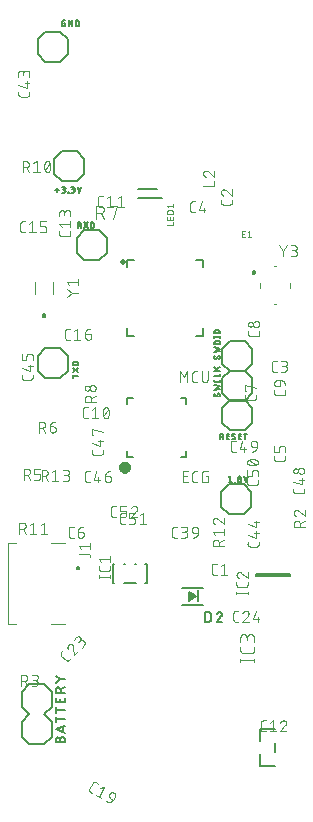
<source format=gbr>
G04 EAGLE Gerber RS-274X export*
G75*
%MOMM*%
%FSLAX34Y34*%
%LPD*%
%INSilkscreen Top*%
%IPPOS*%
%AMOC8*
5,1,8,0,0,1.08239X$1,22.5*%
G01*
%ADD10C,0.076200*%
%ADD11C,0.203200*%
%ADD12R,0.200000X1.000000*%
%ADD13C,0.177800*%
%ADD14C,0.152400*%
%ADD15C,0.200000*%
%ADD16C,0.127000*%
%ADD17C,0.500000*%
%ADD18C,0.508000*%
%ADD19C,0.101600*%
%ADD20C,0.100000*%
%ADD21C,0.200000*%
%ADD22C,0.050800*%

G36*
X151445Y131593D02*
X151445Y131593D01*
X151516Y131591D01*
X151586Y131610D01*
X151657Y131618D01*
X151712Y131643D01*
X151791Y131663D01*
X151894Y131724D01*
X151963Y131755D01*
X154963Y133755D01*
X155050Y133832D01*
X155140Y133905D01*
X155155Y133927D01*
X155175Y133945D01*
X155237Y134042D01*
X155304Y134137D01*
X155312Y134163D01*
X155327Y134185D01*
X155359Y134296D01*
X155397Y134406D01*
X155398Y134433D01*
X155405Y134458D01*
X155405Y134574D01*
X155411Y134690D01*
X155405Y134716D01*
X155405Y134743D01*
X155373Y134854D01*
X155347Y134967D01*
X155334Y134990D01*
X155326Y135016D01*
X155264Y135114D01*
X155208Y135215D01*
X155190Y135231D01*
X155175Y135256D01*
X154967Y135441D01*
X154963Y135445D01*
X151963Y137445D01*
X151899Y137476D01*
X151839Y137516D01*
X151771Y137537D01*
X151707Y137568D01*
X151636Y137580D01*
X151568Y137601D01*
X151497Y137603D01*
X151427Y137615D01*
X151355Y137607D01*
X151284Y137609D01*
X151215Y137591D01*
X151144Y137582D01*
X151078Y137555D01*
X151009Y137537D01*
X150948Y137500D01*
X150882Y137473D01*
X150826Y137428D01*
X150764Y137392D01*
X150715Y137340D01*
X150660Y137295D01*
X150619Y137237D01*
X150570Y137184D01*
X150537Y137121D01*
X150496Y137063D01*
X150473Y136995D01*
X150440Y136931D01*
X150430Y136872D01*
X150403Y136794D01*
X150397Y136675D01*
X150385Y136600D01*
X150385Y132600D01*
X150395Y132529D01*
X150395Y132457D01*
X150415Y132389D01*
X150425Y132319D01*
X150454Y132253D01*
X150474Y132184D01*
X150512Y132124D01*
X150541Y132059D01*
X150587Y132004D01*
X150625Y131944D01*
X150679Y131896D01*
X150725Y131842D01*
X150784Y131802D01*
X150838Y131755D01*
X150902Y131724D01*
X150961Y131685D01*
X151030Y131663D01*
X151094Y131632D01*
X151164Y131620D01*
X151232Y131599D01*
X151304Y131597D01*
X151375Y131585D01*
X151445Y131593D01*
G37*
D10*
X68458Y-31999D02*
X66650Y-30955D01*
X66650Y-30954D02*
X66574Y-30908D01*
X66500Y-30859D01*
X66429Y-30807D01*
X66359Y-30752D01*
X66292Y-30694D01*
X66228Y-30633D01*
X66166Y-30569D01*
X66107Y-30503D01*
X66051Y-30435D01*
X65998Y-30364D01*
X65948Y-30291D01*
X65901Y-30215D01*
X65857Y-30138D01*
X65816Y-30060D01*
X65779Y-29979D01*
X65746Y-29897D01*
X65716Y-29814D01*
X65689Y-29729D01*
X65666Y-29643D01*
X65647Y-29557D01*
X65631Y-29470D01*
X65619Y-29382D01*
X65611Y-29294D01*
X65607Y-29205D01*
X65606Y-29116D01*
X65609Y-29028D01*
X65616Y-28939D01*
X65627Y-28852D01*
X65641Y-28764D01*
X65659Y-28677D01*
X65681Y-28591D01*
X65706Y-28506D01*
X65735Y-28423D01*
X65768Y-28340D01*
X65804Y-28259D01*
X65843Y-28180D01*
X65886Y-28102D01*
X65885Y-28102D02*
X68496Y-23580D01*
X68543Y-23503D01*
X68594Y-23427D01*
X68648Y-23353D01*
X68705Y-23282D01*
X68765Y-23214D01*
X68828Y-23148D01*
X68894Y-23085D01*
X68962Y-23025D01*
X69033Y-22968D01*
X69107Y-22914D01*
X69183Y-22863D01*
X69260Y-22816D01*
X69340Y-22772D01*
X69422Y-22732D01*
X69506Y-22695D01*
X69590Y-22662D01*
X69677Y-22633D01*
X69764Y-22607D01*
X69853Y-22586D01*
X69942Y-22568D01*
X70032Y-22554D01*
X70123Y-22544D01*
X70214Y-22538D01*
X70305Y-22536D01*
X70396Y-22538D01*
X70487Y-22544D01*
X70578Y-22554D01*
X70668Y-22568D01*
X70757Y-22586D01*
X70846Y-22607D01*
X70933Y-22633D01*
X71019Y-22662D01*
X71104Y-22695D01*
X71188Y-22732D01*
X71270Y-22772D01*
X71349Y-22816D01*
X73157Y-23860D01*
X75117Y-27403D02*
X78422Y-26900D01*
X73723Y-35039D01*
X71463Y-33734D02*
X75984Y-36344D01*
X83278Y-35732D02*
X85991Y-37299D01*
X83279Y-35732D02*
X83203Y-35686D01*
X83129Y-35637D01*
X83058Y-35585D01*
X82988Y-35530D01*
X82921Y-35472D01*
X82857Y-35411D01*
X82795Y-35347D01*
X82736Y-35281D01*
X82680Y-35213D01*
X82627Y-35142D01*
X82577Y-35069D01*
X82530Y-34993D01*
X82486Y-34916D01*
X82445Y-34838D01*
X82408Y-34757D01*
X82375Y-34675D01*
X82345Y-34592D01*
X82318Y-34507D01*
X82295Y-34421D01*
X82276Y-34335D01*
X82260Y-34248D01*
X82248Y-34160D01*
X82240Y-34072D01*
X82236Y-33983D01*
X82235Y-33894D01*
X82238Y-33806D01*
X82245Y-33717D01*
X82256Y-33629D01*
X82270Y-33542D01*
X82288Y-33455D01*
X82310Y-33369D01*
X82335Y-33284D01*
X82364Y-33201D01*
X82397Y-33118D01*
X82433Y-33037D01*
X82472Y-32958D01*
X82515Y-32880D01*
X82514Y-32880D02*
X82775Y-32427D01*
X82827Y-32341D01*
X82883Y-32256D01*
X82942Y-32174D01*
X83004Y-32094D01*
X83069Y-32016D01*
X83137Y-31941D01*
X83208Y-31869D01*
X83281Y-31799D01*
X83358Y-31733D01*
X83437Y-31669D01*
X83518Y-31609D01*
X83601Y-31552D01*
X83687Y-31498D01*
X83775Y-31447D01*
X83864Y-31400D01*
X83956Y-31356D01*
X84049Y-31316D01*
X84143Y-31279D01*
X84239Y-31247D01*
X84336Y-31218D01*
X84434Y-31192D01*
X84533Y-31171D01*
X84633Y-31153D01*
X84733Y-31140D01*
X84834Y-31130D01*
X84935Y-31124D01*
X85036Y-31122D01*
X85137Y-31124D01*
X85238Y-31130D01*
X85339Y-31140D01*
X85439Y-31153D01*
X85539Y-31171D01*
X85638Y-31192D01*
X85736Y-31218D01*
X85833Y-31247D01*
X85929Y-31279D01*
X86023Y-31316D01*
X86116Y-31356D01*
X86208Y-31400D01*
X86297Y-31447D01*
X86385Y-31498D01*
X86471Y-31552D01*
X86554Y-31609D01*
X86635Y-31669D01*
X86714Y-31733D01*
X86791Y-31799D01*
X86864Y-31869D01*
X86935Y-31941D01*
X87003Y-32016D01*
X87068Y-32094D01*
X87130Y-32174D01*
X87189Y-32256D01*
X87245Y-32341D01*
X87297Y-32427D01*
X87346Y-32516D01*
X87392Y-32607D01*
X87433Y-32699D01*
X87472Y-32793D01*
X87506Y-32888D01*
X87537Y-32984D01*
X87564Y-33082D01*
X87588Y-33180D01*
X87607Y-33280D01*
X87623Y-33380D01*
X87635Y-33480D01*
X87643Y-33581D01*
X87647Y-33682D01*
X87647Y-33784D01*
X87643Y-33885D01*
X87635Y-33986D01*
X87623Y-34086D01*
X87607Y-34186D01*
X87588Y-34286D01*
X87564Y-34384D01*
X87537Y-34482D01*
X87506Y-34578D01*
X87472Y-34673D01*
X87433Y-34767D01*
X87392Y-34859D01*
X87346Y-34950D01*
X87297Y-35038D01*
X85991Y-37299D01*
X85991Y-37298D02*
X85927Y-37407D01*
X85859Y-37513D01*
X85788Y-37617D01*
X85713Y-37719D01*
X85636Y-37819D01*
X85556Y-37916D01*
X85472Y-38011D01*
X85386Y-38104D01*
X85298Y-38193D01*
X85206Y-38280D01*
X85112Y-38364D01*
X85016Y-38446D01*
X84917Y-38524D01*
X84816Y-38599D01*
X84712Y-38671D01*
X84606Y-38740D01*
X84499Y-38806D01*
X84389Y-38869D01*
X84278Y-38928D01*
X84165Y-38984D01*
X84050Y-39036D01*
X83934Y-39085D01*
X83816Y-39130D01*
X83697Y-39172D01*
X83576Y-39210D01*
X83455Y-39245D01*
X83333Y-39275D01*
X83210Y-39303D01*
X83086Y-39326D01*
X82961Y-39346D01*
X82836Y-39361D01*
X82710Y-39373D01*
X82584Y-39382D01*
X82458Y-39386D01*
X82332Y-39387D01*
X82206Y-39384D01*
X82080Y-39377D01*
X81954Y-39366D01*
X81829Y-39351D01*
X81704Y-39333D01*
X81580Y-39311D01*
X81456Y-39285D01*
X81334Y-39255D01*
X81212Y-39222D01*
X81091Y-39185D01*
X80972Y-39145D01*
X80854Y-39100D01*
X80737Y-39053D01*
X80621Y-39002D01*
X80508Y-38947D01*
X80396Y-38889D01*
X80286Y-38827D01*
X48839Y80895D02*
X50316Y82372D01*
X48838Y80896D02*
X48773Y80833D01*
X48704Y80772D01*
X48633Y80715D01*
X48560Y80662D01*
X48484Y80611D01*
X48406Y80564D01*
X48326Y80520D01*
X48244Y80480D01*
X48161Y80443D01*
X48076Y80410D01*
X47990Y80381D01*
X47902Y80355D01*
X47814Y80333D01*
X47725Y80316D01*
X47635Y80302D01*
X47544Y80292D01*
X47453Y80286D01*
X47362Y80284D01*
X47271Y80286D01*
X47180Y80292D01*
X47089Y80302D01*
X46999Y80316D01*
X46910Y80333D01*
X46822Y80355D01*
X46734Y80381D01*
X46648Y80410D01*
X46563Y80443D01*
X46480Y80480D01*
X46398Y80520D01*
X46318Y80564D01*
X46240Y80611D01*
X46164Y80662D01*
X46091Y80715D01*
X46020Y80772D01*
X45951Y80833D01*
X45886Y80896D01*
X45886Y80895D02*
X42194Y84587D01*
X42195Y84588D02*
X42132Y84653D01*
X42072Y84722D01*
X42014Y84793D01*
X41961Y84866D01*
X41910Y84942D01*
X41863Y85020D01*
X41819Y85100D01*
X41779Y85182D01*
X41742Y85265D01*
X41709Y85350D01*
X41680Y85436D01*
X41654Y85524D01*
X41632Y85612D01*
X41615Y85701D01*
X41601Y85791D01*
X41591Y85882D01*
X41585Y85973D01*
X41583Y86064D01*
X41585Y86155D01*
X41591Y86246D01*
X41601Y86337D01*
X41615Y86427D01*
X41632Y86516D01*
X41654Y86604D01*
X41680Y86692D01*
X41709Y86778D01*
X41742Y86863D01*
X41779Y86946D01*
X41819Y87028D01*
X41863Y87108D01*
X41910Y87186D01*
X41961Y87262D01*
X42014Y87335D01*
X42071Y87406D01*
X42132Y87475D01*
X42195Y87540D01*
X42194Y87540D02*
X43671Y89017D01*
X48153Y93501D02*
X48222Y93566D01*
X48292Y93629D01*
X48366Y93689D01*
X48441Y93746D01*
X48519Y93800D01*
X48599Y93850D01*
X48681Y93897D01*
X48765Y93941D01*
X48851Y93982D01*
X48938Y94019D01*
X49026Y94053D01*
X49116Y94083D01*
X49207Y94109D01*
X49299Y94132D01*
X49391Y94151D01*
X49485Y94166D01*
X49579Y94177D01*
X49673Y94185D01*
X49768Y94189D01*
X49862Y94189D01*
X49957Y94185D01*
X50051Y94177D01*
X50145Y94166D01*
X50239Y94151D01*
X50331Y94132D01*
X50423Y94109D01*
X50514Y94083D01*
X50604Y94053D01*
X50692Y94019D01*
X50779Y93982D01*
X50865Y93941D01*
X50949Y93897D01*
X51031Y93850D01*
X51111Y93800D01*
X51189Y93746D01*
X51264Y93689D01*
X51338Y93629D01*
X51408Y93566D01*
X51477Y93501D01*
X48154Y93500D02*
X48079Y93422D01*
X48006Y93341D01*
X47937Y93258D01*
X47870Y93172D01*
X47807Y93084D01*
X47747Y92994D01*
X47690Y92902D01*
X47636Y92807D01*
X47586Y92711D01*
X47540Y92613D01*
X47497Y92514D01*
X47457Y92413D01*
X47422Y92310D01*
X47390Y92207D01*
X47361Y92102D01*
X47337Y91997D01*
X47316Y91890D01*
X47299Y91783D01*
X47286Y91675D01*
X47277Y91567D01*
X47271Y91459D01*
X47270Y91351D01*
X47273Y91242D01*
X47279Y91134D01*
X47289Y91026D01*
X47303Y90918D01*
X47321Y90812D01*
X47343Y90705D01*
X47369Y90600D01*
X47398Y90496D01*
X47431Y90392D01*
X47468Y90290D01*
X47509Y90190D01*
X47553Y90091D01*
X47600Y89993D01*
X52214Y91654D02*
X52215Y91752D01*
X52211Y91849D01*
X52204Y91946D01*
X52194Y92043D01*
X52179Y92139D01*
X52161Y92235D01*
X52139Y92329D01*
X52114Y92423D01*
X52085Y92516D01*
X52052Y92608D01*
X52016Y92698D01*
X51976Y92787D01*
X51933Y92874D01*
X51887Y92960D01*
X51838Y93043D01*
X51785Y93125D01*
X51729Y93205D01*
X51670Y93282D01*
X51608Y93357D01*
X51543Y93430D01*
X51476Y93500D01*
X52215Y91654D02*
X52769Y84824D01*
X56461Y88516D01*
X59235Y91290D02*
X61080Y93136D01*
X61081Y93136D02*
X61151Y93209D01*
X61219Y93284D01*
X61283Y93363D01*
X61344Y93443D01*
X61402Y93526D01*
X61457Y93611D01*
X61509Y93698D01*
X61557Y93788D01*
X61601Y93879D01*
X61642Y93971D01*
X61680Y94065D01*
X61713Y94161D01*
X61743Y94257D01*
X61770Y94355D01*
X61792Y94454D01*
X61811Y94554D01*
X61825Y94654D01*
X61836Y94754D01*
X61843Y94855D01*
X61846Y94957D01*
X61845Y95058D01*
X61840Y95159D01*
X61831Y95260D01*
X61818Y95360D01*
X61802Y95460D01*
X61781Y95559D01*
X61757Y95658D01*
X61729Y95755D01*
X61697Y95851D01*
X61662Y95946D01*
X61622Y96039D01*
X61580Y96131D01*
X61533Y96221D01*
X61483Y96309D01*
X61430Y96396D01*
X61374Y96480D01*
X61314Y96561D01*
X61251Y96641D01*
X61185Y96718D01*
X61117Y96792D01*
X61045Y96864D01*
X60971Y96932D01*
X60894Y96998D01*
X60814Y97061D01*
X60733Y97121D01*
X60649Y97177D01*
X60562Y97230D01*
X60474Y97280D01*
X60384Y97327D01*
X60292Y97369D01*
X60199Y97409D01*
X60104Y97444D01*
X60008Y97476D01*
X59911Y97504D01*
X59812Y97528D01*
X59713Y97549D01*
X59613Y97565D01*
X59513Y97578D01*
X59412Y97587D01*
X59311Y97592D01*
X59210Y97593D01*
X59108Y97590D01*
X59007Y97583D01*
X58907Y97572D01*
X58807Y97558D01*
X58707Y97539D01*
X58608Y97517D01*
X58510Y97490D01*
X58414Y97460D01*
X58318Y97427D01*
X58224Y97389D01*
X58132Y97348D01*
X58041Y97304D01*
X57951Y97256D01*
X57864Y97204D01*
X57779Y97149D01*
X57696Y97091D01*
X57616Y97030D01*
X57537Y96966D01*
X57462Y96898D01*
X57389Y96828D01*
X54804Y100151D02*
X52589Y97936D01*
X54805Y100150D02*
X54870Y100213D01*
X54939Y100274D01*
X55010Y100331D01*
X55083Y100384D01*
X55159Y100435D01*
X55237Y100482D01*
X55317Y100526D01*
X55399Y100566D01*
X55482Y100603D01*
X55567Y100636D01*
X55653Y100665D01*
X55741Y100691D01*
X55829Y100713D01*
X55918Y100730D01*
X56008Y100744D01*
X56099Y100754D01*
X56190Y100760D01*
X56281Y100762D01*
X56372Y100760D01*
X56463Y100754D01*
X56554Y100744D01*
X56644Y100730D01*
X56733Y100713D01*
X56821Y100691D01*
X56909Y100665D01*
X56995Y100636D01*
X57080Y100603D01*
X57163Y100566D01*
X57245Y100526D01*
X57325Y100482D01*
X57403Y100435D01*
X57479Y100384D01*
X57552Y100331D01*
X57623Y100274D01*
X57692Y100213D01*
X57757Y100150D01*
X57820Y100085D01*
X57881Y100016D01*
X57938Y99945D01*
X57991Y99872D01*
X58042Y99796D01*
X58089Y99718D01*
X58133Y99638D01*
X58173Y99556D01*
X58210Y99473D01*
X58243Y99388D01*
X58272Y99302D01*
X58298Y99214D01*
X58320Y99126D01*
X58337Y99037D01*
X58351Y98947D01*
X58361Y98856D01*
X58367Y98765D01*
X58369Y98674D01*
X58367Y98583D01*
X58361Y98492D01*
X58351Y98401D01*
X58337Y98311D01*
X58320Y98222D01*
X58298Y98134D01*
X58272Y98046D01*
X58243Y97960D01*
X58210Y97875D01*
X58173Y97792D01*
X58133Y97710D01*
X58089Y97630D01*
X58042Y97552D01*
X57991Y97476D01*
X57938Y97403D01*
X57881Y97332D01*
X57820Y97263D01*
X57757Y97198D01*
X57758Y97197D02*
X56281Y95720D01*
X189867Y113061D02*
X191955Y113061D01*
X189867Y113061D02*
X189778Y113063D01*
X189690Y113069D01*
X189602Y113078D01*
X189514Y113091D01*
X189427Y113108D01*
X189341Y113128D01*
X189256Y113153D01*
X189171Y113180D01*
X189088Y113212D01*
X189007Y113246D01*
X188927Y113285D01*
X188849Y113326D01*
X188772Y113371D01*
X188698Y113419D01*
X188625Y113470D01*
X188555Y113524D01*
X188488Y113582D01*
X188422Y113642D01*
X188360Y113704D01*
X188300Y113770D01*
X188242Y113837D01*
X188188Y113907D01*
X188137Y113980D01*
X188089Y114054D01*
X188044Y114131D01*
X188003Y114209D01*
X187964Y114289D01*
X187930Y114370D01*
X187898Y114453D01*
X187871Y114538D01*
X187846Y114623D01*
X187826Y114709D01*
X187809Y114796D01*
X187796Y114884D01*
X187787Y114972D01*
X187781Y115060D01*
X187779Y115149D01*
X187778Y115149D02*
X187778Y120371D01*
X187779Y120371D02*
X187781Y120462D01*
X187787Y120553D01*
X187797Y120644D01*
X187811Y120734D01*
X187828Y120823D01*
X187850Y120911D01*
X187876Y120999D01*
X187905Y121085D01*
X187938Y121170D01*
X187975Y121253D01*
X188015Y121335D01*
X188059Y121415D01*
X188106Y121493D01*
X188157Y121569D01*
X188210Y121642D01*
X188267Y121713D01*
X188328Y121782D01*
X188391Y121847D01*
X188456Y121910D01*
X188525Y121970D01*
X188596Y122028D01*
X188669Y122081D01*
X188745Y122132D01*
X188823Y122179D01*
X188903Y122223D01*
X188985Y122263D01*
X189068Y122300D01*
X189153Y122333D01*
X189239Y122362D01*
X189327Y122388D01*
X189415Y122410D01*
X189504Y122427D01*
X189594Y122441D01*
X189685Y122451D01*
X189776Y122457D01*
X189867Y122459D01*
X191955Y122459D01*
X198296Y122460D02*
X198391Y122458D01*
X198485Y122452D01*
X198579Y122443D01*
X198673Y122430D01*
X198766Y122413D01*
X198858Y122392D01*
X198950Y122367D01*
X199040Y122339D01*
X199129Y122307D01*
X199217Y122272D01*
X199303Y122233D01*
X199388Y122191D01*
X199471Y122145D01*
X199552Y122096D01*
X199631Y122044D01*
X199708Y121989D01*
X199782Y121930D01*
X199854Y121869D01*
X199924Y121805D01*
X199991Y121738D01*
X200055Y121668D01*
X200116Y121596D01*
X200175Y121522D01*
X200230Y121445D01*
X200282Y121366D01*
X200331Y121285D01*
X200377Y121202D01*
X200419Y121117D01*
X200458Y121031D01*
X200493Y120943D01*
X200525Y120854D01*
X200553Y120764D01*
X200578Y120672D01*
X200599Y120580D01*
X200616Y120487D01*
X200629Y120393D01*
X200638Y120299D01*
X200644Y120205D01*
X200646Y120110D01*
X198296Y122459D02*
X198188Y122457D01*
X198079Y122451D01*
X197971Y122441D01*
X197864Y122428D01*
X197757Y122410D01*
X197650Y122389D01*
X197545Y122364D01*
X197440Y122335D01*
X197337Y122303D01*
X197235Y122266D01*
X197134Y122226D01*
X197035Y122183D01*
X196937Y122136D01*
X196841Y122085D01*
X196747Y122031D01*
X196655Y121974D01*
X196565Y121913D01*
X196477Y121849D01*
X196392Y121783D01*
X196309Y121713D01*
X196229Y121640D01*
X196151Y121564D01*
X196076Y121486D01*
X196004Y121405D01*
X195935Y121321D01*
X195869Y121235D01*
X195806Y121147D01*
X195747Y121056D01*
X195690Y120964D01*
X195637Y120869D01*
X195588Y120773D01*
X195542Y120674D01*
X195499Y120575D01*
X195460Y120473D01*
X195425Y120371D01*
X199862Y118282D02*
X199931Y118351D01*
X199997Y118422D01*
X200061Y118495D01*
X200122Y118571D01*
X200180Y118650D01*
X200234Y118730D01*
X200286Y118813D01*
X200334Y118897D01*
X200380Y118983D01*
X200421Y119071D01*
X200460Y119161D01*
X200495Y119252D01*
X200526Y119344D01*
X200554Y119437D01*
X200578Y119531D01*
X200598Y119626D01*
X200615Y119722D01*
X200628Y119819D01*
X200637Y119916D01*
X200643Y120013D01*
X200645Y120110D01*
X199862Y118282D02*
X195424Y113061D01*
X200645Y113061D01*
X204568Y115149D02*
X206656Y122459D01*
X204568Y115149D02*
X209789Y115149D01*
X208223Y117238D02*
X208223Y113061D01*
D11*
X162130Y127600D02*
X144670Y127600D01*
X144670Y141600D02*
X162130Y141600D01*
X156400Y134600D02*
X150400Y130600D01*
X150400Y138600D01*
X156400Y134600D01*
D12*
X157400Y134600D03*
D13*
X164106Y121551D02*
X164106Y113169D01*
X164106Y121551D02*
X166434Y121551D01*
X166528Y121549D01*
X166621Y121543D01*
X166715Y121534D01*
X166807Y121521D01*
X166900Y121504D01*
X166991Y121483D01*
X167082Y121459D01*
X167171Y121431D01*
X167260Y121400D01*
X167346Y121365D01*
X167432Y121326D01*
X167516Y121284D01*
X167598Y121239D01*
X167678Y121191D01*
X167756Y121139D01*
X167833Y121084D01*
X167906Y121026D01*
X167978Y120966D01*
X168047Y120902D01*
X168113Y120836D01*
X168177Y120767D01*
X168237Y120695D01*
X168295Y120622D01*
X168350Y120545D01*
X168402Y120467D01*
X168450Y120387D01*
X168495Y120305D01*
X168537Y120221D01*
X168576Y120135D01*
X168611Y120049D01*
X168642Y119960D01*
X168670Y119871D01*
X168694Y119780D01*
X168715Y119689D01*
X168732Y119596D01*
X168745Y119504D01*
X168754Y119410D01*
X168760Y119317D01*
X168762Y119223D01*
X168762Y115497D01*
X168760Y115403D01*
X168754Y115310D01*
X168745Y115216D01*
X168732Y115124D01*
X168715Y115031D01*
X168694Y114940D01*
X168670Y114849D01*
X168642Y114760D01*
X168611Y114671D01*
X168576Y114585D01*
X168537Y114499D01*
X168495Y114415D01*
X168450Y114333D01*
X168402Y114253D01*
X168350Y114175D01*
X168295Y114098D01*
X168237Y114025D01*
X168177Y113953D01*
X168113Y113884D01*
X168047Y113818D01*
X167978Y113754D01*
X167906Y113694D01*
X167833Y113636D01*
X167756Y113581D01*
X167678Y113529D01*
X167598Y113481D01*
X167516Y113436D01*
X167432Y113394D01*
X167346Y113355D01*
X167260Y113320D01*
X167171Y113289D01*
X167082Y113261D01*
X166991Y113237D01*
X166900Y113216D01*
X166807Y113199D01*
X166715Y113186D01*
X166621Y113177D01*
X166528Y113171D01*
X166434Y113169D01*
X164106Y113169D01*
X176116Y121552D02*
X176205Y121550D01*
X176294Y121544D01*
X176382Y121535D01*
X176470Y121522D01*
X176558Y121505D01*
X176644Y121484D01*
X176730Y121460D01*
X176814Y121432D01*
X176898Y121401D01*
X176979Y121366D01*
X177060Y121328D01*
X177138Y121286D01*
X177215Y121241D01*
X177290Y121193D01*
X177362Y121141D01*
X177433Y121087D01*
X177501Y121029D01*
X177566Y120969D01*
X177629Y120906D01*
X177689Y120841D01*
X177747Y120773D01*
X177801Y120702D01*
X177853Y120630D01*
X177901Y120555D01*
X177946Y120478D01*
X177988Y120400D01*
X178026Y120319D01*
X178061Y120238D01*
X178092Y120154D01*
X178120Y120070D01*
X178144Y119984D01*
X178165Y119898D01*
X178182Y119810D01*
X178195Y119722D01*
X178204Y119634D01*
X178210Y119545D01*
X178212Y119456D01*
X176116Y121551D02*
X176013Y121549D01*
X175911Y121543D01*
X175809Y121533D01*
X175707Y121520D01*
X175606Y121502D01*
X175506Y121481D01*
X175406Y121456D01*
X175308Y121427D01*
X175211Y121394D01*
X175115Y121358D01*
X175020Y121318D01*
X174927Y121274D01*
X174836Y121227D01*
X174747Y121177D01*
X174660Y121123D01*
X174574Y121066D01*
X174491Y121006D01*
X174411Y120942D01*
X174333Y120876D01*
X174257Y120806D01*
X174184Y120734D01*
X174114Y120659D01*
X174047Y120581D01*
X173983Y120501D01*
X173922Y120419D01*
X173864Y120334D01*
X173810Y120247D01*
X173758Y120158D01*
X173711Y120068D01*
X173666Y119975D01*
X173626Y119881D01*
X173588Y119785D01*
X173555Y119688D01*
X177512Y117826D02*
X177577Y117890D01*
X177639Y117957D01*
X177699Y118026D01*
X177755Y118098D01*
X177808Y118171D01*
X177859Y118247D01*
X177906Y118325D01*
X177950Y118405D01*
X177991Y118486D01*
X178029Y118569D01*
X178063Y118654D01*
X178094Y118740D01*
X178121Y118827D01*
X178145Y118915D01*
X178165Y119003D01*
X178182Y119093D01*
X178194Y119183D01*
X178204Y119274D01*
X178209Y119365D01*
X178211Y119456D01*
X177513Y117826D02*
X173554Y113169D01*
X178211Y113169D01*
D14*
X85780Y145600D02*
X85780Y161800D01*
X114220Y161800D02*
X114220Y145600D01*
X105220Y145600D02*
X94780Y145600D01*
X104280Y161800D02*
X105220Y161800D01*
X95720Y161800D02*
X94780Y161800D01*
X113280Y161800D02*
X114220Y161800D01*
X86720Y161800D02*
X85780Y161800D01*
X85780Y145600D02*
X86720Y145600D01*
X113280Y145600D02*
X114220Y145600D01*
D10*
X83269Y151375D02*
X73871Y151375D01*
X83269Y150331D02*
X83269Y152419D01*
X73871Y152419D02*
X73871Y150331D01*
X83269Y158143D02*
X83269Y160231D01*
X83269Y158143D02*
X83267Y158054D01*
X83261Y157966D01*
X83252Y157878D01*
X83239Y157790D01*
X83222Y157703D01*
X83202Y157617D01*
X83177Y157532D01*
X83150Y157447D01*
X83118Y157364D01*
X83084Y157283D01*
X83045Y157203D01*
X83004Y157125D01*
X82959Y157048D01*
X82911Y156974D01*
X82860Y156901D01*
X82806Y156831D01*
X82748Y156764D01*
X82688Y156698D01*
X82626Y156636D01*
X82560Y156576D01*
X82493Y156518D01*
X82423Y156464D01*
X82350Y156413D01*
X82276Y156365D01*
X82199Y156320D01*
X82121Y156279D01*
X82041Y156240D01*
X81960Y156206D01*
X81877Y156174D01*
X81792Y156147D01*
X81707Y156122D01*
X81621Y156102D01*
X81534Y156085D01*
X81446Y156072D01*
X81358Y156063D01*
X81270Y156057D01*
X81181Y156055D01*
X81181Y156054D02*
X75959Y156054D01*
X75868Y156056D01*
X75777Y156062D01*
X75686Y156072D01*
X75596Y156086D01*
X75507Y156104D01*
X75418Y156125D01*
X75331Y156151D01*
X75245Y156180D01*
X75160Y156213D01*
X75076Y156250D01*
X74994Y156290D01*
X74915Y156334D01*
X74837Y156381D01*
X74761Y156432D01*
X74687Y156486D01*
X74616Y156543D01*
X74548Y156603D01*
X74482Y156666D01*
X74419Y156732D01*
X74359Y156800D01*
X74302Y156871D01*
X74248Y156945D01*
X74197Y157021D01*
X74150Y157098D01*
X74106Y157178D01*
X74066Y157260D01*
X74029Y157344D01*
X73996Y157428D01*
X73967Y157515D01*
X73941Y157602D01*
X73920Y157691D01*
X73902Y157780D01*
X73888Y157870D01*
X73878Y157961D01*
X73872Y158052D01*
X73870Y158143D01*
X73871Y158143D02*
X73871Y160231D01*
X75959Y163700D02*
X73871Y166310D01*
X83269Y166310D01*
X83269Y163700D02*
X83269Y168921D01*
D11*
X33900Y53850D02*
X33900Y41150D01*
X27550Y34800D01*
X14850Y34800D02*
X8500Y41150D01*
X27550Y34800D02*
X33900Y28450D01*
X33900Y15750D01*
X27550Y9400D01*
X14850Y9400D02*
X8500Y15750D01*
X8500Y28450D01*
X14850Y34800D01*
X14850Y60200D02*
X27550Y60200D01*
X33900Y53850D01*
X14850Y60200D02*
X8500Y53850D01*
X8500Y41150D01*
X14850Y9400D02*
X27550Y9400D01*
X40798Y11248D02*
X40798Y13506D01*
X40800Y13599D01*
X40806Y13692D01*
X40815Y13785D01*
X40829Y13878D01*
X40846Y13969D01*
X40867Y14060D01*
X40892Y14150D01*
X40920Y14239D01*
X40952Y14327D01*
X40988Y14413D01*
X41027Y14498D01*
X41070Y14581D01*
X41116Y14662D01*
X41166Y14741D01*
X41218Y14818D01*
X41274Y14893D01*
X41333Y14965D01*
X41395Y15035D01*
X41459Y15103D01*
X41527Y15167D01*
X41597Y15229D01*
X41669Y15288D01*
X41744Y15344D01*
X41821Y15396D01*
X41900Y15446D01*
X41981Y15492D01*
X42064Y15535D01*
X42149Y15574D01*
X42235Y15610D01*
X42323Y15642D01*
X42412Y15670D01*
X42502Y15695D01*
X42593Y15716D01*
X42684Y15733D01*
X42777Y15747D01*
X42870Y15756D01*
X42963Y15762D01*
X43056Y15764D01*
X43149Y15762D01*
X43242Y15756D01*
X43335Y15747D01*
X43428Y15733D01*
X43519Y15716D01*
X43610Y15695D01*
X43700Y15670D01*
X43789Y15642D01*
X43877Y15610D01*
X43963Y15574D01*
X44048Y15535D01*
X44131Y15492D01*
X44212Y15446D01*
X44291Y15396D01*
X44368Y15344D01*
X44443Y15288D01*
X44515Y15229D01*
X44585Y15167D01*
X44653Y15103D01*
X44717Y15035D01*
X44779Y14965D01*
X44838Y14893D01*
X44894Y14818D01*
X44946Y14741D01*
X44996Y14662D01*
X45042Y14581D01*
X45085Y14498D01*
X45124Y14413D01*
X45160Y14327D01*
X45192Y14239D01*
X45220Y14150D01*
X45245Y14060D01*
X45266Y13969D01*
X45283Y13878D01*
X45297Y13785D01*
X45306Y13692D01*
X45312Y13599D01*
X45314Y13506D01*
X45314Y11248D01*
X37186Y11248D01*
X37186Y13506D01*
X37188Y13589D01*
X37194Y13673D01*
X37203Y13756D01*
X37217Y13838D01*
X37234Y13919D01*
X37255Y14000D01*
X37280Y14080D01*
X37308Y14158D01*
X37340Y14235D01*
X37375Y14311D01*
X37414Y14385D01*
X37457Y14457D01*
X37502Y14527D01*
X37551Y14594D01*
X37603Y14660D01*
X37657Y14723D01*
X37715Y14783D01*
X37775Y14841D01*
X37838Y14895D01*
X37904Y14947D01*
X37971Y14996D01*
X38041Y15041D01*
X38113Y15084D01*
X38187Y15123D01*
X38263Y15158D01*
X38340Y15190D01*
X38418Y15218D01*
X38498Y15243D01*
X38579Y15264D01*
X38660Y15281D01*
X38742Y15295D01*
X38825Y15304D01*
X38909Y15310D01*
X38992Y15312D01*
X39075Y15310D01*
X39159Y15304D01*
X39242Y15295D01*
X39324Y15281D01*
X39405Y15264D01*
X39486Y15243D01*
X39566Y15218D01*
X39644Y15190D01*
X39721Y15158D01*
X39797Y15123D01*
X39871Y15084D01*
X39943Y15041D01*
X40013Y14996D01*
X40080Y14947D01*
X40146Y14895D01*
X40209Y14841D01*
X40269Y14783D01*
X40327Y14723D01*
X40381Y14660D01*
X40433Y14594D01*
X40482Y14527D01*
X40527Y14457D01*
X40570Y14385D01*
X40609Y14311D01*
X40644Y14235D01*
X40676Y14158D01*
X40704Y14080D01*
X40729Y14000D01*
X40750Y13919D01*
X40767Y13838D01*
X40781Y13756D01*
X40790Y13673D01*
X40796Y13589D01*
X40798Y13506D01*
X45314Y19398D02*
X37186Y22108D01*
X45314Y24817D01*
X43282Y24140D02*
X43282Y20076D01*
X45314Y30642D02*
X37186Y30642D01*
X37186Y28384D02*
X37186Y32900D01*
X37186Y38567D02*
X45314Y38567D01*
X37186Y36309D02*
X37186Y40825D01*
X45314Y45180D02*
X45314Y48792D01*
X45314Y45180D02*
X37186Y45180D01*
X37186Y48792D01*
X40798Y47889D02*
X40798Y45180D01*
X37186Y53176D02*
X45314Y53176D01*
X37186Y53176D02*
X37186Y55434D01*
X37188Y55527D01*
X37194Y55620D01*
X37203Y55713D01*
X37217Y55806D01*
X37234Y55897D01*
X37255Y55988D01*
X37280Y56078D01*
X37308Y56167D01*
X37340Y56255D01*
X37376Y56341D01*
X37415Y56426D01*
X37458Y56509D01*
X37504Y56590D01*
X37554Y56669D01*
X37606Y56746D01*
X37662Y56821D01*
X37721Y56893D01*
X37783Y56963D01*
X37847Y57031D01*
X37915Y57095D01*
X37985Y57157D01*
X38057Y57216D01*
X38132Y57272D01*
X38209Y57324D01*
X38288Y57374D01*
X38369Y57420D01*
X38452Y57463D01*
X38537Y57502D01*
X38623Y57538D01*
X38711Y57570D01*
X38800Y57598D01*
X38890Y57623D01*
X38981Y57644D01*
X39072Y57661D01*
X39165Y57675D01*
X39258Y57684D01*
X39351Y57690D01*
X39444Y57692D01*
X39537Y57690D01*
X39630Y57684D01*
X39723Y57675D01*
X39816Y57661D01*
X39907Y57644D01*
X39998Y57623D01*
X40088Y57598D01*
X40177Y57570D01*
X40265Y57538D01*
X40351Y57502D01*
X40436Y57463D01*
X40519Y57420D01*
X40600Y57374D01*
X40679Y57324D01*
X40756Y57272D01*
X40831Y57216D01*
X40903Y57157D01*
X40973Y57095D01*
X41041Y57031D01*
X41105Y56963D01*
X41167Y56893D01*
X41226Y56821D01*
X41282Y56746D01*
X41334Y56669D01*
X41384Y56590D01*
X41430Y56509D01*
X41473Y56426D01*
X41512Y56341D01*
X41548Y56255D01*
X41580Y56167D01*
X41608Y56078D01*
X41633Y55988D01*
X41654Y55897D01*
X41671Y55806D01*
X41685Y55713D01*
X41694Y55620D01*
X41700Y55527D01*
X41702Y55434D01*
X41702Y53176D01*
X41702Y55885D02*
X45314Y57692D01*
X41024Y64475D02*
X37186Y61765D01*
X41024Y64475D02*
X37186Y67184D01*
X41024Y64475D02*
X45314Y64475D01*
X210196Y-8924D02*
X223324Y-8924D01*
X210196Y-8924D02*
X210196Y1164D01*
X210196Y22524D02*
X223324Y22524D01*
X210196Y22524D02*
X210196Y12436D01*
X223404Y10524D02*
X223404Y2936D01*
D10*
X238841Y193381D02*
X248239Y193381D01*
X238841Y193381D02*
X238841Y195992D01*
X238843Y196093D01*
X238849Y196194D01*
X238859Y196295D01*
X238872Y196395D01*
X238890Y196495D01*
X238911Y196594D01*
X238937Y196692D01*
X238966Y196789D01*
X238998Y196885D01*
X239035Y196979D01*
X239075Y197072D01*
X239119Y197164D01*
X239166Y197253D01*
X239217Y197341D01*
X239271Y197427D01*
X239328Y197510D01*
X239388Y197592D01*
X239452Y197670D01*
X239518Y197747D01*
X239588Y197820D01*
X239660Y197891D01*
X239735Y197959D01*
X239813Y198024D01*
X239893Y198086D01*
X239975Y198145D01*
X240060Y198201D01*
X240147Y198253D01*
X240235Y198302D01*
X240326Y198348D01*
X240418Y198389D01*
X240512Y198428D01*
X240607Y198462D01*
X240703Y198493D01*
X240801Y198520D01*
X240899Y198544D01*
X240999Y198563D01*
X241099Y198579D01*
X241199Y198591D01*
X241300Y198599D01*
X241401Y198603D01*
X241503Y198603D01*
X241604Y198599D01*
X241705Y198591D01*
X241805Y198579D01*
X241905Y198563D01*
X242005Y198544D01*
X242103Y198520D01*
X242201Y198493D01*
X242297Y198462D01*
X242392Y198428D01*
X242486Y198389D01*
X242578Y198348D01*
X242669Y198302D01*
X242758Y198253D01*
X242844Y198201D01*
X242929Y198145D01*
X243011Y198086D01*
X243091Y198024D01*
X243169Y197959D01*
X243244Y197891D01*
X243316Y197820D01*
X243386Y197747D01*
X243452Y197670D01*
X243516Y197592D01*
X243576Y197510D01*
X243633Y197427D01*
X243687Y197341D01*
X243738Y197253D01*
X243785Y197164D01*
X243829Y197072D01*
X243869Y196979D01*
X243906Y196885D01*
X243938Y196789D01*
X243967Y196692D01*
X243993Y196594D01*
X244014Y196495D01*
X244032Y196395D01*
X244045Y196295D01*
X244055Y196194D01*
X244061Y196093D01*
X244063Y195992D01*
X244062Y195992D02*
X244062Y193381D01*
X244062Y196514D02*
X248239Y198602D01*
X241191Y207690D02*
X241096Y207688D01*
X241002Y207682D01*
X240908Y207673D01*
X240814Y207660D01*
X240721Y207643D01*
X240629Y207622D01*
X240537Y207597D01*
X240447Y207569D01*
X240358Y207537D01*
X240270Y207502D01*
X240184Y207463D01*
X240099Y207421D01*
X240016Y207375D01*
X239935Y207326D01*
X239856Y207274D01*
X239779Y207219D01*
X239705Y207160D01*
X239633Y207099D01*
X239563Y207035D01*
X239496Y206968D01*
X239432Y206898D01*
X239371Y206826D01*
X239312Y206752D01*
X239257Y206675D01*
X239205Y206596D01*
X239156Y206515D01*
X239110Y206432D01*
X239068Y206347D01*
X239029Y206261D01*
X238994Y206173D01*
X238962Y206084D01*
X238934Y205994D01*
X238909Y205902D01*
X238888Y205810D01*
X238871Y205717D01*
X238858Y205623D01*
X238849Y205529D01*
X238843Y205435D01*
X238841Y205340D01*
X238843Y205232D01*
X238849Y205123D01*
X238859Y205015D01*
X238872Y204908D01*
X238890Y204801D01*
X238911Y204694D01*
X238936Y204589D01*
X238965Y204484D01*
X238997Y204381D01*
X239034Y204279D01*
X239074Y204178D01*
X239117Y204079D01*
X239164Y203981D01*
X239215Y203885D01*
X239269Y203791D01*
X239326Y203699D01*
X239387Y203609D01*
X239451Y203521D01*
X239517Y203436D01*
X239587Y203353D01*
X239660Y203273D01*
X239736Y203195D01*
X239814Y203120D01*
X239895Y203048D01*
X239979Y202979D01*
X240065Y202913D01*
X240153Y202850D01*
X240244Y202791D01*
X240336Y202734D01*
X240431Y202681D01*
X240528Y202632D01*
X240626Y202586D01*
X240725Y202543D01*
X240827Y202504D01*
X240929Y202469D01*
X243019Y206906D02*
X242950Y206975D01*
X242879Y207041D01*
X242806Y207105D01*
X242730Y207166D01*
X242651Y207224D01*
X242571Y207278D01*
X242488Y207330D01*
X242404Y207378D01*
X242318Y207424D01*
X242230Y207465D01*
X242140Y207504D01*
X242049Y207539D01*
X241957Y207570D01*
X241864Y207598D01*
X241770Y207622D01*
X241675Y207642D01*
X241579Y207659D01*
X241482Y207672D01*
X241385Y207681D01*
X241288Y207687D01*
X241191Y207689D01*
X243018Y206906D02*
X248239Y202468D01*
X248239Y207689D01*
X7811Y68119D02*
X7811Y58721D01*
X7811Y68119D02*
X10422Y68119D01*
X10523Y68117D01*
X10624Y68111D01*
X10725Y68101D01*
X10825Y68088D01*
X10925Y68070D01*
X11024Y68049D01*
X11122Y68023D01*
X11219Y67994D01*
X11315Y67962D01*
X11409Y67925D01*
X11502Y67885D01*
X11594Y67841D01*
X11683Y67794D01*
X11771Y67743D01*
X11857Y67689D01*
X11940Y67632D01*
X12022Y67572D01*
X12100Y67508D01*
X12177Y67442D01*
X12250Y67372D01*
X12321Y67300D01*
X12389Y67225D01*
X12454Y67147D01*
X12516Y67067D01*
X12575Y66985D01*
X12631Y66900D01*
X12683Y66813D01*
X12732Y66725D01*
X12778Y66634D01*
X12819Y66542D01*
X12858Y66448D01*
X12892Y66353D01*
X12923Y66257D01*
X12950Y66159D01*
X12974Y66061D01*
X12993Y65961D01*
X13009Y65861D01*
X13021Y65761D01*
X13029Y65660D01*
X13033Y65559D01*
X13033Y65457D01*
X13029Y65356D01*
X13021Y65255D01*
X13009Y65155D01*
X12993Y65055D01*
X12974Y64955D01*
X12950Y64857D01*
X12923Y64759D01*
X12892Y64663D01*
X12858Y64568D01*
X12819Y64474D01*
X12778Y64382D01*
X12732Y64291D01*
X12683Y64202D01*
X12631Y64116D01*
X12575Y64031D01*
X12516Y63949D01*
X12454Y63869D01*
X12389Y63791D01*
X12321Y63716D01*
X12250Y63644D01*
X12177Y63574D01*
X12100Y63508D01*
X12022Y63444D01*
X11940Y63384D01*
X11857Y63327D01*
X11771Y63273D01*
X11683Y63222D01*
X11594Y63175D01*
X11502Y63131D01*
X11409Y63091D01*
X11315Y63054D01*
X11219Y63022D01*
X11122Y62993D01*
X11024Y62967D01*
X10925Y62946D01*
X10825Y62928D01*
X10725Y62915D01*
X10624Y62905D01*
X10523Y62899D01*
X10422Y62897D01*
X10422Y62898D02*
X7811Y62898D01*
X10944Y62898D02*
X13032Y58721D01*
X16898Y58721D02*
X19508Y58721D01*
X19609Y58723D01*
X19710Y58729D01*
X19811Y58739D01*
X19911Y58752D01*
X20011Y58770D01*
X20110Y58791D01*
X20208Y58817D01*
X20305Y58846D01*
X20401Y58878D01*
X20495Y58915D01*
X20588Y58955D01*
X20680Y58999D01*
X20769Y59046D01*
X20857Y59097D01*
X20943Y59151D01*
X21026Y59208D01*
X21108Y59268D01*
X21186Y59332D01*
X21263Y59398D01*
X21336Y59468D01*
X21407Y59540D01*
X21475Y59615D01*
X21540Y59693D01*
X21602Y59773D01*
X21661Y59855D01*
X21717Y59940D01*
X21769Y60026D01*
X21818Y60115D01*
X21864Y60206D01*
X21905Y60298D01*
X21944Y60392D01*
X21978Y60487D01*
X22009Y60583D01*
X22036Y60681D01*
X22060Y60779D01*
X22079Y60879D01*
X22095Y60979D01*
X22107Y61079D01*
X22115Y61180D01*
X22119Y61281D01*
X22119Y61383D01*
X22115Y61484D01*
X22107Y61585D01*
X22095Y61685D01*
X22079Y61785D01*
X22060Y61885D01*
X22036Y61983D01*
X22009Y62081D01*
X21978Y62177D01*
X21944Y62272D01*
X21905Y62366D01*
X21864Y62458D01*
X21818Y62549D01*
X21769Y62637D01*
X21717Y62724D01*
X21661Y62809D01*
X21602Y62891D01*
X21540Y62971D01*
X21475Y63049D01*
X21407Y63124D01*
X21336Y63196D01*
X21263Y63266D01*
X21186Y63332D01*
X21108Y63396D01*
X21026Y63456D01*
X20943Y63513D01*
X20857Y63567D01*
X20769Y63618D01*
X20680Y63665D01*
X20588Y63709D01*
X20495Y63749D01*
X20401Y63786D01*
X20305Y63818D01*
X20208Y63847D01*
X20110Y63873D01*
X20011Y63894D01*
X19911Y63912D01*
X19811Y63925D01*
X19710Y63935D01*
X19609Y63941D01*
X19508Y63943D01*
X20031Y68119D02*
X16898Y68119D01*
X20031Y68119D02*
X20121Y68117D01*
X20210Y68111D01*
X20300Y68102D01*
X20389Y68088D01*
X20477Y68071D01*
X20564Y68050D01*
X20651Y68025D01*
X20736Y67996D01*
X20820Y67964D01*
X20902Y67929D01*
X20983Y67889D01*
X21062Y67847D01*
X21139Y67801D01*
X21214Y67751D01*
X21287Y67699D01*
X21358Y67643D01*
X21426Y67585D01*
X21491Y67523D01*
X21554Y67459D01*
X21614Y67392D01*
X21671Y67323D01*
X21725Y67251D01*
X21776Y67177D01*
X21824Y67101D01*
X21868Y67023D01*
X21909Y66943D01*
X21947Y66861D01*
X21981Y66778D01*
X22011Y66693D01*
X22038Y66607D01*
X22061Y66521D01*
X22080Y66433D01*
X22095Y66344D01*
X22107Y66255D01*
X22115Y66166D01*
X22119Y66076D01*
X22119Y65986D01*
X22115Y65896D01*
X22107Y65807D01*
X22095Y65718D01*
X22080Y65629D01*
X22061Y65541D01*
X22038Y65455D01*
X22011Y65369D01*
X21981Y65284D01*
X21947Y65201D01*
X21909Y65119D01*
X21868Y65039D01*
X21824Y64961D01*
X21776Y64885D01*
X21725Y64811D01*
X21671Y64739D01*
X21614Y64670D01*
X21554Y64603D01*
X21491Y64539D01*
X21426Y64477D01*
X21358Y64419D01*
X21287Y64363D01*
X21214Y64311D01*
X21139Y64261D01*
X21062Y64215D01*
X20983Y64173D01*
X20902Y64133D01*
X20820Y64098D01*
X20736Y64066D01*
X20651Y64037D01*
X20564Y64012D01*
X20477Y63991D01*
X20389Y63974D01*
X20300Y63960D01*
X20210Y63951D01*
X20121Y63945D01*
X20031Y63943D01*
X20031Y63942D02*
X17942Y63942D01*
D15*
X206700Y151750D02*
X206700Y153250D01*
X235300Y153250D01*
X235300Y151750D01*
X206700Y151750D01*
D10*
X199799Y137749D02*
X190401Y137749D01*
X199799Y136705D02*
X199799Y138794D01*
X190401Y138794D02*
X190401Y136705D01*
X199799Y144517D02*
X199799Y146605D01*
X199799Y144517D02*
X199797Y144428D01*
X199791Y144340D01*
X199782Y144252D01*
X199769Y144164D01*
X199752Y144077D01*
X199732Y143991D01*
X199707Y143906D01*
X199680Y143821D01*
X199648Y143738D01*
X199614Y143657D01*
X199575Y143577D01*
X199534Y143499D01*
X199489Y143422D01*
X199441Y143348D01*
X199390Y143275D01*
X199336Y143205D01*
X199278Y143138D01*
X199218Y143072D01*
X199156Y143010D01*
X199090Y142950D01*
X199023Y142892D01*
X198953Y142838D01*
X198880Y142787D01*
X198806Y142739D01*
X198729Y142694D01*
X198651Y142653D01*
X198571Y142614D01*
X198490Y142580D01*
X198407Y142548D01*
X198322Y142521D01*
X198237Y142496D01*
X198151Y142476D01*
X198064Y142459D01*
X197976Y142446D01*
X197888Y142437D01*
X197800Y142431D01*
X197711Y142429D01*
X197711Y142428D02*
X192489Y142428D01*
X192398Y142430D01*
X192307Y142436D01*
X192216Y142446D01*
X192126Y142460D01*
X192037Y142478D01*
X191948Y142499D01*
X191861Y142525D01*
X191775Y142554D01*
X191690Y142587D01*
X191606Y142624D01*
X191524Y142664D01*
X191445Y142708D01*
X191367Y142755D01*
X191291Y142806D01*
X191217Y142860D01*
X191146Y142917D01*
X191078Y142977D01*
X191012Y143040D01*
X190949Y143106D01*
X190889Y143174D01*
X190832Y143245D01*
X190778Y143319D01*
X190727Y143395D01*
X190680Y143472D01*
X190636Y143552D01*
X190596Y143634D01*
X190559Y143718D01*
X190526Y143802D01*
X190497Y143889D01*
X190471Y143976D01*
X190450Y144065D01*
X190432Y144154D01*
X190418Y144244D01*
X190408Y144335D01*
X190402Y144426D01*
X190400Y144517D01*
X190401Y144517D02*
X190401Y146605D01*
X190401Y152945D02*
X190403Y153040D01*
X190409Y153134D01*
X190418Y153228D01*
X190431Y153322D01*
X190448Y153415D01*
X190469Y153507D01*
X190494Y153599D01*
X190522Y153689D01*
X190554Y153778D01*
X190589Y153866D01*
X190628Y153952D01*
X190670Y154037D01*
X190716Y154120D01*
X190765Y154201D01*
X190817Y154280D01*
X190872Y154357D01*
X190931Y154431D01*
X190992Y154503D01*
X191056Y154573D01*
X191123Y154640D01*
X191193Y154704D01*
X191265Y154765D01*
X191339Y154824D01*
X191416Y154879D01*
X191495Y154931D01*
X191576Y154980D01*
X191659Y155026D01*
X191744Y155068D01*
X191830Y155107D01*
X191918Y155142D01*
X192007Y155174D01*
X192097Y155202D01*
X192189Y155227D01*
X192281Y155248D01*
X192374Y155265D01*
X192468Y155278D01*
X192562Y155287D01*
X192656Y155293D01*
X192751Y155295D01*
X190401Y152945D02*
X190403Y152837D01*
X190409Y152728D01*
X190419Y152620D01*
X190432Y152513D01*
X190450Y152406D01*
X190471Y152299D01*
X190496Y152194D01*
X190525Y152089D01*
X190557Y151986D01*
X190594Y151884D01*
X190634Y151783D01*
X190677Y151684D01*
X190724Y151586D01*
X190775Y151490D01*
X190829Y151396D01*
X190886Y151304D01*
X190947Y151214D01*
X191011Y151126D01*
X191077Y151041D01*
X191147Y150958D01*
X191220Y150878D01*
X191296Y150800D01*
X191374Y150725D01*
X191455Y150653D01*
X191539Y150584D01*
X191625Y150518D01*
X191713Y150455D01*
X191804Y150396D01*
X191896Y150339D01*
X191991Y150286D01*
X192088Y150237D01*
X192186Y150191D01*
X192285Y150148D01*
X192387Y150109D01*
X192489Y150074D01*
X194579Y154512D02*
X194510Y154581D01*
X194439Y154647D01*
X194366Y154711D01*
X194290Y154772D01*
X194211Y154830D01*
X194131Y154884D01*
X194048Y154936D01*
X193964Y154984D01*
X193878Y155030D01*
X193790Y155071D01*
X193700Y155110D01*
X193609Y155145D01*
X193517Y155176D01*
X193424Y155204D01*
X193330Y155228D01*
X193235Y155248D01*
X193139Y155265D01*
X193042Y155278D01*
X192945Y155287D01*
X192848Y155293D01*
X192751Y155295D01*
X194578Y154512D02*
X199799Y150074D01*
X199799Y155295D01*
X173558Y152881D02*
X171469Y152881D01*
X171380Y152883D01*
X171292Y152889D01*
X171204Y152898D01*
X171116Y152911D01*
X171029Y152928D01*
X170943Y152948D01*
X170858Y152973D01*
X170773Y153000D01*
X170690Y153032D01*
X170609Y153066D01*
X170529Y153105D01*
X170451Y153146D01*
X170374Y153191D01*
X170300Y153239D01*
X170227Y153290D01*
X170157Y153344D01*
X170090Y153402D01*
X170024Y153462D01*
X169962Y153524D01*
X169902Y153590D01*
X169844Y153657D01*
X169790Y153727D01*
X169739Y153800D01*
X169691Y153874D01*
X169646Y153951D01*
X169605Y154029D01*
X169566Y154109D01*
X169532Y154190D01*
X169500Y154273D01*
X169473Y154358D01*
X169448Y154443D01*
X169428Y154529D01*
X169411Y154616D01*
X169398Y154704D01*
X169389Y154792D01*
X169383Y154880D01*
X169381Y154969D01*
X169381Y160191D01*
X169383Y160282D01*
X169389Y160373D01*
X169399Y160464D01*
X169413Y160554D01*
X169430Y160643D01*
X169452Y160731D01*
X169478Y160819D01*
X169507Y160905D01*
X169540Y160990D01*
X169577Y161073D01*
X169617Y161155D01*
X169661Y161235D01*
X169708Y161313D01*
X169759Y161389D01*
X169812Y161462D01*
X169869Y161533D01*
X169930Y161602D01*
X169993Y161667D01*
X170058Y161730D01*
X170127Y161790D01*
X170198Y161848D01*
X170271Y161901D01*
X170347Y161952D01*
X170425Y161999D01*
X170505Y162043D01*
X170587Y162083D01*
X170670Y162120D01*
X170755Y162153D01*
X170841Y162182D01*
X170929Y162208D01*
X171017Y162230D01*
X171106Y162247D01*
X171196Y162261D01*
X171287Y162271D01*
X171378Y162277D01*
X171469Y162279D01*
X173558Y162279D01*
X177027Y160191D02*
X179637Y162279D01*
X179637Y152881D01*
X177027Y152881D02*
X182248Y152881D01*
X6667Y187721D02*
X6667Y197119D01*
X9278Y197119D01*
X9379Y197117D01*
X9480Y197111D01*
X9581Y197101D01*
X9681Y197088D01*
X9781Y197070D01*
X9880Y197049D01*
X9978Y197023D01*
X10075Y196994D01*
X10171Y196962D01*
X10265Y196925D01*
X10358Y196885D01*
X10450Y196841D01*
X10539Y196794D01*
X10627Y196743D01*
X10713Y196689D01*
X10796Y196632D01*
X10878Y196572D01*
X10956Y196508D01*
X11033Y196442D01*
X11106Y196372D01*
X11177Y196300D01*
X11245Y196225D01*
X11310Y196147D01*
X11372Y196067D01*
X11431Y195985D01*
X11487Y195900D01*
X11539Y195813D01*
X11588Y195725D01*
X11634Y195634D01*
X11675Y195542D01*
X11714Y195448D01*
X11748Y195353D01*
X11779Y195257D01*
X11806Y195159D01*
X11830Y195061D01*
X11849Y194961D01*
X11865Y194861D01*
X11877Y194761D01*
X11885Y194660D01*
X11889Y194559D01*
X11889Y194457D01*
X11885Y194356D01*
X11877Y194255D01*
X11865Y194155D01*
X11849Y194055D01*
X11830Y193955D01*
X11806Y193857D01*
X11779Y193759D01*
X11748Y193663D01*
X11714Y193568D01*
X11675Y193474D01*
X11634Y193382D01*
X11588Y193291D01*
X11539Y193202D01*
X11487Y193116D01*
X11431Y193031D01*
X11372Y192949D01*
X11310Y192869D01*
X11245Y192791D01*
X11177Y192716D01*
X11106Y192644D01*
X11033Y192574D01*
X10956Y192508D01*
X10878Y192444D01*
X10796Y192384D01*
X10713Y192327D01*
X10627Y192273D01*
X10539Y192222D01*
X10450Y192175D01*
X10358Y192131D01*
X10265Y192091D01*
X10171Y192054D01*
X10075Y192022D01*
X9978Y191993D01*
X9880Y191967D01*
X9781Y191946D01*
X9681Y191928D01*
X9581Y191915D01*
X9480Y191905D01*
X9379Y191899D01*
X9278Y191897D01*
X9278Y191898D02*
X6667Y191898D01*
X9800Y191898D02*
X11888Y187721D01*
X15754Y195031D02*
X18364Y197119D01*
X18364Y187721D01*
X15754Y187721D02*
X20975Y187721D01*
X24898Y195031D02*
X27508Y197119D01*
X27508Y187721D01*
X24898Y187721D02*
X30119Y187721D01*
X25381Y232381D02*
X25381Y241779D01*
X27992Y241779D01*
X28093Y241777D01*
X28194Y241771D01*
X28295Y241761D01*
X28395Y241748D01*
X28495Y241730D01*
X28594Y241709D01*
X28692Y241683D01*
X28789Y241654D01*
X28885Y241622D01*
X28979Y241585D01*
X29072Y241545D01*
X29164Y241501D01*
X29253Y241454D01*
X29341Y241403D01*
X29427Y241349D01*
X29510Y241292D01*
X29592Y241232D01*
X29670Y241168D01*
X29747Y241102D01*
X29820Y241032D01*
X29891Y240960D01*
X29959Y240885D01*
X30024Y240807D01*
X30086Y240727D01*
X30145Y240645D01*
X30201Y240560D01*
X30253Y240473D01*
X30302Y240385D01*
X30348Y240294D01*
X30389Y240202D01*
X30428Y240108D01*
X30462Y240013D01*
X30493Y239917D01*
X30520Y239819D01*
X30544Y239721D01*
X30563Y239621D01*
X30579Y239521D01*
X30591Y239421D01*
X30599Y239320D01*
X30603Y239219D01*
X30603Y239117D01*
X30599Y239016D01*
X30591Y238915D01*
X30579Y238815D01*
X30563Y238715D01*
X30544Y238615D01*
X30520Y238517D01*
X30493Y238419D01*
X30462Y238323D01*
X30428Y238228D01*
X30389Y238134D01*
X30348Y238042D01*
X30302Y237951D01*
X30253Y237862D01*
X30201Y237776D01*
X30145Y237691D01*
X30086Y237609D01*
X30024Y237529D01*
X29959Y237451D01*
X29891Y237376D01*
X29820Y237304D01*
X29747Y237234D01*
X29670Y237168D01*
X29592Y237104D01*
X29510Y237044D01*
X29427Y236987D01*
X29341Y236933D01*
X29253Y236882D01*
X29164Y236835D01*
X29072Y236791D01*
X28979Y236751D01*
X28885Y236714D01*
X28789Y236682D01*
X28692Y236653D01*
X28594Y236627D01*
X28495Y236606D01*
X28395Y236588D01*
X28295Y236575D01*
X28194Y236565D01*
X28093Y236559D01*
X27992Y236557D01*
X27992Y236558D02*
X25381Y236558D01*
X28514Y236558D02*
X30602Y232381D01*
X34468Y239691D02*
X37078Y241779D01*
X37078Y232381D01*
X34468Y232381D02*
X39689Y232381D01*
X43612Y232381D02*
X46222Y232381D01*
X46323Y232383D01*
X46424Y232389D01*
X46525Y232399D01*
X46625Y232412D01*
X46725Y232430D01*
X46824Y232451D01*
X46922Y232477D01*
X47019Y232506D01*
X47115Y232538D01*
X47209Y232575D01*
X47302Y232615D01*
X47394Y232659D01*
X47483Y232706D01*
X47571Y232757D01*
X47657Y232811D01*
X47740Y232868D01*
X47822Y232928D01*
X47900Y232992D01*
X47977Y233058D01*
X48050Y233128D01*
X48121Y233200D01*
X48189Y233275D01*
X48254Y233353D01*
X48316Y233433D01*
X48375Y233515D01*
X48431Y233600D01*
X48483Y233686D01*
X48532Y233775D01*
X48578Y233866D01*
X48619Y233958D01*
X48658Y234052D01*
X48692Y234147D01*
X48723Y234243D01*
X48750Y234341D01*
X48774Y234439D01*
X48793Y234539D01*
X48809Y234639D01*
X48821Y234739D01*
X48829Y234840D01*
X48833Y234941D01*
X48833Y235043D01*
X48829Y235144D01*
X48821Y235245D01*
X48809Y235345D01*
X48793Y235445D01*
X48774Y235545D01*
X48750Y235643D01*
X48723Y235741D01*
X48692Y235837D01*
X48658Y235932D01*
X48619Y236026D01*
X48578Y236118D01*
X48532Y236209D01*
X48483Y236297D01*
X48431Y236384D01*
X48375Y236469D01*
X48316Y236551D01*
X48254Y236631D01*
X48189Y236709D01*
X48121Y236784D01*
X48050Y236856D01*
X47977Y236926D01*
X47900Y236992D01*
X47822Y237056D01*
X47740Y237116D01*
X47657Y237173D01*
X47571Y237227D01*
X47483Y237278D01*
X47394Y237325D01*
X47302Y237369D01*
X47209Y237409D01*
X47115Y237446D01*
X47019Y237478D01*
X46922Y237507D01*
X46824Y237533D01*
X46725Y237554D01*
X46625Y237572D01*
X46525Y237585D01*
X46424Y237595D01*
X46323Y237601D01*
X46222Y237603D01*
X46745Y241779D02*
X43612Y241779D01*
X46745Y241779D02*
X46835Y241777D01*
X46924Y241771D01*
X47014Y241762D01*
X47103Y241748D01*
X47191Y241731D01*
X47278Y241710D01*
X47365Y241685D01*
X47450Y241656D01*
X47534Y241624D01*
X47616Y241589D01*
X47697Y241549D01*
X47776Y241507D01*
X47853Y241461D01*
X47928Y241411D01*
X48001Y241359D01*
X48072Y241303D01*
X48140Y241245D01*
X48205Y241183D01*
X48268Y241119D01*
X48328Y241052D01*
X48385Y240983D01*
X48439Y240911D01*
X48490Y240837D01*
X48538Y240761D01*
X48582Y240683D01*
X48623Y240603D01*
X48661Y240521D01*
X48695Y240438D01*
X48725Y240353D01*
X48752Y240267D01*
X48775Y240181D01*
X48794Y240093D01*
X48809Y240004D01*
X48821Y239915D01*
X48829Y239826D01*
X48833Y239736D01*
X48833Y239646D01*
X48829Y239556D01*
X48821Y239467D01*
X48809Y239378D01*
X48794Y239289D01*
X48775Y239201D01*
X48752Y239115D01*
X48725Y239029D01*
X48695Y238944D01*
X48661Y238861D01*
X48623Y238779D01*
X48582Y238699D01*
X48538Y238621D01*
X48490Y238545D01*
X48439Y238471D01*
X48385Y238399D01*
X48328Y238330D01*
X48268Y238263D01*
X48205Y238199D01*
X48140Y238137D01*
X48072Y238079D01*
X48001Y238023D01*
X47928Y237971D01*
X47853Y237921D01*
X47776Y237875D01*
X47697Y237833D01*
X47616Y237793D01*
X47534Y237758D01*
X47450Y237726D01*
X47365Y237697D01*
X47278Y237672D01*
X47191Y237651D01*
X47103Y237634D01*
X47014Y237620D01*
X46924Y237611D01*
X46835Y237605D01*
X46745Y237603D01*
X46745Y237602D02*
X44656Y237602D01*
D16*
X98000Y252500D02*
X103000Y252500D01*
X98000Y252500D02*
X98000Y257500D01*
X98000Y297500D02*
X98000Y302500D01*
X103000Y302500D01*
X148000Y302500D02*
X148000Y297500D01*
X148000Y302500D02*
X143000Y302500D01*
X148000Y257500D02*
X148000Y252500D01*
X143000Y252500D01*
D17*
X93500Y243500D02*
X93502Y243599D01*
X93508Y243699D01*
X93518Y243798D01*
X93532Y243896D01*
X93549Y243994D01*
X93571Y244091D01*
X93596Y244187D01*
X93625Y244282D01*
X93658Y244376D01*
X93695Y244468D01*
X93735Y244559D01*
X93779Y244648D01*
X93827Y244736D01*
X93878Y244821D01*
X93932Y244904D01*
X93989Y244986D01*
X94050Y245064D01*
X94114Y245141D01*
X94180Y245214D01*
X94250Y245285D01*
X94322Y245353D01*
X94397Y245419D01*
X94475Y245481D01*
X94555Y245540D01*
X94637Y245596D01*
X94721Y245648D01*
X94808Y245697D01*
X94896Y245743D01*
X94986Y245785D01*
X95078Y245824D01*
X95171Y245859D01*
X95265Y245890D01*
X95361Y245917D01*
X95458Y245940D01*
X95555Y245960D01*
X95653Y245976D01*
X95752Y245988D01*
X95851Y245996D01*
X95950Y246000D01*
X96050Y246000D01*
X96149Y245996D01*
X96248Y245988D01*
X96347Y245976D01*
X96445Y245960D01*
X96542Y245940D01*
X96639Y245917D01*
X96735Y245890D01*
X96829Y245859D01*
X96922Y245824D01*
X97014Y245785D01*
X97104Y245743D01*
X97192Y245697D01*
X97279Y245648D01*
X97363Y245596D01*
X97445Y245540D01*
X97525Y245481D01*
X97603Y245419D01*
X97678Y245353D01*
X97750Y245285D01*
X97820Y245214D01*
X97886Y245141D01*
X97950Y245064D01*
X98011Y244986D01*
X98068Y244904D01*
X98122Y244821D01*
X98173Y244736D01*
X98221Y244648D01*
X98265Y244559D01*
X98305Y244468D01*
X98342Y244376D01*
X98375Y244282D01*
X98404Y244187D01*
X98429Y244091D01*
X98451Y243994D01*
X98468Y243896D01*
X98482Y243798D01*
X98492Y243699D01*
X98498Y243599D01*
X98500Y243500D01*
X98498Y243401D01*
X98492Y243301D01*
X98482Y243202D01*
X98468Y243104D01*
X98451Y243006D01*
X98429Y242909D01*
X98404Y242813D01*
X98375Y242718D01*
X98342Y242624D01*
X98305Y242532D01*
X98265Y242441D01*
X98221Y242352D01*
X98173Y242264D01*
X98122Y242179D01*
X98068Y242096D01*
X98011Y242014D01*
X97950Y241936D01*
X97886Y241859D01*
X97820Y241786D01*
X97750Y241715D01*
X97678Y241647D01*
X97603Y241581D01*
X97525Y241519D01*
X97445Y241460D01*
X97363Y241404D01*
X97279Y241352D01*
X97192Y241303D01*
X97104Y241257D01*
X97014Y241215D01*
X96922Y241176D01*
X96829Y241141D01*
X96735Y241110D01*
X96639Y241083D01*
X96542Y241060D01*
X96445Y241040D01*
X96347Y241024D01*
X96248Y241012D01*
X96149Y241004D01*
X96050Y241000D01*
X95950Y241000D01*
X95851Y241004D01*
X95752Y241012D01*
X95653Y241024D01*
X95555Y241040D01*
X95458Y241060D01*
X95361Y241083D01*
X95265Y241110D01*
X95171Y241141D01*
X95078Y241176D01*
X94986Y241215D01*
X94896Y241257D01*
X94808Y241303D01*
X94721Y241352D01*
X94637Y241404D01*
X94555Y241460D01*
X94475Y241519D01*
X94397Y241581D01*
X94322Y241647D01*
X94250Y241715D01*
X94180Y241786D01*
X94114Y241859D01*
X94050Y241936D01*
X93989Y242014D01*
X93932Y242096D01*
X93878Y242179D01*
X93827Y242264D01*
X93779Y242352D01*
X93735Y242441D01*
X93695Y242532D01*
X93658Y242624D01*
X93625Y242718D01*
X93596Y242813D01*
X93571Y242909D01*
X93549Y243006D01*
X93532Y243104D01*
X93518Y243202D01*
X93508Y243301D01*
X93502Y243401D01*
X93500Y243500D01*
D10*
X145371Y231221D02*
X149548Y231221D01*
X145371Y231221D02*
X145371Y240619D01*
X149548Y240619D01*
X148503Y236442D02*
X145371Y236442D01*
X155036Y231221D02*
X157124Y231221D01*
X155036Y231221D02*
X154947Y231223D01*
X154859Y231229D01*
X154771Y231238D01*
X154683Y231251D01*
X154596Y231268D01*
X154510Y231288D01*
X154425Y231313D01*
X154340Y231340D01*
X154257Y231372D01*
X154176Y231406D01*
X154096Y231445D01*
X154018Y231486D01*
X153941Y231531D01*
X153867Y231579D01*
X153794Y231630D01*
X153724Y231684D01*
X153657Y231742D01*
X153591Y231802D01*
X153529Y231864D01*
X153469Y231930D01*
X153411Y231997D01*
X153357Y232067D01*
X153306Y232140D01*
X153258Y232214D01*
X153213Y232291D01*
X153172Y232369D01*
X153133Y232449D01*
X153099Y232530D01*
X153067Y232613D01*
X153040Y232698D01*
X153015Y232783D01*
X152995Y232869D01*
X152978Y232956D01*
X152965Y233044D01*
X152956Y233132D01*
X152950Y233220D01*
X152948Y233309D01*
X152947Y233309D02*
X152947Y238531D01*
X152948Y238531D02*
X152950Y238622D01*
X152956Y238713D01*
X152966Y238804D01*
X152980Y238894D01*
X152997Y238983D01*
X153019Y239071D01*
X153045Y239159D01*
X153074Y239245D01*
X153107Y239330D01*
X153144Y239413D01*
X153184Y239495D01*
X153228Y239575D01*
X153275Y239653D01*
X153326Y239729D01*
X153379Y239802D01*
X153436Y239873D01*
X153497Y239942D01*
X153560Y240007D01*
X153625Y240070D01*
X153694Y240130D01*
X153765Y240188D01*
X153838Y240241D01*
X153914Y240292D01*
X153992Y240339D01*
X154072Y240383D01*
X154154Y240423D01*
X154237Y240460D01*
X154322Y240493D01*
X154408Y240522D01*
X154496Y240548D01*
X154584Y240570D01*
X154673Y240587D01*
X154763Y240601D01*
X154854Y240611D01*
X154945Y240617D01*
X155036Y240619D01*
X157124Y240619D01*
X164553Y236442D02*
X166119Y236442D01*
X166119Y231221D01*
X162986Y231221D01*
X162897Y231223D01*
X162809Y231229D01*
X162721Y231238D01*
X162633Y231251D01*
X162546Y231268D01*
X162460Y231288D01*
X162375Y231313D01*
X162290Y231340D01*
X162207Y231372D01*
X162126Y231406D01*
X162046Y231445D01*
X161968Y231486D01*
X161891Y231531D01*
X161817Y231579D01*
X161744Y231630D01*
X161674Y231684D01*
X161607Y231742D01*
X161541Y231802D01*
X161479Y231864D01*
X161419Y231930D01*
X161361Y231997D01*
X161307Y232067D01*
X161256Y232140D01*
X161208Y232214D01*
X161163Y232291D01*
X161122Y232369D01*
X161083Y232449D01*
X161049Y232530D01*
X161017Y232613D01*
X160990Y232698D01*
X160965Y232783D01*
X160945Y232869D01*
X160928Y232956D01*
X160915Y233044D01*
X160906Y233132D01*
X160900Y233220D01*
X160898Y233309D01*
X160898Y238531D01*
X160900Y238622D01*
X160906Y238713D01*
X160916Y238804D01*
X160930Y238894D01*
X160947Y238983D01*
X160969Y239071D01*
X160995Y239159D01*
X161024Y239245D01*
X161057Y239330D01*
X161094Y239413D01*
X161134Y239495D01*
X161178Y239575D01*
X161225Y239653D01*
X161276Y239729D01*
X161329Y239802D01*
X161386Y239873D01*
X161447Y239942D01*
X161510Y240007D01*
X161575Y240070D01*
X161644Y240130D01*
X161715Y240188D01*
X161788Y240241D01*
X161864Y240292D01*
X161942Y240339D01*
X162022Y240383D01*
X162104Y240423D01*
X162187Y240460D01*
X162272Y240493D01*
X162358Y240522D01*
X162446Y240548D01*
X162534Y240570D01*
X162623Y240587D01*
X162713Y240601D01*
X162804Y240611D01*
X162895Y240617D01*
X162986Y240619D01*
X166119Y240619D01*
X71279Y299311D02*
X61881Y299311D01*
X61881Y301922D01*
X61883Y302023D01*
X61889Y302124D01*
X61899Y302225D01*
X61912Y302325D01*
X61930Y302425D01*
X61951Y302524D01*
X61977Y302622D01*
X62006Y302719D01*
X62038Y302815D01*
X62075Y302909D01*
X62115Y303002D01*
X62159Y303094D01*
X62206Y303183D01*
X62257Y303271D01*
X62311Y303357D01*
X62368Y303440D01*
X62428Y303522D01*
X62492Y303600D01*
X62558Y303677D01*
X62628Y303750D01*
X62700Y303821D01*
X62775Y303889D01*
X62853Y303954D01*
X62933Y304016D01*
X63015Y304075D01*
X63100Y304131D01*
X63187Y304183D01*
X63275Y304232D01*
X63366Y304278D01*
X63458Y304319D01*
X63552Y304358D01*
X63647Y304392D01*
X63743Y304423D01*
X63841Y304450D01*
X63939Y304474D01*
X64039Y304493D01*
X64139Y304509D01*
X64239Y304521D01*
X64340Y304529D01*
X64441Y304533D01*
X64543Y304533D01*
X64644Y304529D01*
X64745Y304521D01*
X64845Y304509D01*
X64945Y304493D01*
X65045Y304474D01*
X65143Y304450D01*
X65241Y304423D01*
X65337Y304392D01*
X65432Y304358D01*
X65526Y304319D01*
X65618Y304278D01*
X65709Y304232D01*
X65798Y304183D01*
X65884Y304131D01*
X65969Y304075D01*
X66051Y304016D01*
X66131Y303954D01*
X66209Y303889D01*
X66284Y303821D01*
X66356Y303750D01*
X66426Y303677D01*
X66492Y303600D01*
X66556Y303522D01*
X66616Y303440D01*
X66673Y303357D01*
X66727Y303271D01*
X66778Y303183D01*
X66825Y303094D01*
X66869Y303002D01*
X66909Y302909D01*
X66946Y302815D01*
X66978Y302719D01*
X67007Y302622D01*
X67033Y302524D01*
X67054Y302425D01*
X67072Y302325D01*
X67085Y302225D01*
X67095Y302124D01*
X67101Y302023D01*
X67103Y301922D01*
X67102Y301922D02*
X67102Y299311D01*
X67102Y302444D02*
X71279Y304532D01*
X68668Y308397D02*
X68567Y308399D01*
X68466Y308405D01*
X68365Y308415D01*
X68265Y308428D01*
X68165Y308446D01*
X68066Y308467D01*
X67968Y308493D01*
X67871Y308522D01*
X67775Y308554D01*
X67681Y308591D01*
X67588Y308631D01*
X67496Y308675D01*
X67407Y308722D01*
X67319Y308773D01*
X67233Y308827D01*
X67150Y308884D01*
X67068Y308944D01*
X66990Y309008D01*
X66913Y309074D01*
X66840Y309144D01*
X66769Y309216D01*
X66701Y309291D01*
X66636Y309369D01*
X66574Y309449D01*
X66515Y309531D01*
X66459Y309616D01*
X66407Y309703D01*
X66358Y309791D01*
X66312Y309882D01*
X66271Y309974D01*
X66232Y310068D01*
X66198Y310163D01*
X66167Y310259D01*
X66140Y310357D01*
X66116Y310455D01*
X66097Y310555D01*
X66081Y310655D01*
X66069Y310755D01*
X66061Y310856D01*
X66057Y310957D01*
X66057Y311059D01*
X66061Y311160D01*
X66069Y311261D01*
X66081Y311361D01*
X66097Y311461D01*
X66116Y311561D01*
X66140Y311659D01*
X66167Y311757D01*
X66198Y311853D01*
X66232Y311948D01*
X66271Y312042D01*
X66312Y312134D01*
X66358Y312225D01*
X66407Y312314D01*
X66459Y312400D01*
X66515Y312485D01*
X66574Y312567D01*
X66636Y312647D01*
X66701Y312725D01*
X66769Y312800D01*
X66840Y312872D01*
X66913Y312942D01*
X66990Y313008D01*
X67068Y313072D01*
X67150Y313132D01*
X67233Y313189D01*
X67319Y313243D01*
X67407Y313294D01*
X67496Y313341D01*
X67588Y313385D01*
X67681Y313425D01*
X67775Y313462D01*
X67871Y313494D01*
X67968Y313523D01*
X68066Y313549D01*
X68165Y313570D01*
X68265Y313588D01*
X68365Y313601D01*
X68466Y313611D01*
X68567Y313617D01*
X68668Y313619D01*
X68769Y313617D01*
X68870Y313611D01*
X68971Y313601D01*
X69071Y313588D01*
X69171Y313570D01*
X69270Y313549D01*
X69368Y313523D01*
X69465Y313494D01*
X69561Y313462D01*
X69655Y313425D01*
X69748Y313385D01*
X69840Y313341D01*
X69929Y313294D01*
X70017Y313243D01*
X70103Y313189D01*
X70186Y313132D01*
X70268Y313072D01*
X70346Y313008D01*
X70423Y312942D01*
X70496Y312872D01*
X70567Y312800D01*
X70635Y312725D01*
X70700Y312647D01*
X70762Y312567D01*
X70821Y312485D01*
X70877Y312400D01*
X70929Y312313D01*
X70978Y312225D01*
X71024Y312134D01*
X71065Y312042D01*
X71104Y311948D01*
X71138Y311853D01*
X71169Y311757D01*
X71196Y311659D01*
X71220Y311561D01*
X71239Y311461D01*
X71255Y311361D01*
X71267Y311261D01*
X71275Y311160D01*
X71279Y311059D01*
X71279Y310957D01*
X71275Y310856D01*
X71267Y310755D01*
X71255Y310655D01*
X71239Y310555D01*
X71220Y310455D01*
X71196Y310357D01*
X71169Y310259D01*
X71138Y310163D01*
X71104Y310068D01*
X71065Y309974D01*
X71024Y309882D01*
X70978Y309791D01*
X70929Y309703D01*
X70877Y309616D01*
X70821Y309531D01*
X70762Y309449D01*
X70700Y309369D01*
X70635Y309291D01*
X70567Y309216D01*
X70496Y309144D01*
X70423Y309074D01*
X70346Y309008D01*
X70268Y308944D01*
X70186Y308884D01*
X70103Y308827D01*
X70017Y308773D01*
X69929Y308722D01*
X69840Y308675D01*
X69748Y308631D01*
X69655Y308591D01*
X69561Y308554D01*
X69465Y308522D01*
X69368Y308493D01*
X69270Y308467D01*
X69171Y308446D01*
X69071Y308428D01*
X68971Y308415D01*
X68870Y308405D01*
X68769Y308399D01*
X68668Y308397D01*
X63969Y308920D02*
X63879Y308922D01*
X63790Y308928D01*
X63700Y308937D01*
X63611Y308951D01*
X63523Y308968D01*
X63436Y308989D01*
X63349Y309014D01*
X63264Y309043D01*
X63180Y309075D01*
X63098Y309110D01*
X63017Y309150D01*
X62938Y309192D01*
X62861Y309238D01*
X62786Y309288D01*
X62713Y309340D01*
X62642Y309396D01*
X62574Y309454D01*
X62509Y309516D01*
X62446Y309580D01*
X62386Y309647D01*
X62329Y309716D01*
X62275Y309788D01*
X62224Y309862D01*
X62176Y309938D01*
X62132Y310016D01*
X62091Y310096D01*
X62053Y310178D01*
X62019Y310261D01*
X61989Y310346D01*
X61962Y310432D01*
X61939Y310518D01*
X61920Y310606D01*
X61905Y310695D01*
X61893Y310784D01*
X61885Y310873D01*
X61881Y310963D01*
X61881Y311053D01*
X61885Y311143D01*
X61893Y311232D01*
X61905Y311321D01*
X61920Y311410D01*
X61939Y311498D01*
X61962Y311584D01*
X61989Y311670D01*
X62019Y311755D01*
X62053Y311838D01*
X62091Y311920D01*
X62132Y312000D01*
X62176Y312078D01*
X62224Y312154D01*
X62275Y312228D01*
X62329Y312300D01*
X62386Y312369D01*
X62446Y312436D01*
X62509Y312500D01*
X62574Y312562D01*
X62642Y312620D01*
X62713Y312676D01*
X62786Y312728D01*
X62861Y312778D01*
X62938Y312824D01*
X63017Y312866D01*
X63098Y312906D01*
X63180Y312941D01*
X63264Y312973D01*
X63349Y313002D01*
X63436Y313027D01*
X63523Y313048D01*
X63611Y313065D01*
X63700Y313079D01*
X63790Y313088D01*
X63879Y313094D01*
X63969Y313096D01*
X64059Y313094D01*
X64148Y313088D01*
X64238Y313079D01*
X64327Y313065D01*
X64415Y313048D01*
X64502Y313027D01*
X64589Y313002D01*
X64674Y312973D01*
X64758Y312941D01*
X64840Y312906D01*
X64921Y312866D01*
X65000Y312824D01*
X65077Y312778D01*
X65152Y312728D01*
X65225Y312676D01*
X65296Y312620D01*
X65364Y312562D01*
X65429Y312500D01*
X65492Y312436D01*
X65552Y312369D01*
X65609Y312300D01*
X65663Y312228D01*
X65714Y312154D01*
X65762Y312078D01*
X65806Y312000D01*
X65847Y311920D01*
X65885Y311838D01*
X65919Y311755D01*
X65949Y311670D01*
X65976Y311584D01*
X65999Y311498D01*
X66018Y311410D01*
X66033Y311321D01*
X66045Y311232D01*
X66053Y311143D01*
X66057Y311053D01*
X66057Y310963D01*
X66053Y310873D01*
X66045Y310784D01*
X66033Y310695D01*
X66018Y310606D01*
X65999Y310518D01*
X65976Y310432D01*
X65949Y310346D01*
X65919Y310261D01*
X65885Y310178D01*
X65847Y310096D01*
X65806Y310016D01*
X65762Y309938D01*
X65714Y309862D01*
X65663Y309788D01*
X65609Y309716D01*
X65552Y309647D01*
X65492Y309580D01*
X65429Y309516D01*
X65364Y309454D01*
X65296Y309396D01*
X65225Y309340D01*
X65152Y309288D01*
X65077Y309238D01*
X65000Y309192D01*
X64921Y309150D01*
X64840Y309110D01*
X64758Y309075D01*
X64674Y309043D01*
X64589Y309014D01*
X64502Y308989D01*
X64415Y308968D01*
X64327Y308951D01*
X64238Y308937D01*
X64148Y308928D01*
X64059Y308922D01*
X63969Y308920D01*
X9381Y493881D02*
X9381Y503279D01*
X11992Y503279D01*
X12093Y503277D01*
X12194Y503271D01*
X12295Y503261D01*
X12395Y503248D01*
X12495Y503230D01*
X12594Y503209D01*
X12692Y503183D01*
X12789Y503154D01*
X12885Y503122D01*
X12979Y503085D01*
X13072Y503045D01*
X13164Y503001D01*
X13253Y502954D01*
X13341Y502903D01*
X13427Y502849D01*
X13510Y502792D01*
X13592Y502732D01*
X13670Y502668D01*
X13747Y502602D01*
X13820Y502532D01*
X13891Y502460D01*
X13959Y502385D01*
X14024Y502307D01*
X14086Y502227D01*
X14145Y502145D01*
X14201Y502060D01*
X14253Y501973D01*
X14302Y501885D01*
X14348Y501794D01*
X14389Y501702D01*
X14428Y501608D01*
X14462Y501513D01*
X14493Y501417D01*
X14520Y501319D01*
X14544Y501221D01*
X14563Y501121D01*
X14579Y501021D01*
X14591Y500921D01*
X14599Y500820D01*
X14603Y500719D01*
X14603Y500617D01*
X14599Y500516D01*
X14591Y500415D01*
X14579Y500315D01*
X14563Y500215D01*
X14544Y500115D01*
X14520Y500017D01*
X14493Y499919D01*
X14462Y499823D01*
X14428Y499728D01*
X14389Y499634D01*
X14348Y499542D01*
X14302Y499451D01*
X14253Y499363D01*
X14201Y499276D01*
X14145Y499191D01*
X14086Y499109D01*
X14024Y499029D01*
X13959Y498951D01*
X13891Y498876D01*
X13820Y498804D01*
X13747Y498734D01*
X13670Y498668D01*
X13592Y498604D01*
X13510Y498544D01*
X13427Y498487D01*
X13341Y498433D01*
X13253Y498382D01*
X13164Y498335D01*
X13072Y498291D01*
X12979Y498251D01*
X12885Y498214D01*
X12789Y498182D01*
X12692Y498153D01*
X12594Y498127D01*
X12495Y498106D01*
X12395Y498088D01*
X12295Y498075D01*
X12194Y498065D01*
X12093Y498059D01*
X11992Y498057D01*
X11992Y498058D02*
X9381Y498058D01*
X12514Y498058D02*
X14602Y493881D01*
X18468Y501191D02*
X21078Y503279D01*
X21078Y493881D01*
X18468Y493881D02*
X23689Y493881D01*
X27612Y498580D02*
X27614Y498765D01*
X27621Y498950D01*
X27632Y499134D01*
X27647Y499318D01*
X27667Y499502D01*
X27691Y499686D01*
X27720Y499868D01*
X27753Y500050D01*
X27790Y500231D01*
X27832Y500411D01*
X27878Y500591D01*
X27928Y500769D01*
X27982Y500945D01*
X28041Y501121D01*
X28103Y501295D01*
X28170Y501467D01*
X28241Y501638D01*
X28316Y501807D01*
X28395Y501974D01*
X28394Y501974D02*
X28424Y502054D01*
X28457Y502133D01*
X28494Y502210D01*
X28534Y502286D01*
X28577Y502360D01*
X28623Y502432D01*
X28673Y502501D01*
X28725Y502569D01*
X28781Y502634D01*
X28839Y502697D01*
X28901Y502756D01*
X28964Y502814D01*
X29031Y502868D01*
X29099Y502919D01*
X29170Y502967D01*
X29243Y503012D01*
X29317Y503054D01*
X29394Y503092D01*
X29472Y503127D01*
X29551Y503159D01*
X29632Y503187D01*
X29714Y503211D01*
X29798Y503232D01*
X29881Y503249D01*
X29966Y503262D01*
X30051Y503271D01*
X30136Y503277D01*
X30222Y503279D01*
X30308Y503277D01*
X30393Y503271D01*
X30478Y503262D01*
X30563Y503249D01*
X30646Y503232D01*
X30730Y503211D01*
X30812Y503187D01*
X30893Y503159D01*
X30972Y503127D01*
X31050Y503092D01*
X31127Y503054D01*
X31201Y503012D01*
X31274Y502967D01*
X31345Y502919D01*
X31413Y502868D01*
X31480Y502814D01*
X31543Y502756D01*
X31605Y502697D01*
X31663Y502634D01*
X31719Y502569D01*
X31771Y502501D01*
X31821Y502432D01*
X31867Y502360D01*
X31910Y502286D01*
X31950Y502210D01*
X31987Y502133D01*
X32020Y502054D01*
X32050Y501974D01*
X32129Y501807D01*
X32204Y501638D01*
X32275Y501467D01*
X32342Y501295D01*
X32404Y501121D01*
X32463Y500945D01*
X32517Y500769D01*
X32567Y500591D01*
X32613Y500411D01*
X32655Y500231D01*
X32692Y500050D01*
X32725Y499868D01*
X32754Y499686D01*
X32778Y499502D01*
X32798Y499318D01*
X32813Y499134D01*
X32824Y498950D01*
X32831Y498765D01*
X32833Y498580D01*
X27612Y498580D02*
X27614Y498395D01*
X27621Y498210D01*
X27632Y498026D01*
X27647Y497842D01*
X27667Y497658D01*
X27691Y497474D01*
X27720Y497292D01*
X27753Y497110D01*
X27790Y496929D01*
X27832Y496749D01*
X27878Y496569D01*
X27928Y496391D01*
X27982Y496215D01*
X28041Y496039D01*
X28103Y495865D01*
X28170Y495693D01*
X28241Y495522D01*
X28316Y495353D01*
X28395Y495186D01*
X28394Y495186D02*
X28424Y495106D01*
X28457Y495027D01*
X28494Y494950D01*
X28534Y494874D01*
X28577Y494800D01*
X28623Y494728D01*
X28673Y494659D01*
X28726Y494591D01*
X28781Y494526D01*
X28840Y494463D01*
X28901Y494404D01*
X28964Y494346D01*
X29031Y494292D01*
X29099Y494241D01*
X29170Y494193D01*
X29243Y494148D01*
X29317Y494106D01*
X29394Y494068D01*
X29472Y494033D01*
X29551Y494001D01*
X29632Y493973D01*
X29714Y493949D01*
X29798Y493928D01*
X29881Y493911D01*
X29966Y493898D01*
X30051Y493889D01*
X30136Y493883D01*
X30222Y493881D01*
X32050Y495186D02*
X32129Y495353D01*
X32204Y495522D01*
X32275Y495693D01*
X32342Y495865D01*
X32404Y496039D01*
X32463Y496215D01*
X32517Y496391D01*
X32567Y496569D01*
X32613Y496749D01*
X32655Y496929D01*
X32692Y497110D01*
X32725Y497292D01*
X32754Y497474D01*
X32778Y497658D01*
X32798Y497842D01*
X32813Y498026D01*
X32824Y498210D01*
X32831Y498395D01*
X32833Y498580D01*
X32050Y495186D02*
X32020Y495106D01*
X31987Y495027D01*
X31950Y494950D01*
X31910Y494874D01*
X31867Y494800D01*
X31821Y494728D01*
X31771Y494659D01*
X31719Y494591D01*
X31663Y494526D01*
X31605Y494463D01*
X31543Y494404D01*
X31480Y494346D01*
X31413Y494292D01*
X31345Y494241D01*
X31274Y494193D01*
X31201Y494148D01*
X31127Y494106D01*
X31050Y494068D01*
X30972Y494033D01*
X30893Y494001D01*
X30812Y493973D01*
X30730Y493949D01*
X30646Y493928D01*
X30563Y493911D01*
X30478Y493898D01*
X30393Y493889D01*
X30308Y493883D01*
X30222Y493881D01*
X28134Y495969D02*
X32311Y501191D01*
X170221Y177381D02*
X179619Y177381D01*
X170221Y177381D02*
X170221Y179992D01*
X170223Y180093D01*
X170229Y180194D01*
X170239Y180295D01*
X170252Y180395D01*
X170270Y180495D01*
X170291Y180594D01*
X170317Y180692D01*
X170346Y180789D01*
X170378Y180885D01*
X170415Y180979D01*
X170455Y181072D01*
X170499Y181164D01*
X170546Y181253D01*
X170597Y181341D01*
X170651Y181427D01*
X170708Y181510D01*
X170768Y181592D01*
X170832Y181670D01*
X170898Y181747D01*
X170968Y181820D01*
X171040Y181891D01*
X171115Y181959D01*
X171193Y182024D01*
X171273Y182086D01*
X171355Y182145D01*
X171440Y182201D01*
X171527Y182253D01*
X171615Y182302D01*
X171706Y182348D01*
X171798Y182389D01*
X171892Y182428D01*
X171987Y182462D01*
X172083Y182493D01*
X172181Y182520D01*
X172279Y182544D01*
X172379Y182563D01*
X172479Y182579D01*
X172579Y182591D01*
X172680Y182599D01*
X172781Y182603D01*
X172883Y182603D01*
X172984Y182599D01*
X173085Y182591D01*
X173185Y182579D01*
X173285Y182563D01*
X173385Y182544D01*
X173483Y182520D01*
X173581Y182493D01*
X173677Y182462D01*
X173772Y182428D01*
X173866Y182389D01*
X173958Y182348D01*
X174049Y182302D01*
X174138Y182253D01*
X174224Y182201D01*
X174309Y182145D01*
X174391Y182086D01*
X174471Y182024D01*
X174549Y181959D01*
X174624Y181891D01*
X174696Y181820D01*
X174766Y181747D01*
X174832Y181670D01*
X174896Y181592D01*
X174956Y181510D01*
X175013Y181427D01*
X175067Y181341D01*
X175118Y181253D01*
X175165Y181164D01*
X175209Y181072D01*
X175249Y180979D01*
X175286Y180885D01*
X175318Y180789D01*
X175347Y180692D01*
X175373Y180594D01*
X175394Y180495D01*
X175412Y180395D01*
X175425Y180295D01*
X175435Y180194D01*
X175441Y180093D01*
X175443Y179992D01*
X175442Y179992D02*
X175442Y177381D01*
X175442Y180514D02*
X179619Y182602D01*
X172309Y186468D02*
X170221Y189078D01*
X179619Y189078D01*
X179619Y186468D02*
X179619Y191689D01*
X172571Y200833D02*
X172476Y200831D01*
X172382Y200825D01*
X172288Y200816D01*
X172194Y200803D01*
X172101Y200786D01*
X172009Y200765D01*
X171917Y200740D01*
X171827Y200712D01*
X171738Y200680D01*
X171650Y200645D01*
X171564Y200606D01*
X171479Y200564D01*
X171396Y200518D01*
X171315Y200469D01*
X171236Y200417D01*
X171159Y200362D01*
X171085Y200303D01*
X171013Y200242D01*
X170943Y200178D01*
X170876Y200111D01*
X170812Y200041D01*
X170751Y199969D01*
X170692Y199895D01*
X170637Y199818D01*
X170585Y199739D01*
X170536Y199658D01*
X170490Y199575D01*
X170448Y199490D01*
X170409Y199404D01*
X170374Y199316D01*
X170342Y199227D01*
X170314Y199137D01*
X170289Y199045D01*
X170268Y198953D01*
X170251Y198860D01*
X170238Y198766D01*
X170229Y198672D01*
X170223Y198578D01*
X170221Y198483D01*
X170223Y198375D01*
X170229Y198266D01*
X170239Y198158D01*
X170252Y198051D01*
X170270Y197944D01*
X170291Y197837D01*
X170316Y197732D01*
X170345Y197627D01*
X170377Y197524D01*
X170414Y197422D01*
X170454Y197321D01*
X170497Y197222D01*
X170544Y197124D01*
X170595Y197028D01*
X170649Y196934D01*
X170706Y196842D01*
X170767Y196752D01*
X170831Y196664D01*
X170897Y196579D01*
X170967Y196496D01*
X171040Y196416D01*
X171116Y196338D01*
X171194Y196263D01*
X171275Y196191D01*
X171359Y196122D01*
X171445Y196056D01*
X171533Y195993D01*
X171624Y195934D01*
X171716Y195877D01*
X171811Y195824D01*
X171908Y195775D01*
X172006Y195729D01*
X172105Y195686D01*
X172207Y195647D01*
X172309Y195612D01*
X174399Y200050D02*
X174330Y200119D01*
X174259Y200185D01*
X174186Y200249D01*
X174110Y200310D01*
X174031Y200368D01*
X173951Y200422D01*
X173868Y200474D01*
X173784Y200522D01*
X173698Y200568D01*
X173610Y200609D01*
X173520Y200648D01*
X173429Y200683D01*
X173337Y200714D01*
X173244Y200742D01*
X173150Y200766D01*
X173055Y200786D01*
X172959Y200803D01*
X172862Y200816D01*
X172765Y200825D01*
X172668Y200831D01*
X172571Y200833D01*
X174398Y200050D02*
X179619Y195612D01*
X179619Y200833D01*
X140058Y184381D02*
X137969Y184381D01*
X137880Y184383D01*
X137792Y184389D01*
X137704Y184398D01*
X137616Y184411D01*
X137529Y184428D01*
X137443Y184448D01*
X137358Y184473D01*
X137273Y184500D01*
X137190Y184532D01*
X137109Y184566D01*
X137029Y184605D01*
X136951Y184646D01*
X136874Y184691D01*
X136800Y184739D01*
X136727Y184790D01*
X136657Y184844D01*
X136590Y184902D01*
X136524Y184962D01*
X136462Y185024D01*
X136402Y185090D01*
X136344Y185157D01*
X136290Y185227D01*
X136239Y185300D01*
X136191Y185374D01*
X136146Y185451D01*
X136105Y185529D01*
X136066Y185609D01*
X136032Y185690D01*
X136000Y185773D01*
X135973Y185858D01*
X135948Y185943D01*
X135928Y186029D01*
X135911Y186116D01*
X135898Y186204D01*
X135889Y186292D01*
X135883Y186380D01*
X135881Y186469D01*
X135881Y191691D01*
X135883Y191782D01*
X135889Y191873D01*
X135899Y191964D01*
X135913Y192054D01*
X135930Y192143D01*
X135952Y192231D01*
X135978Y192319D01*
X136007Y192405D01*
X136040Y192490D01*
X136077Y192573D01*
X136117Y192655D01*
X136161Y192735D01*
X136208Y192813D01*
X136259Y192889D01*
X136312Y192962D01*
X136369Y193033D01*
X136430Y193102D01*
X136493Y193167D01*
X136558Y193230D01*
X136627Y193290D01*
X136698Y193348D01*
X136771Y193401D01*
X136847Y193452D01*
X136925Y193499D01*
X137005Y193543D01*
X137087Y193583D01*
X137170Y193620D01*
X137255Y193653D01*
X137341Y193682D01*
X137429Y193708D01*
X137517Y193730D01*
X137606Y193747D01*
X137696Y193761D01*
X137787Y193771D01*
X137878Y193777D01*
X137969Y193779D01*
X140058Y193779D01*
X143527Y184381D02*
X146137Y184381D01*
X146238Y184383D01*
X146339Y184389D01*
X146440Y184399D01*
X146540Y184412D01*
X146640Y184430D01*
X146739Y184451D01*
X146837Y184477D01*
X146934Y184506D01*
X147030Y184538D01*
X147124Y184575D01*
X147217Y184615D01*
X147309Y184659D01*
X147398Y184706D01*
X147486Y184757D01*
X147572Y184811D01*
X147655Y184868D01*
X147737Y184928D01*
X147815Y184992D01*
X147892Y185058D01*
X147965Y185128D01*
X148036Y185200D01*
X148104Y185275D01*
X148169Y185353D01*
X148231Y185433D01*
X148290Y185515D01*
X148346Y185600D01*
X148398Y185686D01*
X148447Y185775D01*
X148493Y185866D01*
X148534Y185958D01*
X148573Y186052D01*
X148607Y186147D01*
X148638Y186243D01*
X148665Y186341D01*
X148689Y186439D01*
X148708Y186539D01*
X148724Y186639D01*
X148736Y186739D01*
X148744Y186840D01*
X148748Y186941D01*
X148748Y187043D01*
X148744Y187144D01*
X148736Y187245D01*
X148724Y187345D01*
X148708Y187445D01*
X148689Y187545D01*
X148665Y187643D01*
X148638Y187741D01*
X148607Y187837D01*
X148573Y187932D01*
X148534Y188026D01*
X148493Y188118D01*
X148447Y188209D01*
X148398Y188297D01*
X148346Y188384D01*
X148290Y188469D01*
X148231Y188551D01*
X148169Y188631D01*
X148104Y188709D01*
X148036Y188784D01*
X147965Y188856D01*
X147892Y188926D01*
X147815Y188992D01*
X147737Y189056D01*
X147655Y189116D01*
X147572Y189173D01*
X147486Y189227D01*
X147398Y189278D01*
X147309Y189325D01*
X147217Y189369D01*
X147124Y189409D01*
X147030Y189446D01*
X146934Y189478D01*
X146837Y189507D01*
X146739Y189533D01*
X146640Y189554D01*
X146540Y189572D01*
X146440Y189585D01*
X146339Y189595D01*
X146238Y189601D01*
X146137Y189603D01*
X146659Y193779D02*
X143527Y193779D01*
X146659Y193779D02*
X146749Y193777D01*
X146838Y193771D01*
X146928Y193762D01*
X147017Y193748D01*
X147105Y193731D01*
X147192Y193710D01*
X147279Y193685D01*
X147364Y193656D01*
X147448Y193624D01*
X147530Y193589D01*
X147611Y193549D01*
X147690Y193507D01*
X147767Y193461D01*
X147842Y193411D01*
X147915Y193359D01*
X147986Y193303D01*
X148054Y193245D01*
X148119Y193183D01*
X148182Y193119D01*
X148242Y193052D01*
X148299Y192983D01*
X148353Y192911D01*
X148404Y192837D01*
X148452Y192761D01*
X148496Y192683D01*
X148537Y192603D01*
X148575Y192521D01*
X148609Y192438D01*
X148639Y192353D01*
X148666Y192267D01*
X148689Y192181D01*
X148708Y192093D01*
X148723Y192004D01*
X148735Y191915D01*
X148743Y191826D01*
X148747Y191736D01*
X148747Y191646D01*
X148743Y191556D01*
X148735Y191467D01*
X148723Y191378D01*
X148708Y191289D01*
X148689Y191201D01*
X148666Y191115D01*
X148639Y191029D01*
X148609Y190944D01*
X148575Y190861D01*
X148537Y190779D01*
X148496Y190699D01*
X148452Y190621D01*
X148404Y190545D01*
X148353Y190471D01*
X148299Y190399D01*
X148242Y190330D01*
X148182Y190263D01*
X148119Y190199D01*
X148054Y190137D01*
X147986Y190079D01*
X147915Y190023D01*
X147842Y189971D01*
X147767Y189921D01*
X147690Y189875D01*
X147611Y189833D01*
X147530Y189793D01*
X147448Y189758D01*
X147364Y189726D01*
X147279Y189697D01*
X147192Y189672D01*
X147105Y189651D01*
X147017Y189634D01*
X146928Y189620D01*
X146838Y189611D01*
X146749Y189605D01*
X146659Y189603D01*
X146659Y189602D02*
X144571Y189602D01*
X154759Y188558D02*
X157892Y188558D01*
X154759Y188558D02*
X154670Y188560D01*
X154582Y188566D01*
X154494Y188575D01*
X154406Y188588D01*
X154319Y188605D01*
X154233Y188625D01*
X154148Y188650D01*
X154063Y188677D01*
X153980Y188709D01*
X153899Y188743D01*
X153819Y188782D01*
X153741Y188823D01*
X153664Y188868D01*
X153590Y188916D01*
X153517Y188967D01*
X153447Y189021D01*
X153380Y189079D01*
X153314Y189139D01*
X153252Y189201D01*
X153192Y189267D01*
X153134Y189334D01*
X153080Y189404D01*
X153029Y189477D01*
X152981Y189551D01*
X152936Y189628D01*
X152895Y189706D01*
X152856Y189786D01*
X152822Y189867D01*
X152790Y189950D01*
X152763Y190035D01*
X152738Y190120D01*
X152718Y190206D01*
X152701Y190293D01*
X152688Y190381D01*
X152679Y190469D01*
X152673Y190557D01*
X152671Y190646D01*
X152671Y191168D01*
X152670Y191168D02*
X152672Y191269D01*
X152678Y191370D01*
X152688Y191471D01*
X152701Y191571D01*
X152719Y191671D01*
X152740Y191770D01*
X152766Y191868D01*
X152795Y191965D01*
X152827Y192061D01*
X152864Y192155D01*
X152904Y192248D01*
X152948Y192340D01*
X152995Y192429D01*
X153046Y192517D01*
X153100Y192603D01*
X153157Y192686D01*
X153217Y192768D01*
X153281Y192846D01*
X153347Y192923D01*
X153417Y192996D01*
X153489Y193067D01*
X153564Y193135D01*
X153642Y193200D01*
X153722Y193262D01*
X153804Y193321D01*
X153889Y193377D01*
X153976Y193429D01*
X154064Y193478D01*
X154155Y193524D01*
X154247Y193565D01*
X154341Y193604D01*
X154436Y193638D01*
X154532Y193669D01*
X154630Y193696D01*
X154728Y193720D01*
X154828Y193739D01*
X154928Y193755D01*
X155028Y193767D01*
X155129Y193775D01*
X155230Y193779D01*
X155332Y193779D01*
X155433Y193775D01*
X155534Y193767D01*
X155634Y193755D01*
X155734Y193739D01*
X155834Y193720D01*
X155932Y193696D01*
X156030Y193669D01*
X156126Y193638D01*
X156221Y193604D01*
X156315Y193565D01*
X156407Y193524D01*
X156498Y193478D01*
X156587Y193429D01*
X156673Y193377D01*
X156758Y193321D01*
X156840Y193262D01*
X156920Y193200D01*
X156998Y193135D01*
X157073Y193067D01*
X157145Y192996D01*
X157215Y192923D01*
X157281Y192846D01*
X157345Y192768D01*
X157405Y192686D01*
X157462Y192603D01*
X157516Y192517D01*
X157567Y192429D01*
X157614Y192340D01*
X157658Y192248D01*
X157698Y192155D01*
X157735Y192061D01*
X157767Y191965D01*
X157796Y191868D01*
X157822Y191770D01*
X157843Y191671D01*
X157861Y191571D01*
X157874Y191471D01*
X157884Y191370D01*
X157890Y191269D01*
X157892Y191168D01*
X157892Y188558D01*
X157890Y188432D01*
X157884Y188306D01*
X157875Y188180D01*
X157862Y188055D01*
X157844Y187930D01*
X157824Y187805D01*
X157799Y187681D01*
X157771Y187558D01*
X157739Y187436D01*
X157703Y187315D01*
X157664Y187195D01*
X157621Y187077D01*
X157574Y186960D01*
X157524Y186844D01*
X157470Y186729D01*
X157414Y186617D01*
X157353Y186506D01*
X157290Y186397D01*
X157223Y186290D01*
X157153Y186185D01*
X157079Y186082D01*
X157003Y185982D01*
X156924Y185884D01*
X156842Y185788D01*
X156756Y185695D01*
X156669Y185604D01*
X156578Y185517D01*
X156485Y185431D01*
X156389Y185349D01*
X156291Y185270D01*
X156191Y185194D01*
X156088Y185120D01*
X155983Y185050D01*
X155876Y184983D01*
X155767Y184920D01*
X155656Y184859D01*
X155544Y184803D01*
X155429Y184749D01*
X155313Y184699D01*
X155196Y184652D01*
X155078Y184609D01*
X154958Y184570D01*
X154837Y184534D01*
X154715Y184502D01*
X154592Y184474D01*
X154468Y184449D01*
X154343Y184429D01*
X154218Y184411D01*
X154093Y184398D01*
X153967Y184389D01*
X153841Y184383D01*
X153715Y184381D01*
X15119Y559969D02*
X15119Y562058D01*
X15119Y559969D02*
X15117Y559880D01*
X15111Y559792D01*
X15102Y559704D01*
X15089Y559616D01*
X15072Y559529D01*
X15052Y559443D01*
X15027Y559358D01*
X15000Y559273D01*
X14968Y559190D01*
X14934Y559109D01*
X14895Y559029D01*
X14854Y558951D01*
X14809Y558874D01*
X14761Y558800D01*
X14710Y558727D01*
X14656Y558657D01*
X14598Y558590D01*
X14538Y558524D01*
X14476Y558462D01*
X14410Y558402D01*
X14343Y558344D01*
X14273Y558290D01*
X14200Y558239D01*
X14126Y558191D01*
X14049Y558146D01*
X13971Y558105D01*
X13891Y558066D01*
X13810Y558032D01*
X13727Y558000D01*
X13642Y557973D01*
X13557Y557948D01*
X13471Y557928D01*
X13384Y557911D01*
X13296Y557898D01*
X13208Y557889D01*
X13120Y557883D01*
X13031Y557881D01*
X7809Y557881D01*
X7718Y557883D01*
X7627Y557889D01*
X7536Y557899D01*
X7446Y557913D01*
X7357Y557931D01*
X7268Y557952D01*
X7181Y557978D01*
X7095Y558007D01*
X7010Y558040D01*
X6926Y558077D01*
X6844Y558117D01*
X6765Y558161D01*
X6687Y558208D01*
X6611Y558259D01*
X6537Y558313D01*
X6466Y558370D01*
X6398Y558430D01*
X6332Y558493D01*
X6269Y558559D01*
X6209Y558627D01*
X6152Y558698D01*
X6098Y558772D01*
X6047Y558848D01*
X6000Y558925D01*
X5956Y559005D01*
X5916Y559087D01*
X5879Y559171D01*
X5846Y559255D01*
X5817Y559342D01*
X5791Y559429D01*
X5770Y559518D01*
X5752Y559607D01*
X5738Y559697D01*
X5728Y559788D01*
X5722Y559879D01*
X5720Y559970D01*
X5721Y559969D02*
X5721Y562058D01*
X5721Y567615D02*
X13031Y565527D01*
X13031Y570748D01*
X15119Y569181D02*
X10942Y569181D01*
X15119Y574671D02*
X15119Y577281D01*
X15117Y577382D01*
X15111Y577483D01*
X15101Y577584D01*
X15088Y577684D01*
X15070Y577784D01*
X15049Y577883D01*
X15023Y577981D01*
X14994Y578078D01*
X14962Y578174D01*
X14925Y578268D01*
X14885Y578361D01*
X14841Y578453D01*
X14794Y578542D01*
X14743Y578630D01*
X14689Y578716D01*
X14632Y578799D01*
X14572Y578881D01*
X14508Y578959D01*
X14442Y579036D01*
X14372Y579109D01*
X14300Y579180D01*
X14225Y579248D01*
X14147Y579313D01*
X14067Y579375D01*
X13985Y579434D01*
X13900Y579490D01*
X13814Y579542D01*
X13725Y579591D01*
X13634Y579637D01*
X13542Y579678D01*
X13448Y579717D01*
X13353Y579751D01*
X13257Y579782D01*
X13159Y579809D01*
X13061Y579833D01*
X12961Y579852D01*
X12861Y579868D01*
X12761Y579880D01*
X12660Y579888D01*
X12559Y579892D01*
X12457Y579892D01*
X12356Y579888D01*
X12255Y579880D01*
X12155Y579868D01*
X12055Y579852D01*
X11955Y579833D01*
X11857Y579809D01*
X11759Y579782D01*
X11663Y579751D01*
X11568Y579717D01*
X11474Y579678D01*
X11382Y579637D01*
X11291Y579591D01*
X11203Y579542D01*
X11116Y579490D01*
X11031Y579434D01*
X10949Y579375D01*
X10869Y579313D01*
X10791Y579248D01*
X10716Y579180D01*
X10644Y579109D01*
X10574Y579036D01*
X10508Y578959D01*
X10444Y578881D01*
X10384Y578799D01*
X10327Y578716D01*
X10273Y578630D01*
X10222Y578542D01*
X10175Y578453D01*
X10131Y578361D01*
X10091Y578268D01*
X10054Y578174D01*
X10022Y578078D01*
X9993Y577981D01*
X9967Y577883D01*
X9946Y577784D01*
X9928Y577684D01*
X9915Y577584D01*
X9905Y577483D01*
X9899Y577382D01*
X9897Y577281D01*
X5721Y577803D02*
X5721Y574671D01*
X5721Y577803D02*
X5723Y577893D01*
X5729Y577982D01*
X5738Y578072D01*
X5752Y578161D01*
X5769Y578249D01*
X5790Y578336D01*
X5815Y578423D01*
X5844Y578508D01*
X5876Y578592D01*
X5911Y578674D01*
X5951Y578755D01*
X5993Y578834D01*
X6039Y578911D01*
X6089Y578986D01*
X6141Y579059D01*
X6197Y579130D01*
X6255Y579198D01*
X6317Y579263D01*
X6381Y579326D01*
X6448Y579386D01*
X6517Y579443D01*
X6589Y579497D01*
X6663Y579548D01*
X6739Y579596D01*
X6817Y579640D01*
X6897Y579681D01*
X6979Y579719D01*
X7062Y579753D01*
X7147Y579783D01*
X7233Y579810D01*
X7319Y579833D01*
X7407Y579852D01*
X7496Y579867D01*
X7585Y579879D01*
X7674Y579887D01*
X7764Y579891D01*
X7854Y579891D01*
X7944Y579887D01*
X8033Y579879D01*
X8122Y579867D01*
X8211Y579852D01*
X8299Y579833D01*
X8385Y579810D01*
X8471Y579783D01*
X8556Y579753D01*
X8639Y579719D01*
X8721Y579681D01*
X8801Y579640D01*
X8879Y579596D01*
X8955Y579548D01*
X9029Y579497D01*
X9101Y579443D01*
X9170Y579386D01*
X9237Y579326D01*
X9301Y579263D01*
X9363Y579198D01*
X9421Y579130D01*
X9477Y579059D01*
X9529Y578986D01*
X9579Y578911D01*
X9625Y578834D01*
X9667Y578755D01*
X9707Y578674D01*
X9742Y578592D01*
X9774Y578508D01*
X9803Y578423D01*
X9828Y578336D01*
X9849Y578249D01*
X9866Y578161D01*
X9880Y578072D01*
X9889Y577982D01*
X9895Y577893D01*
X9897Y577803D01*
X9898Y577803D02*
X9898Y575715D01*
X209119Y181058D02*
X209119Y178969D01*
X209117Y178880D01*
X209111Y178792D01*
X209102Y178704D01*
X209089Y178616D01*
X209072Y178529D01*
X209052Y178443D01*
X209027Y178358D01*
X209000Y178273D01*
X208968Y178190D01*
X208934Y178109D01*
X208895Y178029D01*
X208854Y177951D01*
X208809Y177874D01*
X208761Y177800D01*
X208710Y177727D01*
X208656Y177657D01*
X208598Y177590D01*
X208538Y177524D01*
X208476Y177462D01*
X208410Y177402D01*
X208343Y177344D01*
X208273Y177290D01*
X208200Y177239D01*
X208126Y177191D01*
X208049Y177146D01*
X207971Y177105D01*
X207891Y177066D01*
X207810Y177032D01*
X207727Y177000D01*
X207642Y176973D01*
X207557Y176948D01*
X207471Y176928D01*
X207384Y176911D01*
X207296Y176898D01*
X207208Y176889D01*
X207120Y176883D01*
X207031Y176881D01*
X201809Y176881D01*
X201718Y176883D01*
X201627Y176889D01*
X201536Y176899D01*
X201446Y176913D01*
X201357Y176931D01*
X201268Y176952D01*
X201181Y176978D01*
X201095Y177007D01*
X201010Y177040D01*
X200926Y177077D01*
X200844Y177117D01*
X200765Y177161D01*
X200687Y177208D01*
X200611Y177259D01*
X200537Y177313D01*
X200466Y177370D01*
X200398Y177430D01*
X200332Y177493D01*
X200269Y177559D01*
X200209Y177627D01*
X200152Y177698D01*
X200098Y177772D01*
X200047Y177848D01*
X200000Y177925D01*
X199956Y178005D01*
X199916Y178087D01*
X199879Y178171D01*
X199846Y178255D01*
X199817Y178342D01*
X199791Y178429D01*
X199770Y178518D01*
X199752Y178607D01*
X199738Y178697D01*
X199728Y178788D01*
X199722Y178879D01*
X199720Y178970D01*
X199721Y178969D02*
X199721Y181058D01*
X199721Y186615D02*
X207031Y184527D01*
X207031Y189748D01*
X209119Y188181D02*
X204942Y188181D01*
X207031Y193671D02*
X199721Y195759D01*
X207031Y193671D02*
X207031Y198892D01*
X209119Y197325D02*
X204942Y197325D01*
X17779Y320197D02*
X17779Y322285D01*
X17779Y320197D02*
X17777Y320108D01*
X17771Y320020D01*
X17762Y319932D01*
X17749Y319844D01*
X17732Y319757D01*
X17712Y319671D01*
X17687Y319586D01*
X17660Y319501D01*
X17628Y319418D01*
X17594Y319337D01*
X17555Y319257D01*
X17514Y319179D01*
X17469Y319102D01*
X17421Y319028D01*
X17370Y318955D01*
X17316Y318885D01*
X17258Y318818D01*
X17198Y318752D01*
X17136Y318690D01*
X17070Y318630D01*
X17003Y318572D01*
X16933Y318518D01*
X16860Y318467D01*
X16786Y318419D01*
X16709Y318374D01*
X16631Y318333D01*
X16551Y318294D01*
X16470Y318260D01*
X16387Y318228D01*
X16302Y318201D01*
X16217Y318176D01*
X16131Y318156D01*
X16044Y318139D01*
X15956Y318126D01*
X15868Y318117D01*
X15780Y318111D01*
X15691Y318109D01*
X15691Y318108D02*
X10469Y318108D01*
X10378Y318110D01*
X10287Y318116D01*
X10196Y318126D01*
X10106Y318140D01*
X10017Y318158D01*
X9928Y318179D01*
X9841Y318205D01*
X9755Y318234D01*
X9670Y318267D01*
X9586Y318304D01*
X9504Y318344D01*
X9425Y318388D01*
X9347Y318435D01*
X9271Y318486D01*
X9197Y318540D01*
X9126Y318597D01*
X9058Y318657D01*
X8992Y318720D01*
X8929Y318786D01*
X8869Y318854D01*
X8812Y318925D01*
X8758Y318999D01*
X8707Y319075D01*
X8660Y319152D01*
X8616Y319232D01*
X8576Y319314D01*
X8539Y319398D01*
X8506Y319482D01*
X8477Y319569D01*
X8451Y319656D01*
X8430Y319745D01*
X8412Y319834D01*
X8398Y319924D01*
X8388Y320015D01*
X8382Y320106D01*
X8380Y320197D01*
X8381Y320197D02*
X8381Y322285D01*
X8381Y327842D02*
X15691Y325754D01*
X15691Y330975D01*
X13602Y329409D02*
X17779Y329409D01*
X17779Y334898D02*
X17779Y338031D01*
X17777Y338120D01*
X17771Y338208D01*
X17762Y338296D01*
X17749Y338384D01*
X17732Y338471D01*
X17712Y338557D01*
X17687Y338642D01*
X17660Y338727D01*
X17628Y338810D01*
X17594Y338891D01*
X17555Y338971D01*
X17514Y339049D01*
X17469Y339126D01*
X17421Y339200D01*
X17370Y339273D01*
X17316Y339343D01*
X17258Y339410D01*
X17198Y339476D01*
X17136Y339538D01*
X17070Y339598D01*
X17003Y339656D01*
X16933Y339710D01*
X16860Y339761D01*
X16786Y339809D01*
X16709Y339854D01*
X16631Y339895D01*
X16551Y339934D01*
X16470Y339968D01*
X16387Y340000D01*
X16302Y340027D01*
X16217Y340052D01*
X16131Y340072D01*
X16044Y340089D01*
X15956Y340102D01*
X15868Y340111D01*
X15780Y340117D01*
X15691Y340119D01*
X14646Y340119D01*
X14557Y340117D01*
X14469Y340111D01*
X14381Y340102D01*
X14293Y340089D01*
X14206Y340072D01*
X14120Y340052D01*
X14035Y340027D01*
X13950Y340000D01*
X13867Y339968D01*
X13786Y339934D01*
X13706Y339895D01*
X13628Y339854D01*
X13551Y339809D01*
X13477Y339761D01*
X13404Y339710D01*
X13334Y339656D01*
X13267Y339598D01*
X13201Y339538D01*
X13139Y339476D01*
X13079Y339410D01*
X13021Y339343D01*
X12967Y339273D01*
X12916Y339200D01*
X12868Y339126D01*
X12823Y339049D01*
X12782Y338971D01*
X12743Y338891D01*
X12709Y338810D01*
X12677Y338727D01*
X12650Y338642D01*
X12625Y338557D01*
X12605Y338471D01*
X12588Y338384D01*
X12575Y338296D01*
X12566Y338208D01*
X12560Y338120D01*
X12558Y338031D01*
X12558Y334898D01*
X8381Y334898D01*
X8381Y340119D01*
X64197Y231221D02*
X66285Y231221D01*
X64197Y231221D02*
X64108Y231223D01*
X64020Y231229D01*
X63932Y231238D01*
X63844Y231251D01*
X63757Y231268D01*
X63671Y231288D01*
X63586Y231313D01*
X63501Y231340D01*
X63418Y231372D01*
X63337Y231406D01*
X63257Y231445D01*
X63179Y231486D01*
X63102Y231531D01*
X63028Y231579D01*
X62955Y231630D01*
X62885Y231684D01*
X62818Y231742D01*
X62752Y231802D01*
X62690Y231864D01*
X62630Y231930D01*
X62572Y231997D01*
X62518Y232067D01*
X62467Y232140D01*
X62419Y232214D01*
X62374Y232291D01*
X62333Y232369D01*
X62294Y232449D01*
X62260Y232530D01*
X62228Y232613D01*
X62201Y232698D01*
X62176Y232783D01*
X62156Y232869D01*
X62139Y232956D01*
X62126Y233044D01*
X62117Y233132D01*
X62111Y233220D01*
X62109Y233309D01*
X62108Y233309D02*
X62108Y238531D01*
X62109Y238531D02*
X62111Y238622D01*
X62117Y238713D01*
X62127Y238804D01*
X62141Y238894D01*
X62158Y238983D01*
X62180Y239071D01*
X62206Y239159D01*
X62235Y239245D01*
X62268Y239330D01*
X62305Y239413D01*
X62345Y239495D01*
X62389Y239575D01*
X62436Y239653D01*
X62487Y239729D01*
X62540Y239802D01*
X62597Y239873D01*
X62658Y239942D01*
X62721Y240007D01*
X62786Y240070D01*
X62855Y240130D01*
X62926Y240188D01*
X62999Y240241D01*
X63075Y240292D01*
X63153Y240339D01*
X63233Y240383D01*
X63315Y240423D01*
X63398Y240460D01*
X63483Y240493D01*
X63569Y240522D01*
X63657Y240548D01*
X63745Y240570D01*
X63834Y240587D01*
X63924Y240601D01*
X64015Y240611D01*
X64106Y240617D01*
X64197Y240619D01*
X66285Y240619D01*
X71842Y240619D02*
X69754Y233309D01*
X74975Y233309D01*
X73409Y235398D02*
X73409Y231221D01*
X78898Y236442D02*
X82031Y236442D01*
X82120Y236440D01*
X82208Y236434D01*
X82296Y236425D01*
X82384Y236412D01*
X82471Y236395D01*
X82557Y236375D01*
X82642Y236350D01*
X82727Y236323D01*
X82810Y236291D01*
X82891Y236257D01*
X82971Y236218D01*
X83049Y236177D01*
X83126Y236132D01*
X83200Y236084D01*
X83273Y236033D01*
X83343Y235979D01*
X83410Y235921D01*
X83476Y235861D01*
X83538Y235799D01*
X83598Y235733D01*
X83656Y235666D01*
X83710Y235596D01*
X83761Y235523D01*
X83809Y235449D01*
X83854Y235372D01*
X83895Y235294D01*
X83934Y235214D01*
X83968Y235133D01*
X84000Y235050D01*
X84027Y234965D01*
X84052Y234880D01*
X84072Y234794D01*
X84089Y234707D01*
X84102Y234619D01*
X84111Y234531D01*
X84117Y234443D01*
X84119Y234354D01*
X84119Y233832D01*
X84117Y233731D01*
X84111Y233630D01*
X84101Y233529D01*
X84088Y233429D01*
X84070Y233329D01*
X84049Y233230D01*
X84023Y233132D01*
X83994Y233035D01*
X83962Y232939D01*
X83925Y232845D01*
X83885Y232752D01*
X83841Y232660D01*
X83794Y232571D01*
X83743Y232483D01*
X83689Y232397D01*
X83632Y232314D01*
X83572Y232232D01*
X83508Y232154D01*
X83442Y232077D01*
X83372Y232004D01*
X83300Y231933D01*
X83225Y231865D01*
X83147Y231800D01*
X83067Y231738D01*
X82985Y231679D01*
X82900Y231623D01*
X82813Y231571D01*
X82725Y231522D01*
X82634Y231476D01*
X82542Y231435D01*
X82448Y231396D01*
X82353Y231362D01*
X82257Y231331D01*
X82159Y231304D01*
X82061Y231280D01*
X81961Y231261D01*
X81861Y231245D01*
X81761Y231233D01*
X81660Y231225D01*
X81559Y231221D01*
X81457Y231221D01*
X81356Y231225D01*
X81255Y231233D01*
X81155Y231245D01*
X81055Y231261D01*
X80955Y231280D01*
X80857Y231304D01*
X80759Y231331D01*
X80663Y231362D01*
X80568Y231396D01*
X80474Y231435D01*
X80382Y231476D01*
X80291Y231522D01*
X80203Y231571D01*
X80116Y231623D01*
X80031Y231679D01*
X79949Y231738D01*
X79869Y231800D01*
X79791Y231865D01*
X79716Y231933D01*
X79644Y232004D01*
X79574Y232077D01*
X79508Y232154D01*
X79444Y232232D01*
X79384Y232314D01*
X79327Y232397D01*
X79273Y232483D01*
X79222Y232571D01*
X79175Y232660D01*
X79131Y232752D01*
X79091Y232845D01*
X79054Y232939D01*
X79022Y233035D01*
X78993Y233132D01*
X78967Y233230D01*
X78946Y233329D01*
X78928Y233429D01*
X78915Y233529D01*
X78905Y233630D01*
X78899Y233731D01*
X78897Y233832D01*
X78898Y233832D02*
X78898Y236442D01*
X78900Y236571D01*
X78906Y236699D01*
X78916Y236827D01*
X78930Y236955D01*
X78947Y237083D01*
X78969Y237210D01*
X78995Y237336D01*
X79024Y237461D01*
X79057Y237585D01*
X79095Y237708D01*
X79135Y237830D01*
X79180Y237951D01*
X79228Y238070D01*
X79280Y238188D01*
X79336Y238304D01*
X79395Y238418D01*
X79458Y238530D01*
X79524Y238641D01*
X79593Y238749D01*
X79666Y238855D01*
X79742Y238959D01*
X79821Y239061D01*
X79903Y239160D01*
X79988Y239256D01*
X80076Y239350D01*
X80167Y239441D01*
X80261Y239529D01*
X80357Y239614D01*
X80456Y239696D01*
X80558Y239775D01*
X80662Y239851D01*
X80768Y239924D01*
X80876Y239993D01*
X80986Y240059D01*
X81099Y240122D01*
X81213Y240181D01*
X81329Y240237D01*
X81447Y240289D01*
X81566Y240337D01*
X81687Y240382D01*
X81809Y240422D01*
X81932Y240460D01*
X82056Y240493D01*
X82181Y240522D01*
X82307Y240548D01*
X82434Y240570D01*
X82562Y240587D01*
X82690Y240601D01*
X82818Y240611D01*
X82946Y240617D01*
X83075Y240619D01*
X77279Y256697D02*
X77279Y258785D01*
X77279Y256697D02*
X77277Y256608D01*
X77271Y256520D01*
X77262Y256432D01*
X77249Y256344D01*
X77232Y256257D01*
X77212Y256171D01*
X77187Y256086D01*
X77160Y256001D01*
X77128Y255918D01*
X77094Y255837D01*
X77055Y255757D01*
X77014Y255679D01*
X76969Y255602D01*
X76921Y255528D01*
X76870Y255455D01*
X76816Y255385D01*
X76758Y255318D01*
X76698Y255252D01*
X76636Y255190D01*
X76570Y255130D01*
X76503Y255072D01*
X76433Y255018D01*
X76360Y254967D01*
X76286Y254919D01*
X76209Y254874D01*
X76131Y254833D01*
X76051Y254794D01*
X75970Y254760D01*
X75887Y254728D01*
X75802Y254701D01*
X75717Y254676D01*
X75631Y254656D01*
X75544Y254639D01*
X75456Y254626D01*
X75368Y254617D01*
X75280Y254611D01*
X75191Y254609D01*
X75191Y254608D02*
X69969Y254608D01*
X69878Y254610D01*
X69787Y254616D01*
X69696Y254626D01*
X69606Y254640D01*
X69517Y254658D01*
X69428Y254679D01*
X69341Y254705D01*
X69255Y254734D01*
X69170Y254767D01*
X69086Y254804D01*
X69004Y254844D01*
X68925Y254888D01*
X68847Y254935D01*
X68771Y254986D01*
X68697Y255040D01*
X68626Y255097D01*
X68558Y255157D01*
X68492Y255220D01*
X68429Y255286D01*
X68369Y255354D01*
X68312Y255425D01*
X68258Y255499D01*
X68207Y255575D01*
X68160Y255652D01*
X68116Y255732D01*
X68076Y255814D01*
X68039Y255898D01*
X68006Y255982D01*
X67977Y256069D01*
X67951Y256156D01*
X67930Y256245D01*
X67912Y256334D01*
X67898Y256424D01*
X67888Y256515D01*
X67882Y256606D01*
X67880Y256697D01*
X67881Y256697D02*
X67881Y258785D01*
X67881Y264342D02*
X75191Y262254D01*
X75191Y267475D01*
X73102Y265909D02*
X77279Y265909D01*
X68925Y271398D02*
X67881Y271398D01*
X67881Y276619D01*
X77279Y274008D01*
X247619Y225987D02*
X247619Y223934D01*
X247617Y223844D01*
X247611Y223755D01*
X247601Y223666D01*
X247588Y223578D01*
X247570Y223490D01*
X247549Y223403D01*
X247524Y223317D01*
X247495Y223232D01*
X247463Y223148D01*
X247427Y223066D01*
X247387Y222986D01*
X247344Y222908D01*
X247297Y222831D01*
X247248Y222756D01*
X247195Y222684D01*
X247139Y222614D01*
X247080Y222547D01*
X247018Y222482D01*
X246953Y222420D01*
X246886Y222361D01*
X246816Y222305D01*
X246744Y222252D01*
X246669Y222203D01*
X246593Y222156D01*
X246514Y222113D01*
X246434Y222073D01*
X246352Y222037D01*
X246268Y222005D01*
X246183Y221976D01*
X246097Y221951D01*
X246010Y221930D01*
X245922Y221912D01*
X245834Y221899D01*
X245745Y221889D01*
X245656Y221883D01*
X245566Y221881D01*
X240434Y221881D01*
X240344Y221883D01*
X240255Y221889D01*
X240166Y221899D01*
X240078Y221912D01*
X239990Y221930D01*
X239903Y221951D01*
X239817Y221976D01*
X239732Y222005D01*
X239648Y222037D01*
X239566Y222073D01*
X239486Y222113D01*
X239408Y222156D01*
X239331Y222203D01*
X239256Y222252D01*
X239184Y222305D01*
X239114Y222361D01*
X239047Y222420D01*
X238982Y222482D01*
X238920Y222547D01*
X238861Y222614D01*
X238805Y222684D01*
X238752Y222756D01*
X238703Y222831D01*
X238656Y222907D01*
X238613Y222986D01*
X238573Y223066D01*
X238537Y223148D01*
X238505Y223232D01*
X238476Y223317D01*
X238451Y223403D01*
X238430Y223490D01*
X238412Y223577D01*
X238399Y223666D01*
X238389Y223755D01*
X238383Y223844D01*
X238381Y223934D01*
X238381Y225987D01*
X238381Y231459D02*
X245566Y229406D01*
X245566Y234539D01*
X243513Y232999D02*
X247619Y232999D01*
X245053Y238407D02*
X244954Y238409D01*
X244854Y238415D01*
X244755Y238424D01*
X244657Y238438D01*
X244559Y238455D01*
X244461Y238476D01*
X244365Y238501D01*
X244270Y238530D01*
X244175Y238562D01*
X244083Y238598D01*
X243991Y238637D01*
X243901Y238680D01*
X243813Y238726D01*
X243727Y238776D01*
X243643Y238829D01*
X243561Y238885D01*
X243481Y238945D01*
X243404Y239007D01*
X243329Y239073D01*
X243256Y239141D01*
X243187Y239212D01*
X243120Y239286D01*
X243056Y239362D01*
X242995Y239441D01*
X242937Y239522D01*
X242882Y239605D01*
X242831Y239690D01*
X242783Y239777D01*
X242738Y239866D01*
X242697Y239957D01*
X242659Y240049D01*
X242625Y240142D01*
X242595Y240237D01*
X242568Y240333D01*
X242545Y240430D01*
X242526Y240527D01*
X242511Y240626D01*
X242499Y240725D01*
X242491Y240824D01*
X242487Y240923D01*
X242487Y241023D01*
X242491Y241122D01*
X242499Y241221D01*
X242511Y241320D01*
X242526Y241419D01*
X242545Y241516D01*
X242568Y241613D01*
X242595Y241709D01*
X242625Y241804D01*
X242659Y241897D01*
X242697Y241989D01*
X242738Y242080D01*
X242783Y242169D01*
X242831Y242256D01*
X242882Y242341D01*
X242937Y242424D01*
X242995Y242505D01*
X243056Y242584D01*
X243120Y242660D01*
X243187Y242734D01*
X243256Y242805D01*
X243329Y242873D01*
X243404Y242939D01*
X243481Y243001D01*
X243561Y243061D01*
X243643Y243117D01*
X243727Y243170D01*
X243813Y243220D01*
X243901Y243266D01*
X243991Y243309D01*
X244083Y243348D01*
X244175Y243384D01*
X244270Y243416D01*
X244365Y243445D01*
X244461Y243470D01*
X244559Y243491D01*
X244657Y243508D01*
X244755Y243522D01*
X244854Y243531D01*
X244954Y243537D01*
X245053Y243539D01*
X245152Y243537D01*
X245252Y243531D01*
X245351Y243522D01*
X245449Y243508D01*
X245547Y243491D01*
X245645Y243470D01*
X245741Y243445D01*
X245836Y243416D01*
X245931Y243384D01*
X246023Y243348D01*
X246115Y243309D01*
X246205Y243266D01*
X246293Y243220D01*
X246379Y243170D01*
X246463Y243117D01*
X246545Y243061D01*
X246625Y243001D01*
X246702Y242939D01*
X246777Y242873D01*
X246850Y242805D01*
X246919Y242734D01*
X246986Y242660D01*
X247050Y242584D01*
X247111Y242505D01*
X247169Y242424D01*
X247224Y242341D01*
X247275Y242256D01*
X247323Y242169D01*
X247368Y242080D01*
X247409Y241989D01*
X247447Y241897D01*
X247481Y241804D01*
X247511Y241709D01*
X247538Y241613D01*
X247561Y241516D01*
X247580Y241419D01*
X247595Y241320D01*
X247607Y241221D01*
X247615Y241122D01*
X247619Y241023D01*
X247619Y240923D01*
X247615Y240824D01*
X247607Y240725D01*
X247595Y240626D01*
X247580Y240527D01*
X247561Y240430D01*
X247538Y240333D01*
X247511Y240237D01*
X247481Y240142D01*
X247447Y240049D01*
X247409Y239957D01*
X247368Y239866D01*
X247323Y239777D01*
X247275Y239690D01*
X247224Y239605D01*
X247169Y239522D01*
X247111Y239441D01*
X247050Y239362D01*
X246986Y239286D01*
X246919Y239212D01*
X246850Y239141D01*
X246777Y239073D01*
X246702Y239007D01*
X246625Y238945D01*
X246545Y238885D01*
X246463Y238829D01*
X246379Y238776D01*
X246293Y238726D01*
X246205Y238680D01*
X246115Y238637D01*
X246023Y238598D01*
X245931Y238562D01*
X245836Y238530D01*
X245741Y238501D01*
X245645Y238476D01*
X245547Y238455D01*
X245449Y238438D01*
X245351Y238424D01*
X245252Y238415D01*
X245152Y238409D01*
X245053Y238407D01*
X240434Y238920D02*
X240344Y238922D01*
X240255Y238928D01*
X240166Y238938D01*
X240078Y238951D01*
X239990Y238969D01*
X239903Y238990D01*
X239817Y239015D01*
X239732Y239044D01*
X239648Y239076D01*
X239566Y239112D01*
X239486Y239152D01*
X239408Y239195D01*
X239331Y239242D01*
X239256Y239291D01*
X239184Y239344D01*
X239114Y239400D01*
X239047Y239459D01*
X238982Y239521D01*
X238920Y239586D01*
X238861Y239653D01*
X238805Y239723D01*
X238752Y239795D01*
X238703Y239870D01*
X238656Y239947D01*
X238613Y240025D01*
X238573Y240105D01*
X238537Y240187D01*
X238505Y240271D01*
X238476Y240356D01*
X238451Y240442D01*
X238430Y240529D01*
X238412Y240617D01*
X238399Y240705D01*
X238389Y240794D01*
X238383Y240883D01*
X238381Y240973D01*
X238383Y241063D01*
X238389Y241152D01*
X238399Y241241D01*
X238412Y241329D01*
X238430Y241417D01*
X238451Y241504D01*
X238476Y241590D01*
X238505Y241675D01*
X238537Y241759D01*
X238573Y241841D01*
X238613Y241921D01*
X238656Y242000D01*
X238703Y242076D01*
X238752Y242151D01*
X238805Y242223D01*
X238861Y242293D01*
X238920Y242360D01*
X238982Y242425D01*
X239047Y242487D01*
X239114Y242546D01*
X239184Y242602D01*
X239256Y242655D01*
X239331Y242704D01*
X239408Y242751D01*
X239486Y242794D01*
X239566Y242834D01*
X239648Y242870D01*
X239732Y242902D01*
X239817Y242931D01*
X239903Y242956D01*
X239990Y242977D01*
X240078Y242995D01*
X240166Y243008D01*
X240255Y243018D01*
X240344Y243024D01*
X240434Y243026D01*
X240524Y243024D01*
X240613Y243018D01*
X240702Y243008D01*
X240790Y242995D01*
X240878Y242977D01*
X240965Y242956D01*
X241051Y242931D01*
X241136Y242902D01*
X241220Y242870D01*
X241302Y242834D01*
X241382Y242794D01*
X241461Y242751D01*
X241537Y242704D01*
X241612Y242655D01*
X241684Y242602D01*
X241754Y242546D01*
X241821Y242487D01*
X241886Y242425D01*
X241948Y242360D01*
X242007Y242293D01*
X242063Y242223D01*
X242116Y242151D01*
X242165Y242076D01*
X242212Y242000D01*
X242255Y241921D01*
X242295Y241841D01*
X242331Y241759D01*
X242363Y241675D01*
X242392Y241590D01*
X242417Y241504D01*
X242438Y241417D01*
X242456Y241329D01*
X242469Y241241D01*
X242479Y241152D01*
X242485Y241063D01*
X242487Y240973D01*
X242485Y240883D01*
X242479Y240794D01*
X242469Y240705D01*
X242456Y240617D01*
X242438Y240529D01*
X242417Y240442D01*
X242392Y240356D01*
X242363Y240271D01*
X242331Y240187D01*
X242295Y240105D01*
X242255Y240025D01*
X242212Y239947D01*
X242165Y239870D01*
X242116Y239795D01*
X242063Y239723D01*
X242007Y239653D01*
X241948Y239586D01*
X241886Y239521D01*
X241821Y239459D01*
X241754Y239400D01*
X241684Y239344D01*
X241612Y239291D01*
X241537Y239242D01*
X241461Y239195D01*
X241382Y239152D01*
X241302Y239112D01*
X241220Y239076D01*
X241136Y239044D01*
X241051Y239015D01*
X240965Y238990D01*
X240878Y238969D01*
X240790Y238951D01*
X240702Y238938D01*
X240613Y238928D01*
X240524Y238922D01*
X240434Y238920D01*
X189785Y257221D02*
X187697Y257221D01*
X187608Y257223D01*
X187520Y257229D01*
X187432Y257238D01*
X187344Y257251D01*
X187257Y257268D01*
X187171Y257288D01*
X187086Y257313D01*
X187001Y257340D01*
X186918Y257372D01*
X186837Y257406D01*
X186757Y257445D01*
X186679Y257486D01*
X186602Y257531D01*
X186528Y257579D01*
X186455Y257630D01*
X186385Y257684D01*
X186318Y257742D01*
X186252Y257802D01*
X186190Y257864D01*
X186130Y257930D01*
X186072Y257997D01*
X186018Y258067D01*
X185967Y258140D01*
X185919Y258214D01*
X185874Y258291D01*
X185833Y258369D01*
X185794Y258449D01*
X185760Y258530D01*
X185728Y258613D01*
X185701Y258698D01*
X185676Y258783D01*
X185656Y258869D01*
X185639Y258956D01*
X185626Y259044D01*
X185617Y259132D01*
X185611Y259220D01*
X185609Y259309D01*
X185608Y259309D02*
X185608Y264531D01*
X185609Y264531D02*
X185611Y264622D01*
X185617Y264713D01*
X185627Y264804D01*
X185641Y264894D01*
X185658Y264983D01*
X185680Y265071D01*
X185706Y265159D01*
X185735Y265245D01*
X185768Y265330D01*
X185805Y265413D01*
X185845Y265495D01*
X185889Y265575D01*
X185936Y265653D01*
X185987Y265729D01*
X186040Y265802D01*
X186097Y265873D01*
X186158Y265942D01*
X186221Y266007D01*
X186286Y266070D01*
X186355Y266130D01*
X186426Y266188D01*
X186499Y266241D01*
X186575Y266292D01*
X186653Y266339D01*
X186733Y266383D01*
X186815Y266423D01*
X186898Y266460D01*
X186983Y266493D01*
X187069Y266522D01*
X187157Y266548D01*
X187245Y266570D01*
X187334Y266587D01*
X187424Y266601D01*
X187515Y266611D01*
X187606Y266617D01*
X187697Y266619D01*
X189785Y266619D01*
X195342Y266619D02*
X193254Y259309D01*
X198475Y259309D01*
X196909Y261398D02*
X196909Y257221D01*
X204486Y261398D02*
X207619Y261398D01*
X204486Y261398D02*
X204397Y261400D01*
X204309Y261406D01*
X204221Y261415D01*
X204133Y261428D01*
X204046Y261445D01*
X203960Y261465D01*
X203875Y261490D01*
X203790Y261517D01*
X203707Y261549D01*
X203626Y261583D01*
X203546Y261622D01*
X203468Y261663D01*
X203391Y261708D01*
X203317Y261756D01*
X203244Y261807D01*
X203174Y261861D01*
X203107Y261919D01*
X203041Y261979D01*
X202979Y262041D01*
X202919Y262107D01*
X202861Y262174D01*
X202807Y262244D01*
X202756Y262317D01*
X202708Y262391D01*
X202663Y262468D01*
X202622Y262546D01*
X202583Y262626D01*
X202549Y262707D01*
X202517Y262790D01*
X202490Y262875D01*
X202465Y262960D01*
X202445Y263046D01*
X202428Y263133D01*
X202415Y263221D01*
X202406Y263309D01*
X202400Y263397D01*
X202398Y263486D01*
X202398Y264008D01*
X202397Y264008D02*
X202399Y264109D01*
X202405Y264210D01*
X202415Y264311D01*
X202428Y264411D01*
X202446Y264511D01*
X202467Y264610D01*
X202493Y264708D01*
X202522Y264805D01*
X202554Y264901D01*
X202591Y264995D01*
X202631Y265088D01*
X202675Y265180D01*
X202722Y265269D01*
X202773Y265357D01*
X202827Y265443D01*
X202884Y265526D01*
X202944Y265608D01*
X203008Y265686D01*
X203074Y265763D01*
X203144Y265836D01*
X203216Y265907D01*
X203291Y265975D01*
X203369Y266040D01*
X203449Y266102D01*
X203531Y266161D01*
X203616Y266217D01*
X203703Y266269D01*
X203791Y266318D01*
X203882Y266364D01*
X203974Y266405D01*
X204068Y266444D01*
X204163Y266478D01*
X204259Y266509D01*
X204357Y266536D01*
X204455Y266560D01*
X204555Y266579D01*
X204655Y266595D01*
X204755Y266607D01*
X204856Y266615D01*
X204957Y266619D01*
X205059Y266619D01*
X205160Y266615D01*
X205261Y266607D01*
X205361Y266595D01*
X205461Y266579D01*
X205561Y266560D01*
X205659Y266536D01*
X205757Y266509D01*
X205853Y266478D01*
X205948Y266444D01*
X206042Y266405D01*
X206134Y266364D01*
X206225Y266318D01*
X206314Y266269D01*
X206400Y266217D01*
X206485Y266161D01*
X206567Y266102D01*
X206647Y266040D01*
X206725Y265975D01*
X206800Y265907D01*
X206872Y265836D01*
X206942Y265763D01*
X207008Y265686D01*
X207072Y265608D01*
X207132Y265526D01*
X207189Y265443D01*
X207243Y265357D01*
X207294Y265269D01*
X207341Y265180D01*
X207385Y265088D01*
X207425Y264995D01*
X207462Y264901D01*
X207494Y264805D01*
X207523Y264708D01*
X207549Y264610D01*
X207570Y264511D01*
X207588Y264411D01*
X207601Y264311D01*
X207611Y264210D01*
X207617Y264109D01*
X207619Y264008D01*
X207619Y261398D01*
X207617Y261272D01*
X207611Y261146D01*
X207602Y261020D01*
X207589Y260895D01*
X207571Y260770D01*
X207551Y260645D01*
X207526Y260521D01*
X207498Y260398D01*
X207466Y260276D01*
X207430Y260155D01*
X207391Y260035D01*
X207348Y259917D01*
X207301Y259800D01*
X207251Y259684D01*
X207197Y259569D01*
X207141Y259457D01*
X207080Y259346D01*
X207017Y259237D01*
X206950Y259130D01*
X206880Y259025D01*
X206806Y258922D01*
X206730Y258822D01*
X206651Y258724D01*
X206569Y258628D01*
X206483Y258535D01*
X206396Y258444D01*
X206305Y258357D01*
X206212Y258271D01*
X206116Y258189D01*
X206018Y258110D01*
X205918Y258034D01*
X205815Y257960D01*
X205710Y257890D01*
X205603Y257823D01*
X205494Y257760D01*
X205383Y257699D01*
X205271Y257643D01*
X205156Y257589D01*
X205040Y257539D01*
X204923Y257492D01*
X204805Y257449D01*
X204685Y257410D01*
X204564Y257374D01*
X204442Y257342D01*
X204319Y257314D01*
X204195Y257289D01*
X204070Y257269D01*
X203945Y257251D01*
X203820Y257238D01*
X203694Y257229D01*
X203568Y257223D01*
X203442Y257221D01*
X208619Y233058D02*
X208619Y230969D01*
X208617Y230880D01*
X208611Y230792D01*
X208602Y230704D01*
X208589Y230616D01*
X208572Y230529D01*
X208552Y230443D01*
X208527Y230358D01*
X208500Y230273D01*
X208468Y230190D01*
X208434Y230109D01*
X208395Y230029D01*
X208354Y229951D01*
X208309Y229874D01*
X208261Y229800D01*
X208210Y229727D01*
X208156Y229657D01*
X208098Y229590D01*
X208038Y229524D01*
X207976Y229462D01*
X207910Y229402D01*
X207843Y229344D01*
X207773Y229290D01*
X207700Y229239D01*
X207626Y229191D01*
X207549Y229146D01*
X207471Y229105D01*
X207391Y229066D01*
X207310Y229032D01*
X207227Y229000D01*
X207142Y228973D01*
X207057Y228948D01*
X206971Y228928D01*
X206884Y228911D01*
X206796Y228898D01*
X206708Y228889D01*
X206620Y228883D01*
X206531Y228881D01*
X201309Y228881D01*
X201218Y228883D01*
X201127Y228889D01*
X201036Y228899D01*
X200946Y228913D01*
X200857Y228931D01*
X200768Y228952D01*
X200681Y228978D01*
X200595Y229007D01*
X200510Y229040D01*
X200426Y229077D01*
X200344Y229117D01*
X200265Y229161D01*
X200187Y229208D01*
X200111Y229259D01*
X200037Y229313D01*
X199966Y229370D01*
X199898Y229430D01*
X199832Y229493D01*
X199769Y229559D01*
X199709Y229627D01*
X199652Y229698D01*
X199598Y229772D01*
X199547Y229848D01*
X199500Y229925D01*
X199456Y230005D01*
X199416Y230087D01*
X199379Y230171D01*
X199346Y230255D01*
X199317Y230342D01*
X199291Y230429D01*
X199270Y230518D01*
X199252Y230607D01*
X199238Y230697D01*
X199228Y230788D01*
X199222Y230879D01*
X199220Y230970D01*
X199221Y230969D02*
X199221Y233058D01*
X208619Y236527D02*
X208619Y239659D01*
X208617Y239748D01*
X208611Y239836D01*
X208602Y239924D01*
X208589Y240012D01*
X208572Y240099D01*
X208552Y240185D01*
X208527Y240270D01*
X208500Y240355D01*
X208468Y240438D01*
X208434Y240519D01*
X208395Y240599D01*
X208354Y240677D01*
X208309Y240754D01*
X208261Y240828D01*
X208210Y240901D01*
X208156Y240971D01*
X208098Y241038D01*
X208038Y241104D01*
X207976Y241166D01*
X207910Y241226D01*
X207843Y241284D01*
X207773Y241338D01*
X207700Y241389D01*
X207626Y241437D01*
X207549Y241482D01*
X207471Y241523D01*
X207391Y241562D01*
X207310Y241596D01*
X207227Y241628D01*
X207142Y241655D01*
X207057Y241680D01*
X206971Y241700D01*
X206884Y241717D01*
X206796Y241730D01*
X206708Y241739D01*
X206620Y241745D01*
X206531Y241747D01*
X206531Y241748D02*
X205486Y241748D01*
X205486Y241747D02*
X205397Y241745D01*
X205309Y241739D01*
X205221Y241730D01*
X205133Y241717D01*
X205046Y241700D01*
X204960Y241680D01*
X204875Y241655D01*
X204790Y241628D01*
X204707Y241596D01*
X204626Y241562D01*
X204546Y241523D01*
X204468Y241482D01*
X204391Y241437D01*
X204317Y241389D01*
X204244Y241338D01*
X204174Y241284D01*
X204107Y241226D01*
X204041Y241166D01*
X203979Y241104D01*
X203919Y241038D01*
X203861Y240971D01*
X203807Y240901D01*
X203756Y240828D01*
X203708Y240754D01*
X203663Y240677D01*
X203622Y240599D01*
X203583Y240519D01*
X203549Y240438D01*
X203517Y240355D01*
X203490Y240270D01*
X203465Y240185D01*
X203445Y240099D01*
X203428Y240012D01*
X203415Y239924D01*
X203406Y239836D01*
X203400Y239748D01*
X203398Y239659D01*
X203398Y236527D01*
X199221Y236527D01*
X199221Y241748D01*
X200526Y246453D02*
X200693Y246374D01*
X200862Y246299D01*
X201033Y246228D01*
X201205Y246161D01*
X201379Y246099D01*
X201555Y246040D01*
X201731Y245986D01*
X201909Y245936D01*
X202089Y245890D01*
X202269Y245848D01*
X202450Y245811D01*
X202632Y245778D01*
X202814Y245749D01*
X202998Y245725D01*
X203182Y245705D01*
X203366Y245690D01*
X203550Y245679D01*
X203735Y245672D01*
X203920Y245670D01*
X200526Y246453D02*
X200446Y246483D01*
X200367Y246516D01*
X200290Y246553D01*
X200214Y246593D01*
X200140Y246636D01*
X200068Y246682D01*
X199999Y246732D01*
X199931Y246784D01*
X199866Y246840D01*
X199803Y246898D01*
X199744Y246960D01*
X199686Y247023D01*
X199632Y247090D01*
X199581Y247158D01*
X199533Y247229D01*
X199488Y247302D01*
X199446Y247376D01*
X199408Y247453D01*
X199373Y247531D01*
X199341Y247610D01*
X199313Y247691D01*
X199289Y247773D01*
X199268Y247857D01*
X199251Y247940D01*
X199238Y248025D01*
X199229Y248110D01*
X199223Y248195D01*
X199221Y248281D01*
X199223Y248367D01*
X199229Y248452D01*
X199238Y248537D01*
X199251Y248622D01*
X199268Y248705D01*
X199289Y248789D01*
X199313Y248871D01*
X199341Y248952D01*
X199373Y249031D01*
X199408Y249109D01*
X199446Y249186D01*
X199488Y249260D01*
X199533Y249333D01*
X199581Y249404D01*
X199632Y249472D01*
X199686Y249539D01*
X199744Y249602D01*
X199803Y249664D01*
X199866Y249722D01*
X199931Y249778D01*
X199999Y249830D01*
X200068Y249880D01*
X200140Y249926D01*
X200214Y249969D01*
X200290Y250009D01*
X200367Y250046D01*
X200446Y250079D01*
X200526Y250109D01*
X200693Y250188D01*
X200862Y250263D01*
X201033Y250334D01*
X201205Y250401D01*
X201379Y250463D01*
X201555Y250522D01*
X201731Y250576D01*
X201909Y250626D01*
X202089Y250672D01*
X202269Y250714D01*
X202450Y250751D01*
X202632Y250784D01*
X202814Y250813D01*
X202998Y250837D01*
X203182Y250857D01*
X203366Y250872D01*
X203550Y250883D01*
X203735Y250890D01*
X203920Y250892D01*
X203920Y245671D02*
X204105Y245673D01*
X204290Y245680D01*
X204474Y245691D01*
X204658Y245706D01*
X204842Y245726D01*
X205026Y245750D01*
X205208Y245779D01*
X205390Y245812D01*
X205571Y245849D01*
X205751Y245891D01*
X205931Y245937D01*
X206109Y245987D01*
X206285Y246041D01*
X206461Y246100D01*
X206635Y246162D01*
X206807Y246229D01*
X206978Y246300D01*
X207147Y246375D01*
X207314Y246454D01*
X207314Y246453D02*
X207394Y246483D01*
X207473Y246516D01*
X207550Y246553D01*
X207626Y246593D01*
X207700Y246636D01*
X207772Y246682D01*
X207841Y246732D01*
X207909Y246785D01*
X207974Y246840D01*
X208037Y246899D01*
X208096Y246960D01*
X208154Y247023D01*
X208208Y247090D01*
X208259Y247158D01*
X208307Y247229D01*
X208352Y247302D01*
X208394Y247376D01*
X208432Y247453D01*
X208467Y247531D01*
X208499Y247610D01*
X208527Y247691D01*
X208551Y247773D01*
X208572Y247857D01*
X208589Y247940D01*
X208602Y248025D01*
X208611Y248110D01*
X208617Y248195D01*
X208619Y248281D01*
X207314Y250109D02*
X207147Y250188D01*
X206978Y250263D01*
X206807Y250334D01*
X206635Y250401D01*
X206461Y250463D01*
X206285Y250522D01*
X206109Y250576D01*
X205931Y250626D01*
X205751Y250672D01*
X205571Y250714D01*
X205390Y250751D01*
X205208Y250784D01*
X205026Y250813D01*
X204842Y250837D01*
X204658Y250857D01*
X204474Y250872D01*
X204290Y250883D01*
X204105Y250890D01*
X203920Y250892D01*
X207314Y250109D02*
X207394Y250079D01*
X207473Y250046D01*
X207550Y250009D01*
X207626Y249969D01*
X207700Y249926D01*
X207772Y249880D01*
X207841Y249830D01*
X207909Y249778D01*
X207974Y249722D01*
X208037Y249664D01*
X208096Y249602D01*
X208154Y249539D01*
X208208Y249472D01*
X208259Y249404D01*
X208307Y249333D01*
X208352Y249260D01*
X208394Y249186D01*
X208432Y249109D01*
X208467Y249031D01*
X208499Y248952D01*
X208527Y248871D01*
X208551Y248789D01*
X208572Y248705D01*
X208589Y248622D01*
X208602Y248537D01*
X208611Y248452D01*
X208617Y248367D01*
X208619Y248281D01*
X206531Y246193D02*
X201309Y250370D01*
X96058Y195881D02*
X93969Y195881D01*
X93880Y195883D01*
X93792Y195889D01*
X93704Y195898D01*
X93616Y195911D01*
X93529Y195928D01*
X93443Y195948D01*
X93358Y195973D01*
X93273Y196000D01*
X93190Y196032D01*
X93109Y196066D01*
X93029Y196105D01*
X92951Y196146D01*
X92874Y196191D01*
X92800Y196239D01*
X92727Y196290D01*
X92657Y196344D01*
X92590Y196402D01*
X92524Y196462D01*
X92462Y196524D01*
X92402Y196590D01*
X92344Y196657D01*
X92290Y196727D01*
X92239Y196800D01*
X92191Y196874D01*
X92146Y196951D01*
X92105Y197029D01*
X92066Y197109D01*
X92032Y197190D01*
X92000Y197273D01*
X91973Y197358D01*
X91948Y197443D01*
X91928Y197529D01*
X91911Y197616D01*
X91898Y197704D01*
X91889Y197792D01*
X91883Y197880D01*
X91881Y197969D01*
X91881Y203191D01*
X91883Y203282D01*
X91889Y203373D01*
X91899Y203464D01*
X91913Y203554D01*
X91930Y203643D01*
X91952Y203731D01*
X91978Y203819D01*
X92007Y203905D01*
X92040Y203990D01*
X92077Y204073D01*
X92117Y204155D01*
X92161Y204235D01*
X92208Y204313D01*
X92259Y204389D01*
X92312Y204462D01*
X92369Y204533D01*
X92430Y204602D01*
X92493Y204667D01*
X92558Y204730D01*
X92627Y204790D01*
X92698Y204848D01*
X92771Y204901D01*
X92847Y204952D01*
X92925Y204999D01*
X93005Y205043D01*
X93087Y205083D01*
X93170Y205120D01*
X93255Y205153D01*
X93341Y205182D01*
X93429Y205208D01*
X93517Y205230D01*
X93606Y205247D01*
X93696Y205261D01*
X93787Y205271D01*
X93878Y205277D01*
X93969Y205279D01*
X96058Y205279D01*
X99527Y195881D02*
X102659Y195881D01*
X102748Y195883D01*
X102836Y195889D01*
X102924Y195898D01*
X103012Y195911D01*
X103099Y195928D01*
X103185Y195948D01*
X103270Y195973D01*
X103355Y196000D01*
X103438Y196032D01*
X103519Y196066D01*
X103599Y196105D01*
X103677Y196146D01*
X103754Y196191D01*
X103828Y196239D01*
X103901Y196290D01*
X103971Y196344D01*
X104038Y196402D01*
X104104Y196462D01*
X104166Y196524D01*
X104226Y196590D01*
X104284Y196657D01*
X104338Y196727D01*
X104389Y196800D01*
X104437Y196874D01*
X104482Y196951D01*
X104523Y197029D01*
X104562Y197109D01*
X104596Y197190D01*
X104628Y197273D01*
X104655Y197358D01*
X104680Y197443D01*
X104700Y197529D01*
X104717Y197616D01*
X104730Y197704D01*
X104739Y197792D01*
X104745Y197880D01*
X104747Y197969D01*
X104748Y197969D02*
X104748Y199014D01*
X104747Y199014D02*
X104745Y199103D01*
X104739Y199191D01*
X104730Y199279D01*
X104717Y199367D01*
X104700Y199454D01*
X104680Y199540D01*
X104655Y199625D01*
X104628Y199710D01*
X104596Y199793D01*
X104562Y199874D01*
X104523Y199954D01*
X104482Y200032D01*
X104437Y200109D01*
X104389Y200183D01*
X104338Y200256D01*
X104284Y200326D01*
X104226Y200393D01*
X104166Y200459D01*
X104104Y200521D01*
X104038Y200581D01*
X103971Y200639D01*
X103901Y200693D01*
X103828Y200744D01*
X103754Y200792D01*
X103677Y200837D01*
X103599Y200878D01*
X103519Y200917D01*
X103438Y200951D01*
X103355Y200983D01*
X103270Y201010D01*
X103185Y201035D01*
X103099Y201055D01*
X103012Y201072D01*
X102924Y201085D01*
X102836Y201094D01*
X102748Y201100D01*
X102659Y201102D01*
X99527Y201102D01*
X99527Y205279D01*
X104748Y205279D01*
X108671Y203191D02*
X111281Y205279D01*
X111281Y195881D01*
X108671Y195881D02*
X113892Y195881D01*
X88558Y201881D02*
X86469Y201881D01*
X86380Y201883D01*
X86292Y201889D01*
X86204Y201898D01*
X86116Y201911D01*
X86029Y201928D01*
X85943Y201948D01*
X85858Y201973D01*
X85773Y202000D01*
X85690Y202032D01*
X85609Y202066D01*
X85529Y202105D01*
X85451Y202146D01*
X85374Y202191D01*
X85300Y202239D01*
X85227Y202290D01*
X85157Y202344D01*
X85090Y202402D01*
X85024Y202462D01*
X84962Y202524D01*
X84902Y202590D01*
X84844Y202657D01*
X84790Y202727D01*
X84739Y202800D01*
X84691Y202874D01*
X84646Y202951D01*
X84605Y203029D01*
X84566Y203109D01*
X84532Y203190D01*
X84500Y203273D01*
X84473Y203358D01*
X84448Y203443D01*
X84428Y203529D01*
X84411Y203616D01*
X84398Y203704D01*
X84389Y203792D01*
X84383Y203880D01*
X84381Y203969D01*
X84381Y209191D01*
X84383Y209282D01*
X84389Y209373D01*
X84399Y209464D01*
X84413Y209554D01*
X84430Y209643D01*
X84452Y209731D01*
X84478Y209819D01*
X84507Y209905D01*
X84540Y209990D01*
X84577Y210073D01*
X84617Y210155D01*
X84661Y210235D01*
X84708Y210313D01*
X84759Y210389D01*
X84812Y210462D01*
X84869Y210533D01*
X84930Y210602D01*
X84993Y210667D01*
X85058Y210730D01*
X85127Y210790D01*
X85198Y210848D01*
X85271Y210901D01*
X85347Y210952D01*
X85425Y210999D01*
X85505Y211043D01*
X85587Y211083D01*
X85670Y211120D01*
X85755Y211153D01*
X85841Y211182D01*
X85929Y211208D01*
X86017Y211230D01*
X86106Y211247D01*
X86196Y211261D01*
X86287Y211271D01*
X86378Y211277D01*
X86469Y211279D01*
X88558Y211279D01*
X92027Y201881D02*
X95159Y201881D01*
X95248Y201883D01*
X95336Y201889D01*
X95424Y201898D01*
X95512Y201911D01*
X95599Y201928D01*
X95685Y201948D01*
X95770Y201973D01*
X95855Y202000D01*
X95938Y202032D01*
X96019Y202066D01*
X96099Y202105D01*
X96177Y202146D01*
X96254Y202191D01*
X96328Y202239D01*
X96401Y202290D01*
X96471Y202344D01*
X96538Y202402D01*
X96604Y202462D01*
X96666Y202524D01*
X96726Y202590D01*
X96784Y202657D01*
X96838Y202727D01*
X96889Y202800D01*
X96937Y202874D01*
X96982Y202951D01*
X97023Y203029D01*
X97062Y203109D01*
X97096Y203190D01*
X97128Y203273D01*
X97155Y203358D01*
X97180Y203443D01*
X97200Y203529D01*
X97217Y203616D01*
X97230Y203704D01*
X97239Y203792D01*
X97245Y203880D01*
X97247Y203969D01*
X97248Y203969D02*
X97248Y205014D01*
X97247Y205014D02*
X97245Y205103D01*
X97239Y205191D01*
X97230Y205279D01*
X97217Y205367D01*
X97200Y205454D01*
X97180Y205540D01*
X97155Y205625D01*
X97128Y205710D01*
X97096Y205793D01*
X97062Y205874D01*
X97023Y205954D01*
X96982Y206032D01*
X96937Y206109D01*
X96889Y206183D01*
X96838Y206256D01*
X96784Y206326D01*
X96726Y206393D01*
X96666Y206459D01*
X96604Y206521D01*
X96538Y206581D01*
X96471Y206639D01*
X96401Y206693D01*
X96328Y206744D01*
X96254Y206792D01*
X96177Y206837D01*
X96099Y206878D01*
X96019Y206917D01*
X95938Y206951D01*
X95855Y206983D01*
X95770Y207010D01*
X95685Y207035D01*
X95599Y207055D01*
X95512Y207072D01*
X95424Y207085D01*
X95336Y207094D01*
X95248Y207100D01*
X95159Y207102D01*
X92027Y207102D01*
X92027Y211279D01*
X97248Y211279D01*
X104042Y211280D02*
X104137Y211278D01*
X104231Y211272D01*
X104325Y211263D01*
X104419Y211250D01*
X104512Y211233D01*
X104604Y211212D01*
X104696Y211187D01*
X104786Y211159D01*
X104875Y211127D01*
X104963Y211092D01*
X105049Y211053D01*
X105134Y211011D01*
X105217Y210965D01*
X105298Y210916D01*
X105377Y210864D01*
X105454Y210809D01*
X105528Y210750D01*
X105600Y210689D01*
X105670Y210625D01*
X105737Y210558D01*
X105801Y210488D01*
X105862Y210416D01*
X105921Y210342D01*
X105976Y210265D01*
X106028Y210186D01*
X106077Y210105D01*
X106123Y210022D01*
X106165Y209937D01*
X106204Y209851D01*
X106239Y209763D01*
X106271Y209674D01*
X106299Y209584D01*
X106324Y209492D01*
X106345Y209400D01*
X106362Y209307D01*
X106375Y209213D01*
X106384Y209119D01*
X106390Y209025D01*
X106392Y208930D01*
X104042Y211279D02*
X103934Y211277D01*
X103825Y211271D01*
X103717Y211261D01*
X103610Y211248D01*
X103503Y211230D01*
X103396Y211209D01*
X103291Y211184D01*
X103186Y211155D01*
X103083Y211123D01*
X102981Y211086D01*
X102880Y211046D01*
X102781Y211003D01*
X102683Y210956D01*
X102587Y210905D01*
X102493Y210851D01*
X102401Y210794D01*
X102311Y210733D01*
X102223Y210669D01*
X102138Y210603D01*
X102055Y210533D01*
X101975Y210460D01*
X101897Y210384D01*
X101822Y210306D01*
X101750Y210225D01*
X101681Y210141D01*
X101615Y210055D01*
X101552Y209967D01*
X101493Y209876D01*
X101436Y209784D01*
X101383Y209689D01*
X101334Y209593D01*
X101288Y209494D01*
X101245Y209395D01*
X101206Y209293D01*
X101171Y209191D01*
X105609Y207102D02*
X105678Y207171D01*
X105744Y207242D01*
X105808Y207315D01*
X105869Y207391D01*
X105927Y207470D01*
X105981Y207550D01*
X106033Y207633D01*
X106081Y207717D01*
X106127Y207803D01*
X106168Y207891D01*
X106207Y207981D01*
X106242Y208072D01*
X106273Y208164D01*
X106301Y208257D01*
X106325Y208351D01*
X106345Y208446D01*
X106362Y208542D01*
X106375Y208639D01*
X106384Y208736D01*
X106390Y208833D01*
X106392Y208930D01*
X105609Y207102D02*
X101171Y201881D01*
X106392Y201881D01*
D18*
X94000Y417500D03*
D16*
X98000Y361500D02*
X98000Y355500D01*
X104000Y355500D01*
X156000Y355500D02*
X162000Y355500D01*
X162000Y361500D01*
X162000Y413500D02*
X162000Y419500D01*
X156000Y419500D01*
X104000Y419500D02*
X98000Y419500D01*
X98000Y413500D01*
D19*
X142508Y325152D02*
X142508Y316008D01*
X145556Y320072D02*
X142508Y325152D01*
X145556Y320072D02*
X148604Y325152D01*
X148604Y316008D01*
X155076Y316008D02*
X157108Y316008D01*
X155076Y316008D02*
X154987Y316010D01*
X154899Y316016D01*
X154811Y316025D01*
X154723Y316039D01*
X154636Y316056D01*
X154550Y316077D01*
X154465Y316102D01*
X154381Y316131D01*
X154298Y316163D01*
X154217Y316198D01*
X154138Y316238D01*
X154060Y316280D01*
X153984Y316326D01*
X153910Y316375D01*
X153839Y316428D01*
X153770Y316483D01*
X153703Y316542D01*
X153639Y316603D01*
X153578Y316667D01*
X153519Y316734D01*
X153464Y316803D01*
X153411Y316874D01*
X153362Y316948D01*
X153316Y317024D01*
X153274Y317102D01*
X153234Y317181D01*
X153199Y317262D01*
X153167Y317345D01*
X153138Y317429D01*
X153113Y317514D01*
X153092Y317600D01*
X153075Y317687D01*
X153061Y317775D01*
X153052Y317863D01*
X153046Y317951D01*
X153044Y318040D01*
X153044Y323120D01*
X153046Y323209D01*
X153052Y323297D01*
X153061Y323385D01*
X153075Y323473D01*
X153092Y323560D01*
X153113Y323646D01*
X153138Y323731D01*
X153167Y323815D01*
X153199Y323898D01*
X153234Y323979D01*
X153274Y324058D01*
X153316Y324136D01*
X153362Y324212D01*
X153411Y324286D01*
X153464Y324357D01*
X153519Y324426D01*
X153578Y324493D01*
X153639Y324557D01*
X153703Y324618D01*
X153770Y324677D01*
X153839Y324732D01*
X153910Y324785D01*
X153984Y324834D01*
X154060Y324880D01*
X154138Y324922D01*
X154217Y324962D01*
X154298Y324997D01*
X154381Y325029D01*
X154465Y325058D01*
X154550Y325083D01*
X154636Y325104D01*
X154723Y325121D01*
X154811Y325135D01*
X154899Y325144D01*
X154987Y325150D01*
X155076Y325152D01*
X157108Y325152D01*
X160999Y325152D02*
X160999Y318548D01*
X161001Y318448D01*
X161007Y318349D01*
X161017Y318249D01*
X161030Y318151D01*
X161048Y318052D01*
X161069Y317955D01*
X161094Y317859D01*
X161123Y317763D01*
X161156Y317669D01*
X161192Y317576D01*
X161232Y317485D01*
X161276Y317395D01*
X161323Y317307D01*
X161373Y317221D01*
X161427Y317137D01*
X161484Y317055D01*
X161544Y316976D01*
X161608Y316898D01*
X161674Y316824D01*
X161743Y316752D01*
X161815Y316683D01*
X161889Y316617D01*
X161967Y316553D01*
X162046Y316493D01*
X162128Y316436D01*
X162212Y316382D01*
X162298Y316332D01*
X162386Y316285D01*
X162476Y316241D01*
X162567Y316201D01*
X162660Y316165D01*
X162754Y316132D01*
X162850Y316103D01*
X162946Y316078D01*
X163043Y316057D01*
X163142Y316039D01*
X163240Y316026D01*
X163340Y316016D01*
X163439Y316010D01*
X163539Y316008D01*
X163639Y316010D01*
X163738Y316016D01*
X163838Y316026D01*
X163936Y316039D01*
X164035Y316057D01*
X164132Y316078D01*
X164228Y316103D01*
X164324Y316132D01*
X164418Y316165D01*
X164511Y316201D01*
X164602Y316241D01*
X164692Y316285D01*
X164780Y316332D01*
X164866Y316382D01*
X164950Y316436D01*
X165032Y316493D01*
X165111Y316553D01*
X165189Y316617D01*
X165263Y316683D01*
X165335Y316752D01*
X165404Y316824D01*
X165470Y316898D01*
X165534Y316976D01*
X165594Y317055D01*
X165651Y317137D01*
X165705Y317221D01*
X165755Y317307D01*
X165802Y317395D01*
X165846Y317485D01*
X165886Y317576D01*
X165922Y317669D01*
X165955Y317763D01*
X165984Y317859D01*
X166009Y317955D01*
X166030Y318052D01*
X166048Y318151D01*
X166061Y318249D01*
X166071Y318349D01*
X166077Y318448D01*
X166079Y318548D01*
X166079Y325152D01*
D10*
X49779Y441697D02*
X49779Y443785D01*
X49779Y441697D02*
X49777Y441608D01*
X49771Y441520D01*
X49762Y441432D01*
X49749Y441344D01*
X49732Y441257D01*
X49712Y441171D01*
X49687Y441086D01*
X49660Y441001D01*
X49628Y440918D01*
X49594Y440837D01*
X49555Y440757D01*
X49514Y440679D01*
X49469Y440602D01*
X49421Y440528D01*
X49370Y440455D01*
X49316Y440385D01*
X49258Y440318D01*
X49198Y440252D01*
X49136Y440190D01*
X49070Y440130D01*
X49003Y440072D01*
X48933Y440018D01*
X48860Y439967D01*
X48786Y439919D01*
X48709Y439874D01*
X48631Y439833D01*
X48551Y439794D01*
X48470Y439760D01*
X48387Y439728D01*
X48302Y439701D01*
X48217Y439676D01*
X48131Y439656D01*
X48044Y439639D01*
X47956Y439626D01*
X47868Y439617D01*
X47780Y439611D01*
X47691Y439609D01*
X47691Y439608D02*
X42469Y439608D01*
X42378Y439610D01*
X42287Y439616D01*
X42196Y439626D01*
X42106Y439640D01*
X42017Y439658D01*
X41928Y439679D01*
X41841Y439705D01*
X41755Y439734D01*
X41670Y439767D01*
X41586Y439804D01*
X41504Y439844D01*
X41425Y439888D01*
X41347Y439935D01*
X41271Y439986D01*
X41197Y440040D01*
X41126Y440097D01*
X41058Y440157D01*
X40992Y440220D01*
X40929Y440286D01*
X40869Y440354D01*
X40812Y440425D01*
X40758Y440499D01*
X40707Y440575D01*
X40660Y440652D01*
X40616Y440732D01*
X40576Y440814D01*
X40539Y440898D01*
X40506Y440982D01*
X40477Y441069D01*
X40451Y441156D01*
X40430Y441245D01*
X40412Y441334D01*
X40398Y441424D01*
X40388Y441515D01*
X40382Y441606D01*
X40380Y441697D01*
X40381Y441697D02*
X40381Y443785D01*
X42469Y447254D02*
X40381Y449864D01*
X49779Y449864D01*
X49779Y447254D02*
X49779Y452475D01*
X49779Y456398D02*
X49779Y459008D01*
X49777Y459109D01*
X49771Y459210D01*
X49761Y459311D01*
X49748Y459411D01*
X49730Y459511D01*
X49709Y459610D01*
X49683Y459708D01*
X49654Y459805D01*
X49622Y459901D01*
X49585Y459995D01*
X49545Y460088D01*
X49501Y460180D01*
X49454Y460269D01*
X49403Y460357D01*
X49349Y460443D01*
X49292Y460526D01*
X49232Y460608D01*
X49168Y460686D01*
X49102Y460763D01*
X49032Y460836D01*
X48960Y460907D01*
X48885Y460975D01*
X48807Y461040D01*
X48727Y461102D01*
X48645Y461161D01*
X48560Y461217D01*
X48474Y461269D01*
X48385Y461318D01*
X48294Y461364D01*
X48202Y461405D01*
X48108Y461444D01*
X48013Y461478D01*
X47917Y461509D01*
X47819Y461536D01*
X47721Y461560D01*
X47621Y461579D01*
X47521Y461595D01*
X47421Y461607D01*
X47320Y461615D01*
X47219Y461619D01*
X47117Y461619D01*
X47016Y461615D01*
X46915Y461607D01*
X46815Y461595D01*
X46715Y461579D01*
X46615Y461560D01*
X46517Y461536D01*
X46419Y461509D01*
X46323Y461478D01*
X46228Y461444D01*
X46134Y461405D01*
X46042Y461364D01*
X45951Y461318D01*
X45863Y461269D01*
X45776Y461217D01*
X45691Y461161D01*
X45609Y461102D01*
X45529Y461040D01*
X45451Y460975D01*
X45376Y460907D01*
X45304Y460836D01*
X45234Y460763D01*
X45168Y460686D01*
X45104Y460608D01*
X45044Y460526D01*
X44987Y460443D01*
X44933Y460357D01*
X44882Y460269D01*
X44835Y460180D01*
X44791Y460088D01*
X44751Y459995D01*
X44714Y459901D01*
X44682Y459805D01*
X44653Y459708D01*
X44627Y459610D01*
X44606Y459511D01*
X44588Y459411D01*
X44575Y459311D01*
X44565Y459210D01*
X44559Y459109D01*
X44557Y459008D01*
X40381Y459531D02*
X40381Y456398D01*
X40381Y459531D02*
X40383Y459621D01*
X40389Y459710D01*
X40398Y459800D01*
X40412Y459889D01*
X40429Y459977D01*
X40450Y460064D01*
X40475Y460151D01*
X40504Y460236D01*
X40536Y460320D01*
X40571Y460402D01*
X40611Y460483D01*
X40653Y460562D01*
X40699Y460639D01*
X40749Y460714D01*
X40801Y460787D01*
X40857Y460858D01*
X40915Y460926D01*
X40977Y460991D01*
X41041Y461054D01*
X41108Y461114D01*
X41177Y461171D01*
X41249Y461225D01*
X41323Y461276D01*
X41399Y461324D01*
X41477Y461368D01*
X41557Y461409D01*
X41639Y461447D01*
X41722Y461481D01*
X41807Y461511D01*
X41893Y461538D01*
X41979Y461561D01*
X42067Y461580D01*
X42156Y461595D01*
X42245Y461607D01*
X42334Y461615D01*
X42424Y461619D01*
X42514Y461619D01*
X42604Y461615D01*
X42693Y461607D01*
X42782Y461595D01*
X42871Y461580D01*
X42959Y461561D01*
X43045Y461538D01*
X43131Y461511D01*
X43216Y461481D01*
X43299Y461447D01*
X43381Y461409D01*
X43461Y461368D01*
X43539Y461324D01*
X43615Y461276D01*
X43689Y461225D01*
X43761Y461171D01*
X43830Y461114D01*
X43897Y461054D01*
X43961Y460991D01*
X44023Y460926D01*
X44081Y460858D01*
X44137Y460787D01*
X44189Y460714D01*
X44239Y460639D01*
X44285Y460562D01*
X44327Y460483D01*
X44367Y460402D01*
X44402Y460320D01*
X44434Y460236D01*
X44463Y460151D01*
X44488Y460064D01*
X44509Y459977D01*
X44526Y459889D01*
X44540Y459800D01*
X44549Y459710D01*
X44555Y459621D01*
X44557Y459531D01*
X44558Y459531D02*
X44558Y457442D01*
X11558Y442881D02*
X9469Y442881D01*
X9380Y442883D01*
X9292Y442889D01*
X9204Y442898D01*
X9116Y442911D01*
X9029Y442928D01*
X8943Y442948D01*
X8858Y442973D01*
X8773Y443000D01*
X8690Y443032D01*
X8609Y443066D01*
X8529Y443105D01*
X8451Y443146D01*
X8374Y443191D01*
X8300Y443239D01*
X8227Y443290D01*
X8157Y443344D01*
X8090Y443402D01*
X8024Y443462D01*
X7962Y443524D01*
X7902Y443590D01*
X7844Y443657D01*
X7790Y443727D01*
X7739Y443800D01*
X7691Y443874D01*
X7646Y443951D01*
X7605Y444029D01*
X7566Y444109D01*
X7532Y444190D01*
X7500Y444273D01*
X7473Y444358D01*
X7448Y444443D01*
X7428Y444529D01*
X7411Y444616D01*
X7398Y444704D01*
X7389Y444792D01*
X7383Y444880D01*
X7381Y444969D01*
X7381Y450191D01*
X7383Y450282D01*
X7389Y450373D01*
X7399Y450464D01*
X7413Y450554D01*
X7430Y450643D01*
X7452Y450731D01*
X7478Y450819D01*
X7507Y450905D01*
X7540Y450990D01*
X7577Y451073D01*
X7617Y451155D01*
X7661Y451235D01*
X7708Y451313D01*
X7759Y451389D01*
X7812Y451462D01*
X7869Y451533D01*
X7930Y451602D01*
X7993Y451667D01*
X8058Y451730D01*
X8127Y451790D01*
X8198Y451848D01*
X8271Y451901D01*
X8347Y451952D01*
X8425Y451999D01*
X8505Y452043D01*
X8587Y452083D01*
X8670Y452120D01*
X8755Y452153D01*
X8841Y452182D01*
X8929Y452208D01*
X9017Y452230D01*
X9106Y452247D01*
X9196Y452261D01*
X9287Y452271D01*
X9378Y452277D01*
X9469Y452279D01*
X11558Y452279D01*
X15027Y450191D02*
X17637Y452279D01*
X17637Y442881D01*
X15027Y442881D02*
X20248Y442881D01*
X24171Y442881D02*
X27303Y442881D01*
X27392Y442883D01*
X27480Y442889D01*
X27568Y442898D01*
X27656Y442911D01*
X27743Y442928D01*
X27829Y442948D01*
X27914Y442973D01*
X27999Y443000D01*
X28082Y443032D01*
X28163Y443066D01*
X28243Y443105D01*
X28321Y443146D01*
X28398Y443191D01*
X28472Y443239D01*
X28545Y443290D01*
X28615Y443344D01*
X28682Y443402D01*
X28748Y443462D01*
X28810Y443524D01*
X28870Y443590D01*
X28928Y443657D01*
X28982Y443727D01*
X29033Y443800D01*
X29081Y443874D01*
X29126Y443951D01*
X29167Y444029D01*
X29206Y444109D01*
X29240Y444190D01*
X29272Y444273D01*
X29299Y444358D01*
X29324Y444443D01*
X29344Y444529D01*
X29361Y444616D01*
X29374Y444704D01*
X29383Y444792D01*
X29389Y444880D01*
X29391Y444969D01*
X29392Y444969D02*
X29392Y446014D01*
X29391Y446014D02*
X29389Y446103D01*
X29383Y446191D01*
X29374Y446279D01*
X29361Y446367D01*
X29344Y446454D01*
X29324Y446540D01*
X29299Y446625D01*
X29272Y446710D01*
X29240Y446793D01*
X29206Y446874D01*
X29167Y446954D01*
X29126Y447032D01*
X29081Y447109D01*
X29033Y447183D01*
X28982Y447256D01*
X28928Y447326D01*
X28870Y447393D01*
X28810Y447459D01*
X28748Y447521D01*
X28682Y447581D01*
X28615Y447639D01*
X28545Y447693D01*
X28472Y447744D01*
X28398Y447792D01*
X28321Y447837D01*
X28243Y447878D01*
X28163Y447917D01*
X28082Y447951D01*
X27999Y447983D01*
X27914Y448010D01*
X27829Y448035D01*
X27743Y448055D01*
X27656Y448072D01*
X27568Y448085D01*
X27480Y448094D01*
X27392Y448100D01*
X27303Y448102D01*
X24171Y448102D01*
X24171Y452279D01*
X29392Y452279D01*
X47469Y351881D02*
X49558Y351881D01*
X47469Y351881D02*
X47380Y351883D01*
X47292Y351889D01*
X47204Y351898D01*
X47116Y351911D01*
X47029Y351928D01*
X46943Y351948D01*
X46858Y351973D01*
X46773Y352000D01*
X46690Y352032D01*
X46609Y352066D01*
X46529Y352105D01*
X46451Y352146D01*
X46374Y352191D01*
X46300Y352239D01*
X46227Y352290D01*
X46157Y352344D01*
X46090Y352402D01*
X46024Y352462D01*
X45962Y352524D01*
X45902Y352590D01*
X45844Y352657D01*
X45790Y352727D01*
X45739Y352800D01*
X45691Y352874D01*
X45646Y352951D01*
X45605Y353029D01*
X45566Y353109D01*
X45532Y353190D01*
X45500Y353273D01*
X45473Y353358D01*
X45448Y353443D01*
X45428Y353529D01*
X45411Y353616D01*
X45398Y353704D01*
X45389Y353792D01*
X45383Y353880D01*
X45381Y353969D01*
X45381Y359191D01*
X45383Y359282D01*
X45389Y359373D01*
X45399Y359464D01*
X45413Y359554D01*
X45430Y359643D01*
X45452Y359731D01*
X45478Y359819D01*
X45507Y359905D01*
X45540Y359990D01*
X45577Y360073D01*
X45617Y360155D01*
X45661Y360235D01*
X45708Y360313D01*
X45759Y360389D01*
X45812Y360462D01*
X45869Y360533D01*
X45930Y360602D01*
X45993Y360667D01*
X46058Y360730D01*
X46127Y360790D01*
X46198Y360848D01*
X46271Y360901D01*
X46347Y360952D01*
X46425Y360999D01*
X46505Y361043D01*
X46587Y361083D01*
X46670Y361120D01*
X46755Y361153D01*
X46841Y361182D01*
X46929Y361208D01*
X47017Y361230D01*
X47106Y361247D01*
X47196Y361261D01*
X47287Y361271D01*
X47378Y361277D01*
X47469Y361279D01*
X49558Y361279D01*
X53027Y359191D02*
X55637Y361279D01*
X55637Y351881D01*
X53027Y351881D02*
X58248Y351881D01*
X62171Y357102D02*
X65303Y357102D01*
X65392Y357100D01*
X65480Y357094D01*
X65568Y357085D01*
X65656Y357072D01*
X65743Y357055D01*
X65829Y357035D01*
X65914Y357010D01*
X65999Y356983D01*
X66082Y356951D01*
X66163Y356917D01*
X66243Y356878D01*
X66321Y356837D01*
X66398Y356792D01*
X66472Y356744D01*
X66545Y356693D01*
X66615Y356639D01*
X66682Y356581D01*
X66748Y356521D01*
X66810Y356459D01*
X66870Y356393D01*
X66928Y356326D01*
X66982Y356256D01*
X67033Y356183D01*
X67081Y356109D01*
X67126Y356032D01*
X67167Y355954D01*
X67206Y355874D01*
X67240Y355793D01*
X67272Y355710D01*
X67299Y355625D01*
X67324Y355540D01*
X67344Y355454D01*
X67361Y355367D01*
X67374Y355279D01*
X67383Y355191D01*
X67389Y355103D01*
X67391Y355014D01*
X67392Y355014D02*
X67392Y354492D01*
X67390Y354391D01*
X67384Y354290D01*
X67374Y354189D01*
X67361Y354089D01*
X67343Y353989D01*
X67322Y353890D01*
X67296Y353792D01*
X67267Y353695D01*
X67235Y353599D01*
X67198Y353505D01*
X67158Y353412D01*
X67114Y353320D01*
X67067Y353231D01*
X67016Y353143D01*
X66962Y353057D01*
X66905Y352974D01*
X66845Y352892D01*
X66781Y352814D01*
X66715Y352737D01*
X66645Y352664D01*
X66573Y352593D01*
X66498Y352525D01*
X66420Y352460D01*
X66340Y352398D01*
X66258Y352339D01*
X66173Y352283D01*
X66086Y352231D01*
X65998Y352182D01*
X65907Y352136D01*
X65815Y352095D01*
X65721Y352056D01*
X65626Y352022D01*
X65530Y351991D01*
X65432Y351964D01*
X65334Y351940D01*
X65234Y351921D01*
X65134Y351905D01*
X65034Y351893D01*
X64933Y351885D01*
X64832Y351881D01*
X64730Y351881D01*
X64629Y351885D01*
X64528Y351893D01*
X64428Y351905D01*
X64328Y351921D01*
X64228Y351940D01*
X64130Y351964D01*
X64032Y351991D01*
X63936Y352022D01*
X63841Y352056D01*
X63747Y352095D01*
X63655Y352136D01*
X63564Y352182D01*
X63475Y352231D01*
X63389Y352283D01*
X63304Y352339D01*
X63222Y352398D01*
X63142Y352460D01*
X63064Y352525D01*
X62989Y352593D01*
X62917Y352664D01*
X62847Y352737D01*
X62781Y352814D01*
X62717Y352892D01*
X62657Y352974D01*
X62600Y353057D01*
X62546Y353143D01*
X62495Y353231D01*
X62448Y353320D01*
X62404Y353412D01*
X62364Y353505D01*
X62327Y353599D01*
X62295Y353695D01*
X62266Y353792D01*
X62240Y353890D01*
X62219Y353989D01*
X62201Y354089D01*
X62188Y354189D01*
X62178Y354290D01*
X62172Y354391D01*
X62170Y354492D01*
X62171Y354492D02*
X62171Y357102D01*
X62173Y357231D01*
X62179Y357359D01*
X62189Y357487D01*
X62203Y357615D01*
X62220Y357743D01*
X62242Y357870D01*
X62268Y357996D01*
X62297Y358121D01*
X62330Y358245D01*
X62368Y358368D01*
X62408Y358490D01*
X62453Y358611D01*
X62501Y358730D01*
X62553Y358848D01*
X62609Y358964D01*
X62668Y359078D01*
X62731Y359190D01*
X62797Y359301D01*
X62866Y359409D01*
X62939Y359515D01*
X63015Y359619D01*
X63094Y359721D01*
X63176Y359820D01*
X63261Y359916D01*
X63349Y360010D01*
X63440Y360101D01*
X63534Y360189D01*
X63630Y360274D01*
X63729Y360356D01*
X63831Y360435D01*
X63935Y360511D01*
X64041Y360584D01*
X64149Y360653D01*
X64259Y360719D01*
X64372Y360782D01*
X64486Y360841D01*
X64602Y360897D01*
X64720Y360949D01*
X64839Y360997D01*
X64960Y361042D01*
X65082Y361082D01*
X65205Y361120D01*
X65329Y361153D01*
X65454Y361182D01*
X65580Y361208D01*
X65707Y361230D01*
X65835Y361247D01*
X65963Y361261D01*
X66091Y361271D01*
X66219Y361277D01*
X66348Y361279D01*
X52429Y184221D02*
X50341Y184221D01*
X50252Y184223D01*
X50164Y184229D01*
X50076Y184238D01*
X49988Y184251D01*
X49901Y184268D01*
X49815Y184288D01*
X49730Y184313D01*
X49645Y184340D01*
X49562Y184372D01*
X49481Y184406D01*
X49401Y184445D01*
X49323Y184486D01*
X49246Y184531D01*
X49172Y184579D01*
X49099Y184630D01*
X49029Y184684D01*
X48962Y184742D01*
X48896Y184802D01*
X48834Y184864D01*
X48774Y184930D01*
X48716Y184997D01*
X48662Y185067D01*
X48611Y185140D01*
X48563Y185214D01*
X48518Y185291D01*
X48477Y185369D01*
X48438Y185449D01*
X48404Y185530D01*
X48372Y185613D01*
X48345Y185698D01*
X48320Y185783D01*
X48300Y185869D01*
X48283Y185956D01*
X48270Y186044D01*
X48261Y186132D01*
X48255Y186220D01*
X48253Y186309D01*
X48252Y186309D02*
X48252Y191531D01*
X48253Y191531D02*
X48255Y191622D01*
X48261Y191713D01*
X48271Y191804D01*
X48285Y191894D01*
X48302Y191983D01*
X48324Y192071D01*
X48350Y192159D01*
X48379Y192245D01*
X48412Y192330D01*
X48449Y192413D01*
X48489Y192495D01*
X48533Y192575D01*
X48580Y192653D01*
X48631Y192729D01*
X48684Y192802D01*
X48741Y192873D01*
X48802Y192942D01*
X48865Y193007D01*
X48930Y193070D01*
X48999Y193130D01*
X49070Y193188D01*
X49143Y193241D01*
X49219Y193292D01*
X49297Y193339D01*
X49377Y193383D01*
X49459Y193423D01*
X49542Y193460D01*
X49627Y193493D01*
X49713Y193522D01*
X49801Y193548D01*
X49889Y193570D01*
X49978Y193587D01*
X50068Y193601D01*
X50159Y193611D01*
X50250Y193617D01*
X50341Y193619D01*
X52429Y193619D01*
X55898Y189442D02*
X59031Y189442D01*
X59120Y189440D01*
X59208Y189434D01*
X59296Y189425D01*
X59384Y189412D01*
X59471Y189395D01*
X59557Y189375D01*
X59642Y189350D01*
X59727Y189323D01*
X59810Y189291D01*
X59891Y189257D01*
X59971Y189218D01*
X60049Y189177D01*
X60126Y189132D01*
X60200Y189084D01*
X60273Y189033D01*
X60343Y188979D01*
X60410Y188921D01*
X60476Y188861D01*
X60538Y188799D01*
X60598Y188733D01*
X60656Y188666D01*
X60710Y188596D01*
X60761Y188523D01*
X60809Y188449D01*
X60854Y188372D01*
X60895Y188294D01*
X60934Y188214D01*
X60968Y188133D01*
X61000Y188050D01*
X61027Y187965D01*
X61052Y187880D01*
X61072Y187794D01*
X61089Y187707D01*
X61102Y187619D01*
X61111Y187531D01*
X61117Y187443D01*
X61119Y187354D01*
X61119Y186832D01*
X61117Y186731D01*
X61111Y186630D01*
X61101Y186529D01*
X61088Y186429D01*
X61070Y186329D01*
X61049Y186230D01*
X61023Y186132D01*
X60994Y186035D01*
X60962Y185939D01*
X60925Y185845D01*
X60885Y185752D01*
X60841Y185660D01*
X60794Y185571D01*
X60743Y185483D01*
X60689Y185397D01*
X60632Y185314D01*
X60572Y185232D01*
X60508Y185154D01*
X60442Y185077D01*
X60372Y185004D01*
X60300Y184933D01*
X60225Y184865D01*
X60147Y184800D01*
X60067Y184738D01*
X59985Y184679D01*
X59900Y184623D01*
X59813Y184571D01*
X59725Y184522D01*
X59634Y184476D01*
X59542Y184435D01*
X59448Y184396D01*
X59353Y184362D01*
X59257Y184331D01*
X59159Y184304D01*
X59061Y184280D01*
X58961Y184261D01*
X58861Y184245D01*
X58761Y184233D01*
X58660Y184225D01*
X58559Y184221D01*
X58457Y184221D01*
X58356Y184225D01*
X58255Y184233D01*
X58155Y184245D01*
X58055Y184261D01*
X57955Y184280D01*
X57857Y184304D01*
X57759Y184331D01*
X57663Y184362D01*
X57568Y184396D01*
X57474Y184435D01*
X57382Y184476D01*
X57291Y184522D01*
X57202Y184571D01*
X57116Y184623D01*
X57031Y184679D01*
X56949Y184738D01*
X56869Y184800D01*
X56791Y184865D01*
X56716Y184933D01*
X56644Y185004D01*
X56574Y185077D01*
X56508Y185154D01*
X56444Y185232D01*
X56384Y185314D01*
X56327Y185397D01*
X56273Y185483D01*
X56222Y185571D01*
X56175Y185660D01*
X56131Y185752D01*
X56091Y185845D01*
X56054Y185939D01*
X56022Y186035D01*
X55993Y186132D01*
X55967Y186230D01*
X55946Y186329D01*
X55928Y186429D01*
X55915Y186529D01*
X55905Y186630D01*
X55899Y186731D01*
X55897Y186832D01*
X55898Y186832D02*
X55898Y189442D01*
X55900Y189571D01*
X55906Y189699D01*
X55916Y189827D01*
X55930Y189955D01*
X55947Y190083D01*
X55969Y190210D01*
X55995Y190336D01*
X56024Y190461D01*
X56057Y190585D01*
X56095Y190708D01*
X56135Y190830D01*
X56180Y190951D01*
X56228Y191070D01*
X56280Y191188D01*
X56336Y191304D01*
X56395Y191418D01*
X56458Y191530D01*
X56524Y191641D01*
X56593Y191749D01*
X56666Y191855D01*
X56742Y191959D01*
X56821Y192061D01*
X56903Y192160D01*
X56988Y192256D01*
X57076Y192350D01*
X57167Y192441D01*
X57261Y192529D01*
X57357Y192614D01*
X57456Y192696D01*
X57558Y192775D01*
X57662Y192851D01*
X57768Y192924D01*
X57876Y192993D01*
X57986Y193059D01*
X58099Y193122D01*
X58213Y193181D01*
X58329Y193237D01*
X58447Y193289D01*
X58566Y193337D01*
X58687Y193382D01*
X58809Y193422D01*
X58932Y193460D01*
X59056Y193493D01*
X59181Y193522D01*
X59307Y193548D01*
X59434Y193570D01*
X59562Y193587D01*
X59690Y193601D01*
X59818Y193611D01*
X59946Y193617D01*
X60075Y193619D01*
X162221Y482381D02*
X171619Y482381D01*
X171619Y486558D01*
X164571Y495205D02*
X164476Y495203D01*
X164382Y495197D01*
X164288Y495188D01*
X164194Y495175D01*
X164101Y495158D01*
X164009Y495137D01*
X163917Y495112D01*
X163827Y495084D01*
X163738Y495052D01*
X163650Y495017D01*
X163564Y494978D01*
X163479Y494936D01*
X163396Y494890D01*
X163315Y494841D01*
X163236Y494789D01*
X163159Y494734D01*
X163085Y494675D01*
X163013Y494614D01*
X162943Y494550D01*
X162876Y494483D01*
X162812Y494413D01*
X162751Y494341D01*
X162692Y494267D01*
X162637Y494190D01*
X162585Y494111D01*
X162536Y494030D01*
X162490Y493947D01*
X162448Y493862D01*
X162409Y493776D01*
X162374Y493688D01*
X162342Y493599D01*
X162314Y493509D01*
X162289Y493417D01*
X162268Y493325D01*
X162251Y493232D01*
X162238Y493138D01*
X162229Y493044D01*
X162223Y492950D01*
X162221Y492855D01*
X162223Y492747D01*
X162229Y492638D01*
X162239Y492530D01*
X162252Y492423D01*
X162270Y492316D01*
X162291Y492209D01*
X162316Y492104D01*
X162345Y491999D01*
X162377Y491896D01*
X162414Y491794D01*
X162454Y491693D01*
X162497Y491594D01*
X162544Y491496D01*
X162595Y491400D01*
X162649Y491306D01*
X162706Y491214D01*
X162767Y491124D01*
X162831Y491036D01*
X162897Y490951D01*
X162967Y490868D01*
X163040Y490788D01*
X163116Y490710D01*
X163194Y490635D01*
X163275Y490563D01*
X163359Y490494D01*
X163445Y490428D01*
X163533Y490365D01*
X163624Y490306D01*
X163716Y490249D01*
X163811Y490196D01*
X163908Y490147D01*
X164006Y490101D01*
X164105Y490058D01*
X164207Y490019D01*
X164309Y489984D01*
X166399Y494422D02*
X166330Y494491D01*
X166259Y494557D01*
X166186Y494621D01*
X166110Y494682D01*
X166031Y494740D01*
X165951Y494794D01*
X165868Y494846D01*
X165784Y494894D01*
X165698Y494940D01*
X165610Y494981D01*
X165520Y495020D01*
X165429Y495055D01*
X165337Y495086D01*
X165244Y495114D01*
X165150Y495138D01*
X165055Y495158D01*
X164959Y495175D01*
X164862Y495188D01*
X164765Y495197D01*
X164668Y495203D01*
X164571Y495205D01*
X166398Y494421D02*
X171619Y489983D01*
X171619Y495205D01*
X186619Y470558D02*
X186619Y468469D01*
X186617Y468380D01*
X186611Y468292D01*
X186602Y468204D01*
X186589Y468116D01*
X186572Y468029D01*
X186552Y467943D01*
X186527Y467858D01*
X186500Y467773D01*
X186468Y467690D01*
X186434Y467609D01*
X186395Y467529D01*
X186354Y467451D01*
X186309Y467374D01*
X186261Y467300D01*
X186210Y467227D01*
X186156Y467157D01*
X186098Y467090D01*
X186038Y467024D01*
X185976Y466962D01*
X185910Y466902D01*
X185843Y466844D01*
X185773Y466790D01*
X185700Y466739D01*
X185626Y466691D01*
X185549Y466646D01*
X185471Y466605D01*
X185391Y466566D01*
X185310Y466532D01*
X185227Y466500D01*
X185142Y466473D01*
X185057Y466448D01*
X184971Y466428D01*
X184884Y466411D01*
X184796Y466398D01*
X184708Y466389D01*
X184620Y466383D01*
X184531Y466381D01*
X179309Y466381D01*
X179218Y466383D01*
X179127Y466389D01*
X179036Y466399D01*
X178946Y466413D01*
X178857Y466431D01*
X178768Y466452D01*
X178681Y466478D01*
X178595Y466507D01*
X178510Y466540D01*
X178426Y466577D01*
X178344Y466617D01*
X178265Y466661D01*
X178187Y466708D01*
X178111Y466759D01*
X178037Y466813D01*
X177966Y466870D01*
X177898Y466930D01*
X177832Y466993D01*
X177769Y467059D01*
X177709Y467127D01*
X177652Y467198D01*
X177598Y467272D01*
X177547Y467348D01*
X177500Y467425D01*
X177456Y467505D01*
X177416Y467587D01*
X177379Y467671D01*
X177346Y467755D01*
X177317Y467842D01*
X177291Y467929D01*
X177270Y468018D01*
X177252Y468107D01*
X177238Y468197D01*
X177228Y468288D01*
X177222Y468379D01*
X177220Y468470D01*
X177221Y468469D02*
X177221Y470558D01*
X177221Y476898D02*
X177223Y476993D01*
X177229Y477087D01*
X177238Y477181D01*
X177251Y477275D01*
X177268Y477368D01*
X177289Y477460D01*
X177314Y477552D01*
X177342Y477642D01*
X177374Y477731D01*
X177409Y477819D01*
X177448Y477905D01*
X177490Y477990D01*
X177536Y478073D01*
X177585Y478154D01*
X177637Y478233D01*
X177692Y478310D01*
X177751Y478384D01*
X177812Y478456D01*
X177876Y478526D01*
X177943Y478593D01*
X178013Y478657D01*
X178085Y478718D01*
X178159Y478777D01*
X178236Y478832D01*
X178315Y478884D01*
X178396Y478933D01*
X178479Y478979D01*
X178564Y479021D01*
X178650Y479060D01*
X178738Y479095D01*
X178827Y479127D01*
X178917Y479155D01*
X179009Y479180D01*
X179101Y479201D01*
X179194Y479218D01*
X179288Y479231D01*
X179382Y479240D01*
X179476Y479246D01*
X179571Y479248D01*
X177221Y476898D02*
X177223Y476790D01*
X177229Y476681D01*
X177239Y476573D01*
X177252Y476466D01*
X177270Y476359D01*
X177291Y476252D01*
X177316Y476147D01*
X177345Y476042D01*
X177377Y475939D01*
X177414Y475837D01*
X177454Y475736D01*
X177497Y475637D01*
X177544Y475539D01*
X177595Y475443D01*
X177649Y475349D01*
X177706Y475257D01*
X177767Y475167D01*
X177831Y475079D01*
X177897Y474994D01*
X177967Y474911D01*
X178040Y474831D01*
X178116Y474753D01*
X178194Y474678D01*
X178275Y474606D01*
X178359Y474537D01*
X178445Y474471D01*
X178533Y474408D01*
X178624Y474349D01*
X178716Y474292D01*
X178811Y474239D01*
X178908Y474190D01*
X179006Y474144D01*
X179105Y474101D01*
X179207Y474062D01*
X179309Y474027D01*
X181399Y478465D02*
X181330Y478534D01*
X181259Y478600D01*
X181186Y478664D01*
X181110Y478725D01*
X181031Y478783D01*
X180951Y478837D01*
X180868Y478889D01*
X180784Y478937D01*
X180698Y478983D01*
X180610Y479024D01*
X180520Y479063D01*
X180429Y479098D01*
X180337Y479129D01*
X180244Y479157D01*
X180150Y479181D01*
X180055Y479201D01*
X179959Y479218D01*
X179862Y479231D01*
X179765Y479240D01*
X179668Y479246D01*
X179571Y479248D01*
X181398Y478465D02*
X186619Y474027D01*
X186619Y479248D01*
X222341Y324721D02*
X224429Y324721D01*
X222341Y324721D02*
X222252Y324723D01*
X222164Y324729D01*
X222076Y324738D01*
X221988Y324751D01*
X221901Y324768D01*
X221815Y324788D01*
X221730Y324813D01*
X221645Y324840D01*
X221562Y324872D01*
X221481Y324906D01*
X221401Y324945D01*
X221323Y324986D01*
X221246Y325031D01*
X221172Y325079D01*
X221099Y325130D01*
X221029Y325184D01*
X220962Y325242D01*
X220896Y325302D01*
X220834Y325364D01*
X220774Y325430D01*
X220716Y325497D01*
X220662Y325567D01*
X220611Y325640D01*
X220563Y325714D01*
X220518Y325791D01*
X220477Y325869D01*
X220438Y325949D01*
X220404Y326030D01*
X220372Y326113D01*
X220345Y326198D01*
X220320Y326283D01*
X220300Y326369D01*
X220283Y326456D01*
X220270Y326544D01*
X220261Y326632D01*
X220255Y326720D01*
X220253Y326809D01*
X220252Y326809D02*
X220252Y332031D01*
X220253Y332031D02*
X220255Y332122D01*
X220261Y332213D01*
X220271Y332304D01*
X220285Y332394D01*
X220302Y332483D01*
X220324Y332571D01*
X220350Y332659D01*
X220379Y332745D01*
X220412Y332830D01*
X220449Y332913D01*
X220489Y332995D01*
X220533Y333075D01*
X220580Y333153D01*
X220631Y333229D01*
X220684Y333302D01*
X220741Y333373D01*
X220802Y333442D01*
X220865Y333507D01*
X220930Y333570D01*
X220999Y333630D01*
X221070Y333688D01*
X221143Y333741D01*
X221219Y333792D01*
X221297Y333839D01*
X221377Y333883D01*
X221459Y333923D01*
X221542Y333960D01*
X221627Y333993D01*
X221713Y334022D01*
X221801Y334048D01*
X221889Y334070D01*
X221978Y334087D01*
X222068Y334101D01*
X222159Y334111D01*
X222250Y334117D01*
X222341Y334119D01*
X224429Y334119D01*
X227898Y324721D02*
X230508Y324721D01*
X230609Y324723D01*
X230710Y324729D01*
X230811Y324739D01*
X230911Y324752D01*
X231011Y324770D01*
X231110Y324791D01*
X231208Y324817D01*
X231305Y324846D01*
X231401Y324878D01*
X231495Y324915D01*
X231588Y324955D01*
X231680Y324999D01*
X231769Y325046D01*
X231857Y325097D01*
X231943Y325151D01*
X232026Y325208D01*
X232108Y325268D01*
X232186Y325332D01*
X232263Y325398D01*
X232336Y325468D01*
X232407Y325540D01*
X232475Y325615D01*
X232540Y325693D01*
X232602Y325773D01*
X232661Y325855D01*
X232717Y325940D01*
X232769Y326027D01*
X232818Y326115D01*
X232864Y326206D01*
X232905Y326298D01*
X232944Y326392D01*
X232978Y326487D01*
X233009Y326583D01*
X233036Y326681D01*
X233060Y326779D01*
X233079Y326879D01*
X233095Y326979D01*
X233107Y327079D01*
X233115Y327180D01*
X233119Y327281D01*
X233119Y327383D01*
X233115Y327484D01*
X233107Y327585D01*
X233095Y327685D01*
X233079Y327785D01*
X233060Y327885D01*
X233036Y327983D01*
X233009Y328081D01*
X232978Y328177D01*
X232944Y328272D01*
X232905Y328366D01*
X232864Y328458D01*
X232818Y328549D01*
X232769Y328637D01*
X232717Y328724D01*
X232661Y328809D01*
X232602Y328891D01*
X232540Y328971D01*
X232475Y329049D01*
X232407Y329124D01*
X232336Y329196D01*
X232263Y329266D01*
X232186Y329332D01*
X232108Y329396D01*
X232026Y329456D01*
X231943Y329513D01*
X231857Y329567D01*
X231769Y329618D01*
X231680Y329665D01*
X231588Y329709D01*
X231495Y329749D01*
X231401Y329786D01*
X231305Y329818D01*
X231208Y329847D01*
X231110Y329873D01*
X231011Y329894D01*
X230911Y329912D01*
X230811Y329925D01*
X230710Y329935D01*
X230609Y329941D01*
X230508Y329943D01*
X231031Y334119D02*
X227898Y334119D01*
X231031Y334119D02*
X231121Y334117D01*
X231210Y334111D01*
X231300Y334102D01*
X231389Y334088D01*
X231477Y334071D01*
X231564Y334050D01*
X231651Y334025D01*
X231736Y333996D01*
X231820Y333964D01*
X231902Y333929D01*
X231983Y333889D01*
X232062Y333847D01*
X232139Y333801D01*
X232214Y333751D01*
X232287Y333699D01*
X232358Y333643D01*
X232426Y333585D01*
X232491Y333523D01*
X232554Y333459D01*
X232614Y333392D01*
X232671Y333323D01*
X232725Y333251D01*
X232776Y333177D01*
X232824Y333101D01*
X232868Y333023D01*
X232909Y332943D01*
X232947Y332861D01*
X232981Y332778D01*
X233011Y332693D01*
X233038Y332607D01*
X233061Y332521D01*
X233080Y332433D01*
X233095Y332344D01*
X233107Y332255D01*
X233115Y332166D01*
X233119Y332076D01*
X233119Y331986D01*
X233115Y331896D01*
X233107Y331807D01*
X233095Y331718D01*
X233080Y331629D01*
X233061Y331541D01*
X233038Y331455D01*
X233011Y331369D01*
X232981Y331284D01*
X232947Y331201D01*
X232909Y331119D01*
X232868Y331039D01*
X232824Y330961D01*
X232776Y330885D01*
X232725Y330811D01*
X232671Y330739D01*
X232614Y330670D01*
X232554Y330603D01*
X232491Y330539D01*
X232426Y330477D01*
X232358Y330419D01*
X232287Y330363D01*
X232214Y330311D01*
X232139Y330261D01*
X232062Y330215D01*
X231983Y330173D01*
X231902Y330133D01*
X231820Y330098D01*
X231736Y330066D01*
X231651Y330037D01*
X231564Y330012D01*
X231477Y329991D01*
X231389Y329974D01*
X231300Y329960D01*
X231210Y329951D01*
X231121Y329945D01*
X231031Y329943D01*
X231031Y329942D02*
X228942Y329942D01*
X155429Y459721D02*
X153341Y459721D01*
X153252Y459723D01*
X153164Y459729D01*
X153076Y459738D01*
X152988Y459751D01*
X152901Y459768D01*
X152815Y459788D01*
X152730Y459813D01*
X152645Y459840D01*
X152562Y459872D01*
X152481Y459906D01*
X152401Y459945D01*
X152323Y459986D01*
X152246Y460031D01*
X152172Y460079D01*
X152099Y460130D01*
X152029Y460184D01*
X151962Y460242D01*
X151896Y460302D01*
X151834Y460364D01*
X151774Y460430D01*
X151716Y460497D01*
X151662Y460567D01*
X151611Y460640D01*
X151563Y460714D01*
X151518Y460791D01*
X151477Y460869D01*
X151438Y460949D01*
X151404Y461030D01*
X151372Y461113D01*
X151345Y461198D01*
X151320Y461283D01*
X151300Y461369D01*
X151283Y461456D01*
X151270Y461544D01*
X151261Y461632D01*
X151255Y461720D01*
X151253Y461809D01*
X151252Y461809D02*
X151252Y467031D01*
X151253Y467031D02*
X151255Y467122D01*
X151261Y467213D01*
X151271Y467304D01*
X151285Y467394D01*
X151302Y467483D01*
X151324Y467571D01*
X151350Y467659D01*
X151379Y467745D01*
X151412Y467830D01*
X151449Y467913D01*
X151489Y467995D01*
X151533Y468075D01*
X151580Y468153D01*
X151631Y468229D01*
X151684Y468302D01*
X151741Y468373D01*
X151802Y468442D01*
X151865Y468507D01*
X151930Y468570D01*
X151999Y468630D01*
X152070Y468688D01*
X152143Y468741D01*
X152219Y468792D01*
X152297Y468839D01*
X152377Y468883D01*
X152459Y468923D01*
X152542Y468960D01*
X152627Y468993D01*
X152713Y469022D01*
X152801Y469048D01*
X152889Y469070D01*
X152978Y469087D01*
X153068Y469101D01*
X153159Y469111D01*
X153250Y469117D01*
X153341Y469119D01*
X155429Y469119D01*
X160986Y469119D02*
X158898Y461809D01*
X164119Y461809D01*
X162553Y463898D02*
X162553Y459721D01*
X207119Y305058D02*
X207119Y302969D01*
X207117Y302880D01*
X207111Y302792D01*
X207102Y302704D01*
X207089Y302616D01*
X207072Y302529D01*
X207052Y302443D01*
X207027Y302358D01*
X207000Y302273D01*
X206968Y302190D01*
X206934Y302109D01*
X206895Y302029D01*
X206854Y301951D01*
X206809Y301874D01*
X206761Y301800D01*
X206710Y301727D01*
X206656Y301657D01*
X206598Y301590D01*
X206538Y301524D01*
X206476Y301462D01*
X206410Y301402D01*
X206343Y301344D01*
X206273Y301290D01*
X206200Y301239D01*
X206126Y301191D01*
X206049Y301146D01*
X205971Y301105D01*
X205891Y301066D01*
X205810Y301032D01*
X205727Y301000D01*
X205642Y300973D01*
X205557Y300948D01*
X205471Y300928D01*
X205384Y300911D01*
X205296Y300898D01*
X205208Y300889D01*
X205120Y300883D01*
X205031Y300881D01*
X199809Y300881D01*
X199718Y300883D01*
X199627Y300889D01*
X199536Y300899D01*
X199446Y300913D01*
X199357Y300931D01*
X199268Y300952D01*
X199181Y300978D01*
X199095Y301007D01*
X199010Y301040D01*
X198926Y301077D01*
X198844Y301117D01*
X198765Y301161D01*
X198687Y301208D01*
X198611Y301259D01*
X198537Y301313D01*
X198466Y301370D01*
X198398Y301430D01*
X198332Y301493D01*
X198269Y301559D01*
X198209Y301627D01*
X198152Y301698D01*
X198098Y301772D01*
X198047Y301848D01*
X198000Y301925D01*
X197956Y302005D01*
X197916Y302087D01*
X197879Y302171D01*
X197846Y302255D01*
X197817Y302342D01*
X197791Y302429D01*
X197770Y302518D01*
X197752Y302607D01*
X197738Y302697D01*
X197728Y302788D01*
X197722Y302879D01*
X197720Y302970D01*
X197721Y302969D02*
X197721Y305058D01*
X197721Y308527D02*
X198765Y308527D01*
X197721Y308527D02*
X197721Y313748D01*
X207119Y311137D01*
X209619Y356969D02*
X209619Y359058D01*
X209619Y356969D02*
X209617Y356880D01*
X209611Y356792D01*
X209602Y356704D01*
X209589Y356616D01*
X209572Y356529D01*
X209552Y356443D01*
X209527Y356358D01*
X209500Y356273D01*
X209468Y356190D01*
X209434Y356109D01*
X209395Y356029D01*
X209354Y355951D01*
X209309Y355874D01*
X209261Y355800D01*
X209210Y355727D01*
X209156Y355657D01*
X209098Y355590D01*
X209038Y355524D01*
X208976Y355462D01*
X208910Y355402D01*
X208843Y355344D01*
X208773Y355290D01*
X208700Y355239D01*
X208626Y355191D01*
X208549Y355146D01*
X208471Y355105D01*
X208391Y355066D01*
X208310Y355032D01*
X208227Y355000D01*
X208142Y354973D01*
X208057Y354948D01*
X207971Y354928D01*
X207884Y354911D01*
X207796Y354898D01*
X207708Y354889D01*
X207620Y354883D01*
X207531Y354881D01*
X202309Y354881D01*
X202218Y354883D01*
X202127Y354889D01*
X202036Y354899D01*
X201946Y354913D01*
X201857Y354931D01*
X201768Y354952D01*
X201681Y354978D01*
X201595Y355007D01*
X201510Y355040D01*
X201426Y355077D01*
X201344Y355117D01*
X201265Y355161D01*
X201187Y355208D01*
X201111Y355259D01*
X201037Y355313D01*
X200966Y355370D01*
X200898Y355430D01*
X200832Y355493D01*
X200769Y355559D01*
X200709Y355627D01*
X200652Y355698D01*
X200598Y355772D01*
X200547Y355848D01*
X200500Y355925D01*
X200456Y356005D01*
X200416Y356087D01*
X200379Y356171D01*
X200346Y356255D01*
X200317Y356342D01*
X200291Y356429D01*
X200270Y356518D01*
X200252Y356607D01*
X200238Y356697D01*
X200228Y356788D01*
X200222Y356879D01*
X200220Y356970D01*
X200221Y356969D02*
X200221Y359058D01*
X207008Y362526D02*
X206907Y362528D01*
X206806Y362534D01*
X206705Y362544D01*
X206605Y362557D01*
X206505Y362575D01*
X206406Y362596D01*
X206308Y362622D01*
X206211Y362651D01*
X206115Y362683D01*
X206021Y362720D01*
X205928Y362760D01*
X205836Y362804D01*
X205747Y362851D01*
X205659Y362902D01*
X205573Y362956D01*
X205490Y363013D01*
X205408Y363073D01*
X205330Y363137D01*
X205253Y363203D01*
X205180Y363273D01*
X205109Y363345D01*
X205041Y363420D01*
X204976Y363498D01*
X204914Y363578D01*
X204855Y363660D01*
X204799Y363745D01*
X204747Y363832D01*
X204698Y363920D01*
X204652Y364011D01*
X204611Y364103D01*
X204572Y364197D01*
X204538Y364292D01*
X204507Y364388D01*
X204480Y364486D01*
X204456Y364584D01*
X204437Y364684D01*
X204421Y364784D01*
X204409Y364884D01*
X204401Y364985D01*
X204397Y365086D01*
X204397Y365188D01*
X204401Y365289D01*
X204409Y365390D01*
X204421Y365490D01*
X204437Y365590D01*
X204456Y365690D01*
X204480Y365788D01*
X204507Y365886D01*
X204538Y365982D01*
X204572Y366077D01*
X204611Y366171D01*
X204652Y366263D01*
X204698Y366354D01*
X204747Y366443D01*
X204799Y366529D01*
X204855Y366614D01*
X204914Y366696D01*
X204976Y366776D01*
X205041Y366854D01*
X205109Y366929D01*
X205180Y367001D01*
X205253Y367071D01*
X205330Y367137D01*
X205408Y367201D01*
X205490Y367261D01*
X205573Y367318D01*
X205659Y367372D01*
X205747Y367423D01*
X205836Y367470D01*
X205928Y367514D01*
X206021Y367554D01*
X206115Y367591D01*
X206211Y367623D01*
X206308Y367652D01*
X206406Y367678D01*
X206505Y367699D01*
X206605Y367717D01*
X206705Y367730D01*
X206806Y367740D01*
X206907Y367746D01*
X207008Y367748D01*
X207109Y367746D01*
X207210Y367740D01*
X207311Y367730D01*
X207411Y367717D01*
X207511Y367699D01*
X207610Y367678D01*
X207708Y367652D01*
X207805Y367623D01*
X207901Y367591D01*
X207995Y367554D01*
X208088Y367514D01*
X208180Y367470D01*
X208269Y367423D01*
X208357Y367372D01*
X208443Y367318D01*
X208526Y367261D01*
X208608Y367201D01*
X208686Y367137D01*
X208763Y367071D01*
X208836Y367001D01*
X208907Y366929D01*
X208975Y366854D01*
X209040Y366776D01*
X209102Y366696D01*
X209161Y366614D01*
X209217Y366529D01*
X209269Y366442D01*
X209318Y366354D01*
X209364Y366263D01*
X209405Y366171D01*
X209444Y366077D01*
X209478Y365982D01*
X209509Y365886D01*
X209536Y365788D01*
X209560Y365690D01*
X209579Y365590D01*
X209595Y365490D01*
X209607Y365390D01*
X209615Y365289D01*
X209619Y365188D01*
X209619Y365086D01*
X209615Y364985D01*
X209607Y364884D01*
X209595Y364784D01*
X209579Y364684D01*
X209560Y364584D01*
X209536Y364486D01*
X209509Y364388D01*
X209478Y364292D01*
X209444Y364197D01*
X209405Y364103D01*
X209364Y364011D01*
X209318Y363920D01*
X209269Y363832D01*
X209217Y363745D01*
X209161Y363660D01*
X209102Y363578D01*
X209040Y363498D01*
X208975Y363420D01*
X208907Y363345D01*
X208836Y363273D01*
X208763Y363203D01*
X208686Y363137D01*
X208608Y363073D01*
X208526Y363013D01*
X208443Y362956D01*
X208357Y362902D01*
X208269Y362851D01*
X208180Y362804D01*
X208088Y362760D01*
X207995Y362720D01*
X207901Y362683D01*
X207805Y362651D01*
X207708Y362622D01*
X207610Y362596D01*
X207511Y362575D01*
X207411Y362557D01*
X207311Y362544D01*
X207210Y362534D01*
X207109Y362528D01*
X207008Y362526D01*
X202309Y363049D02*
X202219Y363051D01*
X202130Y363057D01*
X202040Y363066D01*
X201951Y363080D01*
X201863Y363097D01*
X201776Y363118D01*
X201689Y363143D01*
X201604Y363172D01*
X201520Y363204D01*
X201438Y363239D01*
X201357Y363279D01*
X201278Y363321D01*
X201201Y363367D01*
X201126Y363417D01*
X201053Y363469D01*
X200982Y363525D01*
X200914Y363583D01*
X200849Y363645D01*
X200786Y363709D01*
X200726Y363776D01*
X200669Y363845D01*
X200615Y363917D01*
X200564Y363991D01*
X200516Y364067D01*
X200472Y364145D01*
X200431Y364225D01*
X200393Y364307D01*
X200359Y364390D01*
X200329Y364475D01*
X200302Y364561D01*
X200279Y364647D01*
X200260Y364735D01*
X200245Y364824D01*
X200233Y364913D01*
X200225Y365002D01*
X200221Y365092D01*
X200221Y365182D01*
X200225Y365272D01*
X200233Y365361D01*
X200245Y365450D01*
X200260Y365539D01*
X200279Y365627D01*
X200302Y365713D01*
X200329Y365799D01*
X200359Y365884D01*
X200393Y365967D01*
X200431Y366049D01*
X200472Y366129D01*
X200516Y366207D01*
X200564Y366283D01*
X200615Y366357D01*
X200669Y366429D01*
X200726Y366498D01*
X200786Y366565D01*
X200849Y366629D01*
X200914Y366691D01*
X200982Y366749D01*
X201053Y366805D01*
X201126Y366857D01*
X201201Y366907D01*
X201278Y366953D01*
X201357Y366995D01*
X201438Y367035D01*
X201520Y367070D01*
X201604Y367102D01*
X201689Y367131D01*
X201776Y367156D01*
X201863Y367177D01*
X201951Y367194D01*
X202040Y367208D01*
X202130Y367217D01*
X202219Y367223D01*
X202309Y367225D01*
X202399Y367223D01*
X202488Y367217D01*
X202578Y367208D01*
X202667Y367194D01*
X202755Y367177D01*
X202842Y367156D01*
X202929Y367131D01*
X203014Y367102D01*
X203098Y367070D01*
X203180Y367035D01*
X203261Y366995D01*
X203340Y366953D01*
X203417Y366907D01*
X203492Y366857D01*
X203565Y366805D01*
X203636Y366749D01*
X203704Y366691D01*
X203769Y366629D01*
X203832Y366565D01*
X203892Y366498D01*
X203949Y366429D01*
X204003Y366357D01*
X204054Y366283D01*
X204102Y366207D01*
X204146Y366129D01*
X204187Y366049D01*
X204225Y365967D01*
X204259Y365884D01*
X204289Y365799D01*
X204316Y365713D01*
X204339Y365627D01*
X204358Y365539D01*
X204373Y365450D01*
X204385Y365361D01*
X204393Y365272D01*
X204397Y365182D01*
X204397Y365092D01*
X204393Y365002D01*
X204385Y364913D01*
X204373Y364824D01*
X204358Y364735D01*
X204339Y364647D01*
X204316Y364561D01*
X204289Y364475D01*
X204259Y364390D01*
X204225Y364307D01*
X204187Y364225D01*
X204146Y364145D01*
X204102Y364067D01*
X204054Y363991D01*
X204003Y363917D01*
X203949Y363845D01*
X203892Y363776D01*
X203832Y363709D01*
X203769Y363645D01*
X203704Y363583D01*
X203636Y363525D01*
X203565Y363469D01*
X203492Y363417D01*
X203417Y363367D01*
X203340Y363321D01*
X203261Y363279D01*
X203180Y363239D01*
X203098Y363204D01*
X203014Y363172D01*
X202929Y363143D01*
X202842Y363118D01*
X202755Y363097D01*
X202667Y363080D01*
X202578Y363066D01*
X202488Y363057D01*
X202399Y363051D01*
X202309Y363049D01*
X231619Y309058D02*
X231619Y306969D01*
X231617Y306880D01*
X231611Y306792D01*
X231602Y306704D01*
X231589Y306616D01*
X231572Y306529D01*
X231552Y306443D01*
X231527Y306358D01*
X231500Y306273D01*
X231468Y306190D01*
X231434Y306109D01*
X231395Y306029D01*
X231354Y305951D01*
X231309Y305874D01*
X231261Y305800D01*
X231210Y305727D01*
X231156Y305657D01*
X231098Y305590D01*
X231038Y305524D01*
X230976Y305462D01*
X230910Y305402D01*
X230843Y305344D01*
X230773Y305290D01*
X230700Y305239D01*
X230626Y305191D01*
X230549Y305146D01*
X230471Y305105D01*
X230391Y305066D01*
X230310Y305032D01*
X230227Y305000D01*
X230142Y304973D01*
X230057Y304948D01*
X229971Y304928D01*
X229884Y304911D01*
X229796Y304898D01*
X229708Y304889D01*
X229620Y304883D01*
X229531Y304881D01*
X224309Y304881D01*
X224218Y304883D01*
X224127Y304889D01*
X224036Y304899D01*
X223946Y304913D01*
X223857Y304931D01*
X223768Y304952D01*
X223681Y304978D01*
X223595Y305007D01*
X223510Y305040D01*
X223426Y305077D01*
X223344Y305117D01*
X223265Y305161D01*
X223187Y305208D01*
X223111Y305259D01*
X223037Y305313D01*
X222966Y305370D01*
X222898Y305430D01*
X222832Y305493D01*
X222769Y305559D01*
X222709Y305627D01*
X222652Y305698D01*
X222598Y305772D01*
X222547Y305848D01*
X222500Y305925D01*
X222456Y306005D01*
X222416Y306087D01*
X222379Y306171D01*
X222346Y306255D01*
X222317Y306342D01*
X222291Y306429D01*
X222270Y306518D01*
X222252Y306607D01*
X222238Y306697D01*
X222228Y306788D01*
X222222Y306879D01*
X222220Y306970D01*
X222221Y306969D02*
X222221Y309058D01*
X227442Y314615D02*
X227442Y317748D01*
X227442Y314615D02*
X227440Y314526D01*
X227434Y314438D01*
X227425Y314350D01*
X227412Y314262D01*
X227395Y314175D01*
X227375Y314089D01*
X227350Y314004D01*
X227323Y313919D01*
X227291Y313836D01*
X227257Y313755D01*
X227218Y313675D01*
X227177Y313597D01*
X227132Y313520D01*
X227084Y313446D01*
X227033Y313373D01*
X226979Y313303D01*
X226921Y313236D01*
X226861Y313170D01*
X226799Y313108D01*
X226733Y313048D01*
X226666Y312990D01*
X226596Y312936D01*
X226523Y312885D01*
X226449Y312837D01*
X226372Y312792D01*
X226294Y312751D01*
X226214Y312712D01*
X226133Y312678D01*
X226050Y312646D01*
X225965Y312619D01*
X225880Y312594D01*
X225794Y312574D01*
X225707Y312557D01*
X225619Y312544D01*
X225531Y312535D01*
X225443Y312529D01*
X225354Y312527D01*
X224832Y312527D01*
X224832Y312526D02*
X224731Y312528D01*
X224630Y312534D01*
X224529Y312544D01*
X224429Y312557D01*
X224329Y312575D01*
X224230Y312596D01*
X224132Y312622D01*
X224035Y312651D01*
X223939Y312683D01*
X223845Y312720D01*
X223752Y312760D01*
X223660Y312804D01*
X223571Y312851D01*
X223483Y312902D01*
X223397Y312956D01*
X223314Y313013D01*
X223232Y313073D01*
X223154Y313137D01*
X223077Y313203D01*
X223004Y313273D01*
X222933Y313345D01*
X222865Y313420D01*
X222800Y313498D01*
X222738Y313578D01*
X222679Y313660D01*
X222623Y313745D01*
X222571Y313832D01*
X222522Y313920D01*
X222476Y314011D01*
X222435Y314103D01*
X222396Y314197D01*
X222362Y314292D01*
X222331Y314388D01*
X222304Y314486D01*
X222280Y314584D01*
X222261Y314684D01*
X222245Y314784D01*
X222233Y314884D01*
X222225Y314985D01*
X222221Y315086D01*
X222221Y315188D01*
X222225Y315289D01*
X222233Y315390D01*
X222245Y315490D01*
X222261Y315590D01*
X222280Y315690D01*
X222304Y315788D01*
X222331Y315886D01*
X222362Y315982D01*
X222396Y316077D01*
X222435Y316171D01*
X222476Y316263D01*
X222522Y316354D01*
X222571Y316443D01*
X222623Y316529D01*
X222679Y316614D01*
X222738Y316696D01*
X222800Y316776D01*
X222865Y316854D01*
X222933Y316929D01*
X223004Y317001D01*
X223077Y317071D01*
X223154Y317137D01*
X223232Y317201D01*
X223314Y317261D01*
X223397Y317318D01*
X223483Y317372D01*
X223571Y317423D01*
X223660Y317470D01*
X223752Y317514D01*
X223845Y317554D01*
X223939Y317591D01*
X224035Y317623D01*
X224132Y317652D01*
X224230Y317678D01*
X224329Y317699D01*
X224429Y317717D01*
X224529Y317730D01*
X224630Y317740D01*
X224731Y317746D01*
X224832Y317748D01*
X227442Y317748D01*
X227568Y317746D01*
X227694Y317740D01*
X227820Y317731D01*
X227945Y317718D01*
X228070Y317700D01*
X228195Y317680D01*
X228319Y317655D01*
X228442Y317627D01*
X228564Y317595D01*
X228685Y317559D01*
X228805Y317520D01*
X228923Y317477D01*
X229040Y317430D01*
X229156Y317380D01*
X229271Y317326D01*
X229383Y317270D01*
X229494Y317209D01*
X229603Y317146D01*
X229710Y317079D01*
X229815Y317009D01*
X229918Y316935D01*
X230018Y316859D01*
X230116Y316780D01*
X230212Y316698D01*
X230305Y316612D01*
X230396Y316525D01*
X230483Y316434D01*
X230569Y316341D01*
X230651Y316245D01*
X230730Y316147D01*
X230806Y316047D01*
X230880Y315944D01*
X230950Y315839D01*
X231017Y315732D01*
X231080Y315623D01*
X231141Y315512D01*
X231197Y315400D01*
X231251Y315285D01*
X231301Y315169D01*
X231348Y315052D01*
X231391Y314934D01*
X231430Y314814D01*
X231466Y314693D01*
X231498Y314571D01*
X231526Y314448D01*
X231551Y314324D01*
X231571Y314199D01*
X231589Y314074D01*
X231602Y313949D01*
X231611Y313823D01*
X231617Y313697D01*
X231619Y313571D01*
X64558Y285381D02*
X62469Y285381D01*
X62380Y285383D01*
X62292Y285389D01*
X62204Y285398D01*
X62116Y285411D01*
X62029Y285428D01*
X61943Y285448D01*
X61858Y285473D01*
X61773Y285500D01*
X61690Y285532D01*
X61609Y285566D01*
X61529Y285605D01*
X61451Y285646D01*
X61374Y285691D01*
X61300Y285739D01*
X61227Y285790D01*
X61157Y285844D01*
X61090Y285902D01*
X61024Y285962D01*
X60962Y286024D01*
X60902Y286090D01*
X60844Y286157D01*
X60790Y286227D01*
X60739Y286300D01*
X60691Y286374D01*
X60646Y286451D01*
X60605Y286529D01*
X60566Y286609D01*
X60532Y286690D01*
X60500Y286773D01*
X60473Y286858D01*
X60448Y286943D01*
X60428Y287029D01*
X60411Y287116D01*
X60398Y287204D01*
X60389Y287292D01*
X60383Y287380D01*
X60381Y287469D01*
X60381Y292691D01*
X60383Y292782D01*
X60389Y292873D01*
X60399Y292964D01*
X60413Y293054D01*
X60430Y293143D01*
X60452Y293231D01*
X60478Y293319D01*
X60507Y293405D01*
X60540Y293490D01*
X60577Y293573D01*
X60617Y293655D01*
X60661Y293735D01*
X60708Y293813D01*
X60759Y293889D01*
X60812Y293962D01*
X60869Y294033D01*
X60930Y294102D01*
X60993Y294167D01*
X61058Y294230D01*
X61127Y294290D01*
X61198Y294348D01*
X61271Y294401D01*
X61347Y294452D01*
X61425Y294499D01*
X61505Y294543D01*
X61587Y294583D01*
X61670Y294620D01*
X61755Y294653D01*
X61841Y294682D01*
X61929Y294708D01*
X62017Y294730D01*
X62106Y294747D01*
X62196Y294761D01*
X62287Y294771D01*
X62378Y294777D01*
X62469Y294779D01*
X64558Y294779D01*
X68027Y292691D02*
X70637Y294779D01*
X70637Y285381D01*
X68027Y285381D02*
X73248Y285381D01*
X77170Y290080D02*
X77172Y290265D01*
X77179Y290450D01*
X77190Y290634D01*
X77205Y290818D01*
X77225Y291002D01*
X77249Y291186D01*
X77278Y291368D01*
X77311Y291550D01*
X77348Y291731D01*
X77390Y291911D01*
X77436Y292091D01*
X77486Y292269D01*
X77540Y292445D01*
X77599Y292621D01*
X77661Y292795D01*
X77728Y292967D01*
X77799Y293138D01*
X77874Y293307D01*
X77953Y293474D01*
X77983Y293554D01*
X78016Y293633D01*
X78053Y293710D01*
X78093Y293786D01*
X78136Y293860D01*
X78182Y293932D01*
X78232Y294001D01*
X78284Y294069D01*
X78340Y294134D01*
X78398Y294197D01*
X78460Y294256D01*
X78523Y294314D01*
X78590Y294368D01*
X78658Y294419D01*
X78729Y294467D01*
X78802Y294512D01*
X78876Y294554D01*
X78953Y294592D01*
X79031Y294627D01*
X79110Y294659D01*
X79191Y294687D01*
X79273Y294711D01*
X79357Y294732D01*
X79440Y294749D01*
X79525Y294762D01*
X79610Y294771D01*
X79695Y294777D01*
X79781Y294779D01*
X79867Y294777D01*
X79952Y294771D01*
X80037Y294762D01*
X80122Y294749D01*
X80205Y294732D01*
X80289Y294711D01*
X80371Y294687D01*
X80452Y294659D01*
X80531Y294627D01*
X80609Y294592D01*
X80686Y294554D01*
X80760Y294512D01*
X80833Y294467D01*
X80904Y294419D01*
X80972Y294368D01*
X81039Y294314D01*
X81102Y294256D01*
X81164Y294197D01*
X81222Y294134D01*
X81278Y294069D01*
X81330Y294001D01*
X81380Y293932D01*
X81426Y293860D01*
X81469Y293786D01*
X81509Y293710D01*
X81546Y293633D01*
X81579Y293554D01*
X81609Y293474D01*
X81688Y293307D01*
X81763Y293138D01*
X81834Y292967D01*
X81901Y292795D01*
X81963Y292621D01*
X82022Y292445D01*
X82076Y292269D01*
X82126Y292091D01*
X82172Y291911D01*
X82214Y291731D01*
X82251Y291550D01*
X82284Y291368D01*
X82313Y291186D01*
X82337Y291002D01*
X82357Y290818D01*
X82372Y290634D01*
X82383Y290450D01*
X82390Y290265D01*
X82392Y290080D01*
X77171Y290080D02*
X77173Y289895D01*
X77180Y289710D01*
X77191Y289526D01*
X77206Y289342D01*
X77226Y289158D01*
X77250Y288974D01*
X77279Y288792D01*
X77312Y288610D01*
X77349Y288429D01*
X77391Y288249D01*
X77437Y288069D01*
X77487Y287891D01*
X77541Y287715D01*
X77600Y287539D01*
X77662Y287365D01*
X77729Y287193D01*
X77800Y287022D01*
X77875Y286853D01*
X77954Y286686D01*
X77953Y286686D02*
X77983Y286606D01*
X78016Y286527D01*
X78053Y286450D01*
X78093Y286374D01*
X78136Y286300D01*
X78182Y286228D01*
X78232Y286159D01*
X78285Y286091D01*
X78340Y286026D01*
X78399Y285963D01*
X78460Y285904D01*
X78523Y285846D01*
X78590Y285792D01*
X78658Y285741D01*
X78729Y285693D01*
X78802Y285648D01*
X78876Y285606D01*
X78953Y285568D01*
X79031Y285533D01*
X79110Y285501D01*
X79191Y285473D01*
X79273Y285449D01*
X79357Y285428D01*
X79440Y285411D01*
X79525Y285398D01*
X79610Y285389D01*
X79695Y285383D01*
X79781Y285381D01*
X81609Y286686D02*
X81688Y286853D01*
X81763Y287022D01*
X81834Y287193D01*
X81901Y287365D01*
X81963Y287539D01*
X82022Y287715D01*
X82076Y287891D01*
X82126Y288069D01*
X82172Y288249D01*
X82214Y288429D01*
X82251Y288610D01*
X82284Y288792D01*
X82313Y288974D01*
X82337Y289158D01*
X82357Y289342D01*
X82372Y289526D01*
X82383Y289710D01*
X82390Y289895D01*
X82392Y290080D01*
X81609Y286686D02*
X81579Y286606D01*
X81546Y286527D01*
X81509Y286450D01*
X81469Y286374D01*
X81426Y286300D01*
X81380Y286228D01*
X81330Y286159D01*
X81278Y286091D01*
X81222Y286026D01*
X81164Y285963D01*
X81102Y285904D01*
X81039Y285846D01*
X80972Y285792D01*
X80904Y285741D01*
X80833Y285693D01*
X80760Y285648D01*
X80686Y285606D01*
X80609Y285568D01*
X80531Y285533D01*
X80452Y285501D01*
X80371Y285473D01*
X80289Y285449D01*
X80205Y285428D01*
X80122Y285411D01*
X80037Y285398D01*
X79952Y285389D01*
X79867Y285383D01*
X79781Y285381D01*
X77693Y287469D02*
X81870Y292691D01*
X77058Y464381D02*
X74969Y464381D01*
X74880Y464383D01*
X74792Y464389D01*
X74704Y464398D01*
X74616Y464411D01*
X74529Y464428D01*
X74443Y464448D01*
X74358Y464473D01*
X74273Y464500D01*
X74190Y464532D01*
X74109Y464566D01*
X74029Y464605D01*
X73951Y464646D01*
X73874Y464691D01*
X73800Y464739D01*
X73727Y464790D01*
X73657Y464844D01*
X73590Y464902D01*
X73524Y464962D01*
X73462Y465024D01*
X73402Y465090D01*
X73344Y465157D01*
X73290Y465227D01*
X73239Y465300D01*
X73191Y465374D01*
X73146Y465451D01*
X73105Y465529D01*
X73066Y465609D01*
X73032Y465690D01*
X73000Y465773D01*
X72973Y465858D01*
X72948Y465943D01*
X72928Y466029D01*
X72911Y466116D01*
X72898Y466204D01*
X72889Y466292D01*
X72883Y466380D01*
X72881Y466469D01*
X72881Y471691D01*
X72883Y471782D01*
X72889Y471873D01*
X72899Y471964D01*
X72913Y472054D01*
X72930Y472143D01*
X72952Y472231D01*
X72978Y472319D01*
X73007Y472405D01*
X73040Y472490D01*
X73077Y472573D01*
X73117Y472655D01*
X73161Y472735D01*
X73208Y472813D01*
X73259Y472889D01*
X73312Y472962D01*
X73369Y473033D01*
X73430Y473102D01*
X73493Y473167D01*
X73558Y473230D01*
X73627Y473290D01*
X73698Y473348D01*
X73771Y473401D01*
X73847Y473452D01*
X73925Y473499D01*
X74005Y473543D01*
X74087Y473583D01*
X74170Y473620D01*
X74255Y473653D01*
X74341Y473682D01*
X74429Y473708D01*
X74517Y473730D01*
X74606Y473747D01*
X74696Y473761D01*
X74787Y473771D01*
X74878Y473777D01*
X74969Y473779D01*
X77058Y473779D01*
X80527Y471691D02*
X83137Y473779D01*
X83137Y464381D01*
X80527Y464381D02*
X85748Y464381D01*
X89671Y471691D02*
X92281Y473779D01*
X92281Y464381D01*
X89671Y464381D02*
X94892Y464381D01*
D20*
X20000Y400500D02*
X20000Y390500D01*
X35000Y390500D02*
X35000Y400500D01*
D21*
X26500Y372500D03*
D15*
X26502Y372438D01*
X26508Y372377D01*
X26517Y372316D01*
X26530Y372256D01*
X26547Y372197D01*
X26568Y372139D01*
X26592Y372082D01*
X26619Y372027D01*
X26650Y371974D01*
X26684Y371922D01*
X26721Y371873D01*
X26761Y371826D01*
X26804Y371782D01*
X26849Y371741D01*
X26897Y371702D01*
X26948Y371666D01*
X27000Y371634D01*
X27054Y371605D01*
X27110Y371579D01*
X27168Y371557D01*
X27226Y371538D01*
X27286Y371523D01*
X27347Y371512D01*
X27408Y371504D01*
X27469Y371500D01*
X27531Y371500D01*
X27592Y371504D01*
X27653Y371512D01*
X27714Y371523D01*
X27774Y371538D01*
X27832Y371557D01*
X27890Y371579D01*
X27946Y371605D01*
X28000Y371634D01*
X28052Y371666D01*
X28103Y371702D01*
X28151Y371741D01*
X28196Y371782D01*
X28239Y371826D01*
X28279Y371873D01*
X28316Y371922D01*
X28350Y371974D01*
X28381Y372027D01*
X28408Y372082D01*
X28432Y372139D01*
X28453Y372197D01*
X28470Y372256D01*
X28483Y372316D01*
X28492Y372377D01*
X28498Y372438D01*
X28500Y372500D01*
D21*
X28500Y372500D03*
D15*
X28498Y372562D01*
X28492Y372623D01*
X28483Y372684D01*
X28470Y372744D01*
X28453Y372803D01*
X28432Y372861D01*
X28408Y372918D01*
X28381Y372973D01*
X28350Y373026D01*
X28316Y373078D01*
X28279Y373127D01*
X28239Y373174D01*
X28196Y373218D01*
X28151Y373259D01*
X28103Y373298D01*
X28052Y373334D01*
X28000Y373366D01*
X27946Y373395D01*
X27890Y373421D01*
X27832Y373443D01*
X27774Y373462D01*
X27714Y373477D01*
X27653Y373488D01*
X27592Y373496D01*
X27531Y373500D01*
X27469Y373500D01*
X27408Y373496D01*
X27347Y373488D01*
X27286Y373477D01*
X27226Y373462D01*
X27168Y373443D01*
X27110Y373421D01*
X27054Y373395D01*
X27000Y373366D01*
X26948Y373334D01*
X26897Y373298D01*
X26849Y373259D01*
X26804Y373218D01*
X26761Y373174D01*
X26721Y373127D01*
X26684Y373078D01*
X26650Y373026D01*
X26619Y372973D01*
X26592Y372918D01*
X26568Y372861D01*
X26547Y372803D01*
X26530Y372744D01*
X26517Y372684D01*
X26508Y372623D01*
X26502Y372562D01*
X26500Y372500D01*
D10*
X46801Y388556D02*
X51239Y391689D01*
X46801Y394822D01*
X51239Y391689D02*
X56199Y391689D01*
X48889Y398223D02*
X46801Y400833D01*
X56199Y400833D01*
X56199Y398223D02*
X56199Y403444D01*
D20*
X235500Y400000D02*
X235500Y396000D01*
X210500Y396000D02*
X210500Y400000D01*
X222000Y414000D02*
X224000Y414000D01*
X224000Y382000D02*
X222000Y382000D01*
D21*
X205000Y410000D03*
D15*
X205062Y409998D01*
X205123Y409992D01*
X205184Y409983D01*
X205244Y409970D01*
X205303Y409953D01*
X205361Y409932D01*
X205418Y409908D01*
X205473Y409881D01*
X205526Y409850D01*
X205578Y409816D01*
X205627Y409779D01*
X205674Y409739D01*
X205718Y409696D01*
X205759Y409651D01*
X205798Y409603D01*
X205834Y409552D01*
X205866Y409500D01*
X205895Y409446D01*
X205921Y409390D01*
X205943Y409332D01*
X205962Y409274D01*
X205977Y409214D01*
X205988Y409153D01*
X205996Y409092D01*
X206000Y409031D01*
X206000Y408969D01*
X205996Y408908D01*
X205988Y408847D01*
X205977Y408786D01*
X205962Y408726D01*
X205943Y408668D01*
X205921Y408610D01*
X205895Y408554D01*
X205866Y408500D01*
X205834Y408448D01*
X205798Y408397D01*
X205759Y408349D01*
X205718Y408304D01*
X205674Y408261D01*
X205627Y408221D01*
X205578Y408184D01*
X205526Y408150D01*
X205473Y408119D01*
X205418Y408092D01*
X205361Y408068D01*
X205303Y408047D01*
X205244Y408030D01*
X205184Y408017D01*
X205123Y408008D01*
X205062Y408002D01*
X205000Y408000D01*
D21*
X205000Y408000D03*
D15*
X204938Y408002D01*
X204877Y408008D01*
X204816Y408017D01*
X204756Y408030D01*
X204697Y408047D01*
X204639Y408068D01*
X204582Y408092D01*
X204527Y408119D01*
X204474Y408150D01*
X204422Y408184D01*
X204373Y408221D01*
X204326Y408261D01*
X204282Y408304D01*
X204241Y408349D01*
X204202Y408397D01*
X204166Y408448D01*
X204134Y408500D01*
X204105Y408554D01*
X204079Y408610D01*
X204057Y408668D01*
X204038Y408726D01*
X204023Y408786D01*
X204012Y408847D01*
X204004Y408908D01*
X204000Y408969D01*
X204000Y409031D01*
X204004Y409092D01*
X204012Y409153D01*
X204023Y409214D01*
X204038Y409274D01*
X204057Y409332D01*
X204079Y409390D01*
X204105Y409446D01*
X204134Y409500D01*
X204166Y409552D01*
X204202Y409603D01*
X204241Y409651D01*
X204282Y409696D01*
X204326Y409739D01*
X204373Y409779D01*
X204422Y409816D01*
X204474Y409850D01*
X204527Y409881D01*
X204582Y409908D01*
X204639Y409932D01*
X204697Y409953D01*
X204756Y409970D01*
X204816Y409983D01*
X204877Y409992D01*
X204938Y409998D01*
X205000Y410000D01*
D10*
X229689Y427511D02*
X226556Y431949D01*
X229689Y427511D02*
X232822Y431949D01*
X229689Y427511D02*
X229689Y422551D01*
X236223Y422551D02*
X238833Y422551D01*
X238934Y422553D01*
X239035Y422559D01*
X239136Y422569D01*
X239236Y422582D01*
X239336Y422600D01*
X239435Y422621D01*
X239533Y422647D01*
X239630Y422676D01*
X239726Y422708D01*
X239820Y422745D01*
X239913Y422785D01*
X240005Y422829D01*
X240094Y422876D01*
X240182Y422927D01*
X240268Y422981D01*
X240351Y423038D01*
X240433Y423098D01*
X240511Y423162D01*
X240588Y423228D01*
X240661Y423298D01*
X240732Y423370D01*
X240800Y423445D01*
X240865Y423523D01*
X240927Y423603D01*
X240986Y423685D01*
X241042Y423770D01*
X241094Y423857D01*
X241143Y423945D01*
X241189Y424036D01*
X241230Y424128D01*
X241269Y424222D01*
X241303Y424317D01*
X241334Y424413D01*
X241361Y424511D01*
X241385Y424609D01*
X241404Y424709D01*
X241420Y424809D01*
X241432Y424909D01*
X241440Y425010D01*
X241444Y425111D01*
X241444Y425213D01*
X241440Y425314D01*
X241432Y425415D01*
X241420Y425515D01*
X241404Y425615D01*
X241385Y425715D01*
X241361Y425813D01*
X241334Y425911D01*
X241303Y426007D01*
X241269Y426102D01*
X241230Y426196D01*
X241189Y426288D01*
X241143Y426379D01*
X241094Y426467D01*
X241042Y426554D01*
X240986Y426639D01*
X240927Y426721D01*
X240865Y426801D01*
X240800Y426879D01*
X240732Y426954D01*
X240661Y427026D01*
X240588Y427096D01*
X240511Y427162D01*
X240433Y427226D01*
X240351Y427286D01*
X240268Y427343D01*
X240182Y427397D01*
X240094Y427448D01*
X240005Y427495D01*
X239913Y427539D01*
X239820Y427579D01*
X239726Y427616D01*
X239630Y427648D01*
X239533Y427677D01*
X239435Y427703D01*
X239336Y427724D01*
X239236Y427742D01*
X239136Y427755D01*
X239035Y427765D01*
X238934Y427771D01*
X238833Y427773D01*
X239355Y431949D02*
X236223Y431949D01*
X239355Y431949D02*
X239445Y431947D01*
X239534Y431941D01*
X239624Y431932D01*
X239713Y431918D01*
X239801Y431901D01*
X239888Y431880D01*
X239975Y431855D01*
X240060Y431826D01*
X240144Y431794D01*
X240226Y431759D01*
X240307Y431719D01*
X240386Y431677D01*
X240463Y431631D01*
X240538Y431581D01*
X240611Y431529D01*
X240682Y431473D01*
X240750Y431415D01*
X240815Y431353D01*
X240878Y431289D01*
X240938Y431222D01*
X240995Y431153D01*
X241049Y431081D01*
X241100Y431007D01*
X241148Y430931D01*
X241192Y430853D01*
X241233Y430773D01*
X241271Y430691D01*
X241305Y430608D01*
X241335Y430523D01*
X241362Y430437D01*
X241385Y430351D01*
X241404Y430263D01*
X241419Y430174D01*
X241431Y430085D01*
X241439Y429996D01*
X241443Y429906D01*
X241443Y429816D01*
X241439Y429726D01*
X241431Y429637D01*
X241419Y429548D01*
X241404Y429459D01*
X241385Y429371D01*
X241362Y429285D01*
X241335Y429199D01*
X241305Y429114D01*
X241271Y429031D01*
X241233Y428949D01*
X241192Y428869D01*
X241148Y428791D01*
X241100Y428715D01*
X241049Y428641D01*
X240995Y428569D01*
X240938Y428500D01*
X240878Y428433D01*
X240815Y428369D01*
X240750Y428307D01*
X240682Y428249D01*
X240611Y428193D01*
X240538Y428141D01*
X240463Y428091D01*
X240386Y428045D01*
X240307Y428003D01*
X240226Y427963D01*
X240144Y427928D01*
X240060Y427896D01*
X239975Y427867D01*
X239888Y427842D01*
X239801Y427821D01*
X239713Y427804D01*
X239624Y427790D01*
X239534Y427781D01*
X239445Y427775D01*
X239355Y427773D01*
X239355Y427772D02*
X237267Y427772D01*
D20*
X3480Y180000D02*
X-3020Y180000D01*
X-3020Y111000D01*
X3480Y111000D01*
X33480Y180000D02*
X45480Y180000D01*
X45480Y111000D02*
X33480Y111000D01*
D21*
X56480Y159500D03*
D15*
X56542Y159498D01*
X56603Y159492D01*
X56664Y159483D01*
X56724Y159470D01*
X56783Y159453D01*
X56841Y159432D01*
X56898Y159408D01*
X56953Y159381D01*
X57006Y159350D01*
X57058Y159316D01*
X57107Y159279D01*
X57154Y159239D01*
X57198Y159196D01*
X57239Y159151D01*
X57278Y159103D01*
X57314Y159052D01*
X57346Y159000D01*
X57375Y158946D01*
X57401Y158890D01*
X57423Y158832D01*
X57442Y158774D01*
X57457Y158714D01*
X57468Y158653D01*
X57476Y158592D01*
X57480Y158531D01*
X57480Y158469D01*
X57476Y158408D01*
X57468Y158347D01*
X57457Y158286D01*
X57442Y158226D01*
X57423Y158168D01*
X57401Y158110D01*
X57375Y158054D01*
X57346Y158000D01*
X57314Y157948D01*
X57278Y157897D01*
X57239Y157849D01*
X57198Y157804D01*
X57154Y157761D01*
X57107Y157721D01*
X57058Y157684D01*
X57006Y157650D01*
X56953Y157619D01*
X56898Y157592D01*
X56841Y157568D01*
X56783Y157547D01*
X56724Y157530D01*
X56664Y157517D01*
X56603Y157508D01*
X56542Y157502D01*
X56480Y157500D01*
D21*
X56480Y157500D03*
D15*
X56418Y157502D01*
X56357Y157508D01*
X56296Y157517D01*
X56236Y157530D01*
X56177Y157547D01*
X56119Y157568D01*
X56062Y157592D01*
X56007Y157619D01*
X55954Y157650D01*
X55902Y157684D01*
X55853Y157721D01*
X55806Y157761D01*
X55762Y157804D01*
X55721Y157849D01*
X55682Y157897D01*
X55646Y157948D01*
X55614Y158000D01*
X55585Y158054D01*
X55559Y158110D01*
X55537Y158168D01*
X55518Y158226D01*
X55503Y158286D01*
X55492Y158347D01*
X55484Y158408D01*
X55480Y158469D01*
X55480Y158531D01*
X55484Y158592D01*
X55492Y158653D01*
X55503Y158714D01*
X55518Y158774D01*
X55537Y158832D01*
X55559Y158890D01*
X55585Y158946D01*
X55614Y159000D01*
X55646Y159052D01*
X55682Y159103D01*
X55721Y159151D01*
X55762Y159196D01*
X55806Y159239D01*
X55853Y159279D01*
X55902Y159316D01*
X55954Y159350D01*
X56007Y159381D01*
X56062Y159408D01*
X56119Y159432D01*
X56177Y159453D01*
X56236Y159470D01*
X56296Y159483D01*
X56357Y159492D01*
X56418Y159498D01*
X56480Y159500D01*
D10*
X57031Y170860D02*
X64341Y170860D01*
X64430Y170858D01*
X64518Y170852D01*
X64606Y170843D01*
X64694Y170830D01*
X64781Y170813D01*
X64867Y170793D01*
X64952Y170768D01*
X65037Y170741D01*
X65120Y170709D01*
X65201Y170675D01*
X65281Y170636D01*
X65359Y170595D01*
X65436Y170550D01*
X65510Y170502D01*
X65583Y170451D01*
X65653Y170397D01*
X65720Y170339D01*
X65786Y170279D01*
X65848Y170217D01*
X65908Y170151D01*
X65966Y170084D01*
X66020Y170014D01*
X66071Y169941D01*
X66119Y169867D01*
X66164Y169790D01*
X66205Y169712D01*
X66244Y169632D01*
X66278Y169551D01*
X66310Y169468D01*
X66337Y169383D01*
X66362Y169298D01*
X66382Y169212D01*
X66399Y169125D01*
X66412Y169037D01*
X66421Y168949D01*
X66427Y168861D01*
X66429Y168772D01*
X66429Y167727D01*
X59119Y175052D02*
X57031Y177662D01*
X66429Y177662D01*
X66429Y175052D02*
X66429Y180273D01*
X231619Y251469D02*
X231619Y253558D01*
X231619Y251469D02*
X231617Y251380D01*
X231611Y251292D01*
X231602Y251204D01*
X231589Y251116D01*
X231572Y251029D01*
X231552Y250943D01*
X231527Y250858D01*
X231500Y250773D01*
X231468Y250690D01*
X231434Y250609D01*
X231395Y250529D01*
X231354Y250451D01*
X231309Y250374D01*
X231261Y250300D01*
X231210Y250227D01*
X231156Y250157D01*
X231098Y250090D01*
X231038Y250024D01*
X230976Y249962D01*
X230910Y249902D01*
X230843Y249844D01*
X230773Y249790D01*
X230700Y249739D01*
X230626Y249691D01*
X230549Y249646D01*
X230471Y249605D01*
X230391Y249566D01*
X230310Y249532D01*
X230227Y249500D01*
X230142Y249473D01*
X230057Y249448D01*
X229971Y249428D01*
X229884Y249411D01*
X229796Y249398D01*
X229708Y249389D01*
X229620Y249383D01*
X229531Y249381D01*
X224309Y249381D01*
X224218Y249383D01*
X224127Y249389D01*
X224036Y249399D01*
X223946Y249413D01*
X223857Y249431D01*
X223768Y249452D01*
X223681Y249478D01*
X223595Y249507D01*
X223510Y249540D01*
X223426Y249577D01*
X223344Y249617D01*
X223265Y249661D01*
X223187Y249708D01*
X223111Y249759D01*
X223037Y249813D01*
X222966Y249870D01*
X222898Y249930D01*
X222832Y249993D01*
X222769Y250059D01*
X222709Y250127D01*
X222652Y250198D01*
X222598Y250272D01*
X222547Y250348D01*
X222500Y250425D01*
X222456Y250505D01*
X222416Y250587D01*
X222379Y250671D01*
X222346Y250755D01*
X222317Y250842D01*
X222291Y250929D01*
X222270Y251018D01*
X222252Y251107D01*
X222238Y251197D01*
X222228Y251288D01*
X222222Y251379D01*
X222220Y251470D01*
X222221Y251469D02*
X222221Y253558D01*
X231619Y257027D02*
X231619Y260159D01*
X231617Y260248D01*
X231611Y260336D01*
X231602Y260424D01*
X231589Y260512D01*
X231572Y260599D01*
X231552Y260685D01*
X231527Y260770D01*
X231500Y260855D01*
X231468Y260938D01*
X231434Y261019D01*
X231395Y261099D01*
X231354Y261177D01*
X231309Y261254D01*
X231261Y261328D01*
X231210Y261401D01*
X231156Y261471D01*
X231098Y261538D01*
X231038Y261604D01*
X230976Y261666D01*
X230910Y261726D01*
X230843Y261784D01*
X230773Y261838D01*
X230700Y261889D01*
X230626Y261937D01*
X230549Y261982D01*
X230471Y262023D01*
X230391Y262062D01*
X230310Y262096D01*
X230227Y262128D01*
X230142Y262155D01*
X230057Y262180D01*
X229971Y262200D01*
X229884Y262217D01*
X229796Y262230D01*
X229708Y262239D01*
X229620Y262245D01*
X229531Y262247D01*
X229531Y262248D02*
X228486Y262248D01*
X228486Y262247D02*
X228397Y262245D01*
X228309Y262239D01*
X228221Y262230D01*
X228133Y262217D01*
X228046Y262200D01*
X227960Y262180D01*
X227875Y262155D01*
X227790Y262128D01*
X227707Y262096D01*
X227626Y262062D01*
X227546Y262023D01*
X227468Y261982D01*
X227391Y261937D01*
X227317Y261889D01*
X227244Y261838D01*
X227174Y261784D01*
X227107Y261726D01*
X227041Y261666D01*
X226979Y261604D01*
X226919Y261538D01*
X226861Y261471D01*
X226807Y261401D01*
X226756Y261328D01*
X226708Y261254D01*
X226663Y261177D01*
X226622Y261099D01*
X226583Y261019D01*
X226549Y260938D01*
X226517Y260855D01*
X226490Y260770D01*
X226465Y260685D01*
X226445Y260599D01*
X226428Y260512D01*
X226415Y260424D01*
X226406Y260336D01*
X226400Y260248D01*
X226398Y260159D01*
X226398Y257027D01*
X222221Y257027D01*
X222221Y262248D01*
X215067Y20381D02*
X213014Y20381D01*
X212924Y20383D01*
X212835Y20389D01*
X212746Y20399D01*
X212658Y20412D01*
X212570Y20430D01*
X212483Y20451D01*
X212397Y20476D01*
X212312Y20505D01*
X212228Y20537D01*
X212146Y20573D01*
X212066Y20613D01*
X211988Y20656D01*
X211911Y20703D01*
X211836Y20752D01*
X211764Y20805D01*
X211694Y20861D01*
X211627Y20920D01*
X211562Y20982D01*
X211500Y21047D01*
X211441Y21114D01*
X211385Y21184D01*
X211332Y21256D01*
X211283Y21331D01*
X211236Y21408D01*
X211193Y21486D01*
X211153Y21566D01*
X211117Y21648D01*
X211085Y21732D01*
X211056Y21817D01*
X211031Y21903D01*
X211010Y21990D01*
X210992Y22078D01*
X210979Y22166D01*
X210969Y22255D01*
X210963Y22344D01*
X210961Y22434D01*
X210961Y27566D01*
X210963Y27656D01*
X210969Y27745D01*
X210979Y27834D01*
X210992Y27922D01*
X211010Y28010D01*
X211031Y28097D01*
X211056Y28183D01*
X211085Y28268D01*
X211117Y28352D01*
X211153Y28434D01*
X211193Y28514D01*
X211236Y28592D01*
X211283Y28669D01*
X211332Y28744D01*
X211385Y28816D01*
X211441Y28886D01*
X211500Y28953D01*
X211562Y29018D01*
X211627Y29080D01*
X211694Y29139D01*
X211764Y29195D01*
X211836Y29248D01*
X211911Y29297D01*
X211987Y29344D01*
X212066Y29387D01*
X212146Y29427D01*
X212228Y29463D01*
X212312Y29495D01*
X212397Y29524D01*
X212483Y29549D01*
X212570Y29570D01*
X212657Y29588D01*
X212746Y29601D01*
X212835Y29611D01*
X212924Y29617D01*
X213014Y29619D01*
X215067Y29619D01*
X218487Y27566D02*
X221053Y29619D01*
X221053Y20381D01*
X218487Y20381D02*
X223619Y20381D01*
X232620Y27309D02*
X232618Y27402D01*
X232613Y27495D01*
X232603Y27587D01*
X232590Y27680D01*
X232573Y27771D01*
X232553Y27862D01*
X232529Y27952D01*
X232501Y28041D01*
X232470Y28128D01*
X232435Y28214D01*
X232397Y28299D01*
X232355Y28383D01*
X232311Y28464D01*
X232262Y28544D01*
X232211Y28621D01*
X232157Y28697D01*
X232099Y28770D01*
X232039Y28841D01*
X231976Y28909D01*
X231910Y28975D01*
X231842Y29038D01*
X231771Y29098D01*
X231698Y29156D01*
X231622Y29210D01*
X231545Y29261D01*
X231465Y29310D01*
X231384Y29354D01*
X231300Y29396D01*
X231215Y29434D01*
X231129Y29469D01*
X231042Y29500D01*
X230953Y29528D01*
X230863Y29552D01*
X230772Y29572D01*
X230681Y29589D01*
X230588Y29602D01*
X230496Y29612D01*
X230403Y29617D01*
X230310Y29619D01*
X230203Y29617D01*
X230097Y29611D01*
X229991Y29602D01*
X229885Y29588D01*
X229780Y29571D01*
X229675Y29550D01*
X229572Y29526D01*
X229469Y29497D01*
X229367Y29465D01*
X229267Y29430D01*
X229168Y29390D01*
X229070Y29347D01*
X228974Y29301D01*
X228880Y29251D01*
X228787Y29198D01*
X228697Y29142D01*
X228608Y29082D01*
X228522Y29020D01*
X228438Y28954D01*
X228357Y28885D01*
X228278Y28814D01*
X228201Y28739D01*
X228128Y28662D01*
X228057Y28583D01*
X227989Y28500D01*
X227924Y28416D01*
X227862Y28329D01*
X227804Y28240D01*
X227748Y28149D01*
X227696Y28056D01*
X227647Y27961D01*
X227602Y27865D01*
X227560Y27766D01*
X227522Y27667D01*
X227487Y27566D01*
X231850Y25512D02*
X231918Y25580D01*
X231983Y25650D01*
X232046Y25722D01*
X232106Y25797D01*
X232163Y25874D01*
X232216Y25953D01*
X232267Y26034D01*
X232315Y26117D01*
X232359Y26201D01*
X232400Y26288D01*
X232438Y26376D01*
X232472Y26465D01*
X232503Y26556D01*
X232530Y26647D01*
X232554Y26740D01*
X232574Y26834D01*
X232591Y26928D01*
X232603Y27023D01*
X232613Y27118D01*
X232618Y27213D01*
X232620Y27309D01*
X231849Y25513D02*
X227487Y20381D01*
X232619Y20381D01*
D19*
X205442Y80692D02*
X193758Y80692D01*
X205442Y79394D02*
X205442Y81990D01*
X193758Y81990D02*
X193758Y79394D01*
X205442Y89154D02*
X205442Y91750D01*
X205442Y89154D02*
X205440Y89055D01*
X205434Y88955D01*
X205425Y88856D01*
X205412Y88758D01*
X205395Y88660D01*
X205374Y88562D01*
X205349Y88466D01*
X205321Y88371D01*
X205289Y88277D01*
X205254Y88184D01*
X205215Y88092D01*
X205172Y88002D01*
X205127Y87914D01*
X205077Y87827D01*
X205025Y87743D01*
X204969Y87660D01*
X204911Y87580D01*
X204849Y87502D01*
X204784Y87427D01*
X204716Y87354D01*
X204646Y87284D01*
X204573Y87216D01*
X204498Y87151D01*
X204420Y87089D01*
X204340Y87031D01*
X204257Y86975D01*
X204173Y86923D01*
X204086Y86873D01*
X203998Y86828D01*
X203908Y86785D01*
X203816Y86746D01*
X203723Y86711D01*
X203629Y86679D01*
X203534Y86651D01*
X203438Y86626D01*
X203340Y86605D01*
X203242Y86588D01*
X203144Y86575D01*
X203045Y86566D01*
X202945Y86560D01*
X202846Y86558D01*
X202846Y86557D02*
X196354Y86557D01*
X196255Y86559D01*
X196155Y86565D01*
X196056Y86574D01*
X195958Y86587D01*
X195860Y86605D01*
X195762Y86625D01*
X195666Y86650D01*
X195570Y86678D01*
X195476Y86710D01*
X195383Y86745D01*
X195292Y86784D01*
X195202Y86827D01*
X195113Y86872D01*
X195027Y86922D01*
X194942Y86974D01*
X194860Y87030D01*
X194780Y87089D01*
X194702Y87150D01*
X194626Y87215D01*
X194553Y87283D01*
X194483Y87353D01*
X194415Y87426D01*
X194350Y87502D01*
X194289Y87580D01*
X194230Y87660D01*
X194174Y87742D01*
X194122Y87827D01*
X194073Y87913D01*
X194027Y88002D01*
X193984Y88092D01*
X193945Y88183D01*
X193910Y88276D01*
X193878Y88370D01*
X193850Y88466D01*
X193825Y88562D01*
X193805Y88660D01*
X193787Y88758D01*
X193774Y88856D01*
X193765Y88955D01*
X193759Y89054D01*
X193757Y89154D01*
X193758Y89154D02*
X193758Y91750D01*
X205442Y96115D02*
X205442Y99361D01*
X205440Y99474D01*
X205434Y99587D01*
X205424Y99700D01*
X205410Y99813D01*
X205393Y99925D01*
X205371Y100036D01*
X205346Y100146D01*
X205316Y100256D01*
X205283Y100364D01*
X205246Y100471D01*
X205206Y100577D01*
X205161Y100681D01*
X205113Y100784D01*
X205062Y100885D01*
X205007Y100984D01*
X204949Y101081D01*
X204887Y101176D01*
X204822Y101269D01*
X204754Y101359D01*
X204683Y101447D01*
X204608Y101533D01*
X204531Y101616D01*
X204451Y101696D01*
X204368Y101773D01*
X204282Y101848D01*
X204194Y101919D01*
X204104Y101987D01*
X204011Y102052D01*
X203916Y102114D01*
X203819Y102172D01*
X203720Y102227D01*
X203619Y102278D01*
X203516Y102326D01*
X203412Y102371D01*
X203306Y102411D01*
X203199Y102448D01*
X203091Y102481D01*
X202981Y102511D01*
X202871Y102536D01*
X202760Y102558D01*
X202648Y102575D01*
X202535Y102589D01*
X202422Y102599D01*
X202309Y102605D01*
X202196Y102607D01*
X202083Y102605D01*
X201970Y102599D01*
X201857Y102589D01*
X201744Y102575D01*
X201632Y102558D01*
X201521Y102536D01*
X201411Y102511D01*
X201301Y102481D01*
X201193Y102448D01*
X201086Y102411D01*
X200980Y102371D01*
X200876Y102326D01*
X200773Y102278D01*
X200672Y102227D01*
X200573Y102172D01*
X200476Y102114D01*
X200381Y102052D01*
X200288Y101987D01*
X200198Y101919D01*
X200110Y101848D01*
X200024Y101773D01*
X199941Y101696D01*
X199861Y101616D01*
X199784Y101533D01*
X199709Y101447D01*
X199638Y101359D01*
X199570Y101269D01*
X199505Y101176D01*
X199443Y101081D01*
X199385Y100984D01*
X199330Y100885D01*
X199279Y100784D01*
X199231Y100681D01*
X199186Y100577D01*
X199146Y100471D01*
X199109Y100364D01*
X199076Y100256D01*
X199046Y100146D01*
X199021Y100036D01*
X198999Y99925D01*
X198982Y99813D01*
X198968Y99700D01*
X198958Y99587D01*
X198952Y99474D01*
X198950Y99361D01*
X193758Y100010D02*
X193758Y96115D01*
X193758Y100010D02*
X193760Y100111D01*
X193766Y100211D01*
X193776Y100311D01*
X193789Y100411D01*
X193807Y100510D01*
X193828Y100609D01*
X193853Y100706D01*
X193882Y100803D01*
X193915Y100898D01*
X193951Y100992D01*
X193991Y101084D01*
X194034Y101175D01*
X194081Y101264D01*
X194131Y101351D01*
X194185Y101437D01*
X194242Y101520D01*
X194302Y101600D01*
X194365Y101679D01*
X194432Y101755D01*
X194501Y101828D01*
X194573Y101898D01*
X194647Y101966D01*
X194724Y102031D01*
X194804Y102092D01*
X194886Y102151D01*
X194970Y102206D01*
X195056Y102258D01*
X195144Y102307D01*
X195234Y102352D01*
X195326Y102394D01*
X195419Y102432D01*
X195514Y102466D01*
X195609Y102497D01*
X195706Y102524D01*
X195804Y102547D01*
X195903Y102567D01*
X196003Y102582D01*
X196103Y102594D01*
X196203Y102602D01*
X196304Y102606D01*
X196404Y102606D01*
X196505Y102602D01*
X196605Y102594D01*
X196705Y102582D01*
X196805Y102567D01*
X196904Y102547D01*
X197002Y102524D01*
X197099Y102497D01*
X197194Y102466D01*
X197289Y102432D01*
X197382Y102394D01*
X197474Y102352D01*
X197564Y102307D01*
X197652Y102258D01*
X197738Y102206D01*
X197822Y102151D01*
X197904Y102092D01*
X197984Y102031D01*
X198061Y101966D01*
X198135Y101898D01*
X198207Y101828D01*
X198276Y101755D01*
X198343Y101679D01*
X198406Y101600D01*
X198466Y101520D01*
X198523Y101437D01*
X198577Y101351D01*
X198627Y101264D01*
X198674Y101175D01*
X198717Y101084D01*
X198757Y100992D01*
X198793Y100898D01*
X198826Y100803D01*
X198855Y100706D01*
X198880Y100609D01*
X198901Y100510D01*
X198919Y100411D01*
X198932Y100311D01*
X198942Y100211D01*
X198948Y100111D01*
X198950Y100010D01*
X198951Y100010D02*
X198951Y97414D01*
D10*
X10381Y233381D02*
X10381Y242619D01*
X12947Y242619D01*
X13046Y242617D01*
X13146Y242611D01*
X13245Y242602D01*
X13343Y242588D01*
X13441Y242571D01*
X13539Y242550D01*
X13635Y242525D01*
X13730Y242496D01*
X13825Y242464D01*
X13917Y242428D01*
X14009Y242389D01*
X14099Y242346D01*
X14187Y242300D01*
X14273Y242250D01*
X14357Y242197D01*
X14439Y242141D01*
X14519Y242081D01*
X14596Y242019D01*
X14671Y241953D01*
X14744Y241885D01*
X14813Y241814D01*
X14880Y241740D01*
X14944Y241664D01*
X15005Y241585D01*
X15063Y241504D01*
X15118Y241421D01*
X15169Y241336D01*
X15217Y241249D01*
X15262Y241160D01*
X15303Y241069D01*
X15341Y240977D01*
X15375Y240884D01*
X15405Y240789D01*
X15432Y240693D01*
X15455Y240596D01*
X15474Y240499D01*
X15489Y240400D01*
X15501Y240301D01*
X15509Y240202D01*
X15513Y240103D01*
X15513Y240003D01*
X15509Y239904D01*
X15501Y239805D01*
X15489Y239706D01*
X15474Y239607D01*
X15455Y239510D01*
X15432Y239413D01*
X15405Y239317D01*
X15375Y239222D01*
X15341Y239129D01*
X15303Y239037D01*
X15262Y238946D01*
X15217Y238857D01*
X15169Y238770D01*
X15118Y238685D01*
X15063Y238602D01*
X15005Y238521D01*
X14944Y238442D01*
X14880Y238366D01*
X14813Y238292D01*
X14744Y238221D01*
X14671Y238153D01*
X14596Y238087D01*
X14519Y238025D01*
X14439Y237965D01*
X14357Y237909D01*
X14273Y237856D01*
X14187Y237806D01*
X14099Y237760D01*
X14009Y237717D01*
X13917Y237678D01*
X13825Y237642D01*
X13730Y237610D01*
X13635Y237581D01*
X13539Y237556D01*
X13441Y237535D01*
X13343Y237518D01*
X13245Y237504D01*
X13146Y237495D01*
X13046Y237489D01*
X12947Y237487D01*
X10381Y237487D01*
X13460Y237487D02*
X15513Y233381D01*
X19324Y233381D02*
X22404Y233381D01*
X22494Y233383D01*
X22583Y233389D01*
X22672Y233399D01*
X22760Y233412D01*
X22848Y233430D01*
X22935Y233451D01*
X23021Y233476D01*
X23106Y233505D01*
X23190Y233537D01*
X23272Y233573D01*
X23352Y233613D01*
X23430Y233656D01*
X23507Y233703D01*
X23582Y233752D01*
X23654Y233805D01*
X23724Y233861D01*
X23791Y233920D01*
X23856Y233982D01*
X23918Y234047D01*
X23977Y234114D01*
X24033Y234184D01*
X24086Y234256D01*
X24135Y234331D01*
X24182Y234407D01*
X24225Y234486D01*
X24265Y234566D01*
X24301Y234648D01*
X24333Y234732D01*
X24362Y234817D01*
X24387Y234903D01*
X24408Y234990D01*
X24426Y235077D01*
X24439Y235166D01*
X24449Y235255D01*
X24455Y235344D01*
X24457Y235434D01*
X24457Y236460D01*
X24455Y236550D01*
X24449Y236639D01*
X24439Y236728D01*
X24426Y236816D01*
X24408Y236904D01*
X24387Y236991D01*
X24362Y237077D01*
X24333Y237162D01*
X24301Y237246D01*
X24265Y237328D01*
X24225Y237408D01*
X24182Y237487D01*
X24135Y237563D01*
X24086Y237638D01*
X24033Y237710D01*
X23977Y237780D01*
X23918Y237847D01*
X23856Y237912D01*
X23791Y237974D01*
X23724Y238033D01*
X23654Y238089D01*
X23582Y238142D01*
X23507Y238191D01*
X23431Y238238D01*
X23352Y238281D01*
X23272Y238321D01*
X23190Y238357D01*
X23106Y238389D01*
X23021Y238418D01*
X22935Y238443D01*
X22848Y238464D01*
X22760Y238482D01*
X22672Y238495D01*
X22583Y238505D01*
X22494Y238511D01*
X22404Y238513D01*
X19324Y238513D01*
X19324Y242619D01*
X24457Y242619D01*
X23381Y273381D02*
X23381Y282619D01*
X25947Y282619D01*
X26046Y282617D01*
X26146Y282611D01*
X26245Y282602D01*
X26343Y282588D01*
X26441Y282571D01*
X26539Y282550D01*
X26635Y282525D01*
X26730Y282496D01*
X26825Y282464D01*
X26917Y282428D01*
X27009Y282389D01*
X27099Y282346D01*
X27187Y282300D01*
X27273Y282250D01*
X27357Y282197D01*
X27439Y282141D01*
X27519Y282081D01*
X27596Y282019D01*
X27671Y281953D01*
X27744Y281885D01*
X27813Y281814D01*
X27880Y281740D01*
X27944Y281664D01*
X28005Y281585D01*
X28063Y281504D01*
X28118Y281421D01*
X28169Y281336D01*
X28217Y281249D01*
X28262Y281160D01*
X28303Y281069D01*
X28341Y280977D01*
X28375Y280884D01*
X28405Y280789D01*
X28432Y280693D01*
X28455Y280596D01*
X28474Y280499D01*
X28489Y280400D01*
X28501Y280301D01*
X28509Y280202D01*
X28513Y280103D01*
X28513Y280003D01*
X28509Y279904D01*
X28501Y279805D01*
X28489Y279706D01*
X28474Y279607D01*
X28455Y279510D01*
X28432Y279413D01*
X28405Y279317D01*
X28375Y279222D01*
X28341Y279129D01*
X28303Y279037D01*
X28262Y278946D01*
X28217Y278857D01*
X28169Y278770D01*
X28118Y278685D01*
X28063Y278602D01*
X28005Y278521D01*
X27944Y278442D01*
X27880Y278366D01*
X27813Y278292D01*
X27744Y278221D01*
X27671Y278153D01*
X27596Y278087D01*
X27519Y278025D01*
X27439Y277965D01*
X27357Y277909D01*
X27273Y277856D01*
X27187Y277806D01*
X27099Y277760D01*
X27009Y277717D01*
X26917Y277678D01*
X26825Y277642D01*
X26730Y277610D01*
X26635Y277581D01*
X26539Y277556D01*
X26441Y277535D01*
X26343Y277518D01*
X26245Y277504D01*
X26146Y277495D01*
X26046Y277489D01*
X25947Y277487D01*
X23381Y277487D01*
X26460Y277487D02*
X28513Y273381D01*
X32324Y278513D02*
X35404Y278513D01*
X35494Y278511D01*
X35583Y278505D01*
X35672Y278495D01*
X35760Y278482D01*
X35848Y278464D01*
X35935Y278443D01*
X36021Y278418D01*
X36106Y278389D01*
X36190Y278357D01*
X36272Y278321D01*
X36352Y278281D01*
X36431Y278238D01*
X36507Y278191D01*
X36582Y278142D01*
X36654Y278089D01*
X36724Y278033D01*
X36791Y277974D01*
X36856Y277912D01*
X36918Y277847D01*
X36977Y277780D01*
X37033Y277710D01*
X37086Y277638D01*
X37135Y277563D01*
X37182Y277487D01*
X37225Y277408D01*
X37265Y277328D01*
X37301Y277246D01*
X37333Y277162D01*
X37362Y277077D01*
X37387Y276991D01*
X37408Y276904D01*
X37426Y276816D01*
X37439Y276728D01*
X37449Y276639D01*
X37455Y276550D01*
X37457Y276460D01*
X37457Y275947D01*
X37456Y275947D02*
X37454Y275848D01*
X37448Y275748D01*
X37439Y275649D01*
X37425Y275551D01*
X37408Y275453D01*
X37387Y275355D01*
X37362Y275259D01*
X37333Y275164D01*
X37301Y275069D01*
X37265Y274977D01*
X37226Y274885D01*
X37183Y274795D01*
X37137Y274707D01*
X37087Y274621D01*
X37034Y274537D01*
X36978Y274455D01*
X36918Y274375D01*
X36856Y274298D01*
X36790Y274223D01*
X36722Y274150D01*
X36651Y274081D01*
X36577Y274014D01*
X36501Y273950D01*
X36422Y273889D01*
X36341Y273831D01*
X36258Y273776D01*
X36173Y273725D01*
X36086Y273677D01*
X35997Y273632D01*
X35906Y273591D01*
X35814Y273553D01*
X35721Y273519D01*
X35626Y273489D01*
X35530Y273462D01*
X35433Y273439D01*
X35336Y273420D01*
X35237Y273405D01*
X35138Y273393D01*
X35039Y273385D01*
X34940Y273381D01*
X34840Y273381D01*
X34741Y273385D01*
X34642Y273393D01*
X34543Y273405D01*
X34444Y273420D01*
X34347Y273439D01*
X34250Y273462D01*
X34154Y273489D01*
X34059Y273519D01*
X33966Y273553D01*
X33874Y273591D01*
X33783Y273632D01*
X33694Y273677D01*
X33607Y273725D01*
X33522Y273776D01*
X33439Y273831D01*
X33358Y273889D01*
X33279Y273950D01*
X33203Y274014D01*
X33129Y274081D01*
X33058Y274150D01*
X32990Y274223D01*
X32924Y274298D01*
X32862Y274375D01*
X32802Y274455D01*
X32746Y274537D01*
X32693Y274621D01*
X32643Y274707D01*
X32597Y274795D01*
X32554Y274885D01*
X32515Y274977D01*
X32479Y275069D01*
X32447Y275164D01*
X32418Y275259D01*
X32393Y275355D01*
X32372Y275453D01*
X32355Y275551D01*
X32341Y275649D01*
X32332Y275748D01*
X32326Y275848D01*
X32324Y275947D01*
X32324Y278513D01*
X32326Y278639D01*
X32332Y278766D01*
X32342Y278892D01*
X32355Y279018D01*
X32373Y279143D01*
X32394Y279267D01*
X32419Y279391D01*
X32448Y279515D01*
X32481Y279637D01*
X32517Y279758D01*
X32557Y279878D01*
X32601Y279996D01*
X32649Y280113D01*
X32700Y280229D01*
X32754Y280343D01*
X32813Y280456D01*
X32874Y280566D01*
X32939Y280675D01*
X33007Y280781D01*
X33079Y280885D01*
X33153Y280987D01*
X33231Y281087D01*
X33312Y281184D01*
X33396Y281279D01*
X33482Y281371D01*
X33572Y281461D01*
X33664Y281547D01*
X33759Y281631D01*
X33856Y281712D01*
X33956Y281790D01*
X34058Y281864D01*
X34162Y281936D01*
X34268Y282004D01*
X34377Y282069D01*
X34487Y282130D01*
X34600Y282189D01*
X34714Y282243D01*
X34830Y282294D01*
X34947Y282342D01*
X35065Y282386D01*
X35185Y282426D01*
X35306Y282462D01*
X35428Y282495D01*
X35552Y282524D01*
X35675Y282549D01*
X35800Y282570D01*
X35925Y282588D01*
X36051Y282601D01*
X36177Y282611D01*
X36304Y282617D01*
X36430Y282619D01*
D15*
X107000Y472000D02*
X127250Y472000D01*
X123000Y480000D02*
X107000Y480000D01*
D22*
X131206Y448864D02*
X136794Y448864D01*
X136794Y451347D01*
X136794Y453619D02*
X136794Y456102D01*
X136794Y453619D02*
X131206Y453619D01*
X131206Y456102D01*
X133690Y455481D02*
X133690Y453619D01*
X131206Y458362D02*
X136794Y458362D01*
X131206Y458362D02*
X131206Y459915D01*
X131208Y459991D01*
X131213
... [34112 chars truncated]
</source>
